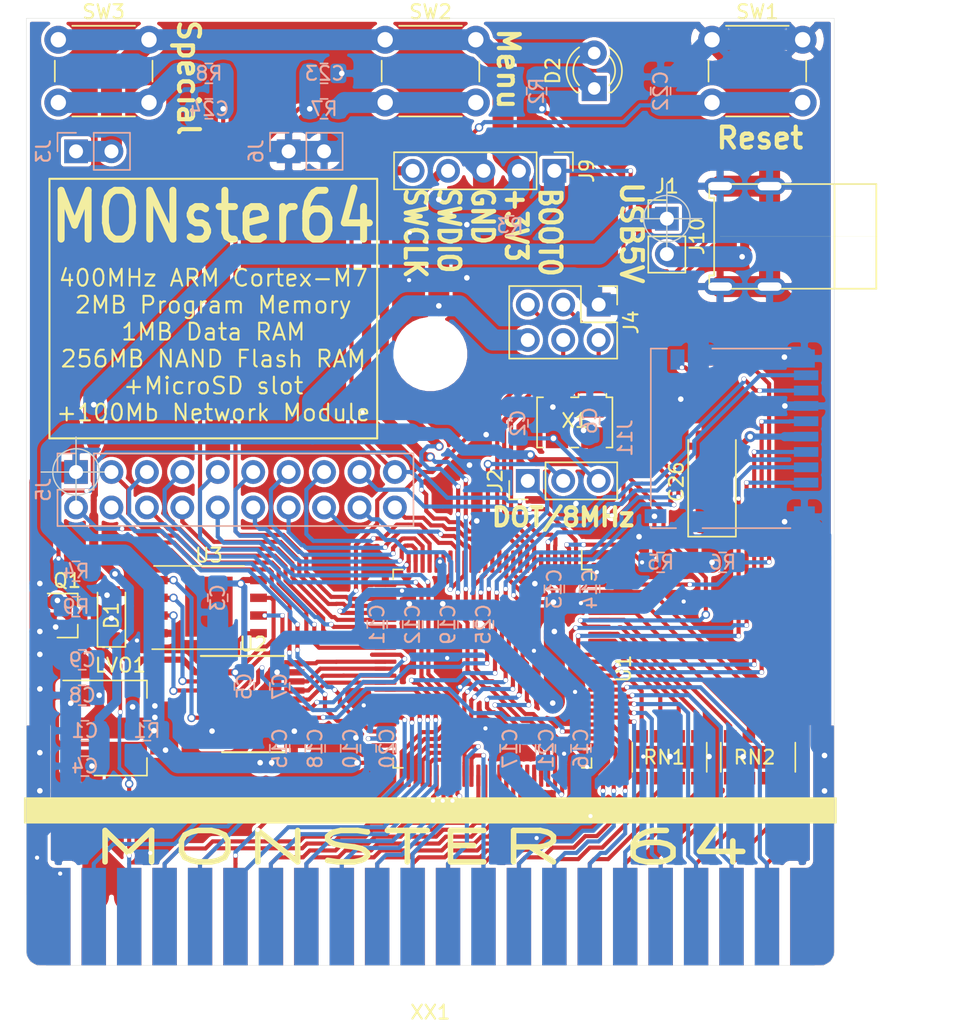
<source format=kicad_pcb>
(kicad_pcb (version 20171130) (host pcbnew "(5.1.5)-3")
  (layers (0 F.Cu signal) (31 B.Cu signal) (34 B.Paste user) (35 F.Paste user) (36 B.SilkS user) (37 F.SilkS user) (38 B.Mask user) (39 F.Mask user) (44 Edge.Cuts user))
  (net 0 "")
  (net 1 GND)
  (net 2 +5V)
  (net 3 +3V3)
  (net 4 /~RST)
  (net 5 /MENU)
  (net 6 /SPECIAL)
  (net 7 +5C)
  (net 8 /SD_D1)
  (net 9 /SD_D0)
  (net 10 /SD_CK)
  (net 11 /SD_CMD)
  (net 12 /SD_D3)
  (net 13 /SD_D2)
  (net 14 /BOOT0)
  (net 15 /SWDIO)
  (net 16 /SWCLK)
  (net 17 "Net-(Q1-Pad1)")
  (net 18 /~RESET)
  (net 19 /~LED)
  (net 20 /~RST_O)
  (net 21 /CD7)
  (net 22 /CD4)
  (net 23 /CD6)
  (net 24 /CD5)
  (net 25 /D6)
  (net 26 /D7)
  (net 27 /D4)
  (net 28 /D5)
  (net 29 /CD3)
  (net 30 /CD1)
  (net 31 /CD2)
  (net 32 /CD0)
  (net 33 /D2)
  (net 34 /D3)
  (net 35 /D1)
  (net 36 /D0)
  (net 37 /~GAME)
  (net 38 /~EXROM)
  (net 39 /R~W)
  (net 40 /~IO1)
  (net 41 /~IO2)
  (net 42 /BA)
  (net 43 /~ROML)
  (net 44 /~ROMH)
  (net 45 /A0)
  (net 46 /A1)
  (net 47 /A2)
  (net 48 /A10)
  (net 49 /A11)
  (net 50 /A12)
  (net 51 /A13)
  (net 52 /A14)
  (net 53 /A15)
  (net 54 /PHI2)
  (net 55 /~IRQ)
  (net 56 /~NMI)
  (net 57 /A3)
  (net 58 /A4)
  (net 59 /A5)
  (net 60 /A6)
  (net 61 /A7)
  (net 62 /A8)
  (net 63 /A9)
  (net 64 /SD_DET2)
  (net 65 /SD_DET1)
  (net 66 /~DMA)
  (net 67 "Net-(U2-Pad1)")
  (net 68 "Net-(U2-Pad3)")
  (net 69 "Net-(U2-Pad4)")
  (net 70 "Net-(U2-Pad5)")
  (net 71 "Net-(U2-Pad7)")
  (net 72 /DOT)
  (net 73 +1V8)
  (net 74 /USBB_DP)
  (net 75 /USBB_DM)
  (net 76 /ETH_TX_D3)
  (net 77 "Net-(U1-Pad13)")
  (net 78 /ETH_MDC)
  (net 79 /ETH_TX_D2)
  (net 80 /ETH_TX_CLK)
  (net 81 /ETH_CRS)
  (net 82 /ETH_RX_CLK)
  (net 83 /ETH_MDIO)
  (net 84 /ETH_COL)
  (net 85 /ETH_RX_DV)
  (net 86 /ETH_RX_D0)
  (net 87 /ETH_RX_D1)
  (net 88 /ETH_RX_D2)
  (net 89 /ETH_RX_D3)
  (net 90 /NF_CLK)
  (net 91 /NF_IO0)
  (net 92 /NF_IO1)
  (net 93 /NF_IO2)
  (net 94 /NF_IO3)
  (net 95 /ETH_RX_ER)
  (net 96 /ETH_TX_EN)
  (net 97 /ETH_TX_D0)
  (net 98 /ETH_TX_D1)
  (net 99 /NF_~CS)
  (net 100 "Net-(U2-Pad6)")
  (net 101 /ETH_~INTPD)
  (net 102 /CLK8MHz)
  (net 103 /PH0)
  (net 104 /XP1)
  (net 105 /XP2)
  (net 106 /XP3)
  (net 107 /XP4)
  (net 108 "Net-(X1-Pad1)")
  (net 109 "Net-(C20-Pad1)")
  (net 110 "Net-(C21-Pad1)")
  (net 111 "Net-(D2-Pad1)")
  (net 112 "Net-(J10-Pad4)")
  (net 113 "Net-(R7-Pad1)")
  (net 114 "Net-(R8-Pad1)")
  (module Capacitor_SMD:C_0805_2012Metric_Pad1.15x1.40mm_HandSolder (layer B.Cu) (at 61.595 122.555 180)
    (fp_text reference C1 (at 0 0) (layer B.SilkS) (effects (justify mirror)))
    (fp_text value 220n)
    (pad 2 smd roundrect (at 1.025 0 180) (size 1.15 1.4) (layers B.Cu B.Paste B.Mask) (roundrect_rratio 0.217391) (net 1 GND))
    (pad 1 smd roundrect (at -1.025 0 180) (size 1.15 1.4) (layers B.Cu B.Paste B.Mask) (roundrect_rratio 0.217391) (net 2 +5V))
  )
  (module Capacitor_SMD:C_0805_2012Metric_Pad1.15x1.40mm_HandSolder (layer B.Cu) (at 61.595 125.095 180)
    (fp_text reference C4 (at 0 0) (layer B.SilkS) (effects (justify mirror)))
    (fp_text value 10u)
    (pad 1 smd roundrect (at -1.025 0 180) (size 1.15 1.4) (layers B.Cu B.Paste B.Mask) (roundrect_rratio 0.217391) (net 2 +5V))
    (pad 2 smd roundrect (at 1.025 0 180) (size 1.15 1.4) (layers B.Cu B.Paste B.Mask) (roundrect_rratio 0.217391) (net 1 GND))
  )
  (module Capacitor_SMD:C_0805_2012Metric_Pad1.15x1.40mm_HandSolder (layer B.Cu) (at 61.4045 120.015 180)
    (fp_text reference C8 (at 0 0) (layer B.SilkS) (effects (justify mirror)))
    (fp_text value 10u)
    (pad 1 smd roundrect (at -1.025 0 180) (size 1.15 1.4) (layers B.Cu B.Paste B.Mask) (roundrect_rratio 0.217391) (net 3 +3V3))
    (pad 2 smd roundrect (at 1.025 0 180) (size 1.15 1.4) (layers B.Cu B.Paste B.Mask) (roundrect_rratio 0.217391) (net 1 GND))
  )
  (module Capacitor_SMD:C_0805_2012Metric_Pad1.15x1.40mm_HandSolder (layer B.Cu) (at 61.4045 117.475 180)
    (fp_text reference C9 (at 0 0) (layer B.SilkS) (effects (justify mirror)))
    (fp_text value 220n)
    (pad 2 smd roundrect (at 1.025 0 180) (size 1.15 1.4) (layers B.Cu B.Paste B.Mask) (roundrect_rratio 0.217391) (net 1 GND))
    (pad 1 smd roundrect (at -1.025 0 180) (size 1.15 1.4) (layers B.Cu B.Paste B.Mask) (roundrect_rratio 0.217391) (net 3 +3V3))
  )
  (module Capacitor_SMD:C_0805_2012Metric_Pad1.15x1.40mm_HandSolder (layer B.Cu) (at 80.645 123.825 90)
    (fp_text reference C10 (at 0 0 90) (layer B.SilkS) (effects (justify mirror)))
    (fp_text value 47n)
    (pad 1 smd roundrect (at -1.025 0 90) (size 1.15 1.4) (layers B.Cu B.Paste B.Mask) (roundrect_rratio 0.217391) (net 3 +3V3))
    (pad 2 smd roundrect (at 1.025 0 90) (size 1.15 1.4) (layers B.Cu B.Paste B.Mask) (roundrect_rratio 0.217391) (net 1 GND))
  )
  (module Capacitor_SMD:C_0805_2012Metric_Pad1.15x1.40mm_HandSolder (layer B.Cu) (at 82.55 114.935 90)
    (fp_text reference C11 (at 0 0 270) (layer B.SilkS) (effects (justify mirror)))
    (fp_text value 100n)
    (pad 2 smd roundrect (at 1.025 0 90) (size 1.15 1.4) (layers B.Cu B.Paste B.Mask) (roundrect_rratio 0.217391) (net 1 GND))
    (pad 1 smd roundrect (at -1.025 0 90) (size 1.15 1.4) (layers B.Cu B.Paste B.Mask) (roundrect_rratio 0.217391) (net 3 +3V3))
  )
  (module Capacitor_SMD:C_0805_2012Metric_Pad1.15x1.40mm_HandSolder (layer B.Cu) (at 85.09 114.935 90)
    (fp_text reference C12 (at 0 0 270) (layer B.SilkS) (effects (justify mirror)))
    (fp_text value 100n)
    (pad 1 smd roundrect (at -1.025 0 90) (size 1.15 1.4) (layers B.Cu B.Paste B.Mask) (roundrect_rratio 0.217391) (net 3 +3V3))
    (pad 2 smd roundrect (at 1.025 0 90) (size 1.15 1.4) (layers B.Cu B.Paste B.Mask) (roundrect_rratio 0.217391) (net 1 GND))
  )
  (module Capacitor_SMD:C_0805_2012Metric_Pad1.15x1.40mm_HandSolder (layer B.Cu) (at 95.25 112.395 90)
    (fp_text reference C13 (at 0 0 270) (layer B.SilkS) (effects (justify mirror)))
    (fp_text value 100n)
    (pad 2 smd roundrect (at 1.025 0 90) (size 1.15 1.4) (layers B.Cu B.Paste B.Mask) (roundrect_rratio 0.217391) (net 1 GND))
    (pad 1 smd roundrect (at -1.025 0 90) (size 1.15 1.4) (layers B.Cu B.Paste B.Mask) (roundrect_rratio 0.217391) (net 3 +3V3))
  )
  (module Capacitor_SMD:C_0805_2012Metric_Pad1.15x1.40mm_HandSolder (layer B.Cu) (at 97.79 112.395 90)
    (fp_text reference C14 (at 0 0 90) (layer B.SilkS) (effects (justify mirror)))
    (fp_text value 100n)
    (pad 1 smd roundrect (at -1.025 0 90) (size 1.15 1.4) (layers B.Cu B.Paste B.Mask) (roundrect_rratio 0.217391) (net 3 +3V3))
    (pad 2 smd roundrect (at 1.025 0 90) (size 1.15 1.4) (layers B.Cu B.Paste B.Mask) (roundrect_rratio 0.217391) (net 1 GND))
  )
  (module Capacitor_SMD:C_0805_2012Metric_Pad1.15x1.40mm_HandSolder (layer B.Cu) (at 75.565 123.825 90)
    (fp_text reference C15 (at 0 0 270) (layer B.SilkS) (effects (justify mirror)))
    (fp_text value 100n)
    (pad 2 smd roundrect (at 1.025 0 90) (size 1.15 1.4) (layers B.Cu B.Paste B.Mask) (roundrect_rratio 0.217391) (net 1 GND))
    (pad 1 smd roundrect (at -1.025 0 90) (size 1.15 1.4) (layers B.Cu B.Paste B.Mask) (roundrect_rratio 0.217391) (net 3 +3V3))
  )
  (module Capacitor_SMD:C_0805_2012Metric_Pad1.15x1.40mm_HandSolder (layer B.Cu) (at 97.155 123.825 90)
    (fp_text reference C16 (at 0 0 270) (layer B.SilkS) (effects (justify mirror)))
    (fp_text value 100n)
    (pad 1 smd roundrect (at -1.025 0 90) (size 1.15 1.4) (layers B.Cu B.Paste B.Mask) (roundrect_rratio 0.217391) (net 3 +3V3))
    (pad 2 smd roundrect (at 1.025 0 90) (size 1.15 1.4) (layers B.Cu B.Paste B.Mask) (roundrect_rratio 0.217391) (net 1 GND))
  )
  (module Capacitor_SMD:C_0805_2012Metric_Pad1.15x1.40mm_HandSolder (layer B.Cu) (at 92.075 123.825 90)
    (fp_text reference C17 (at 0 0 90) (layer B.SilkS) (effects (justify mirror)))
    (fp_text value 100n)
    (pad 2 smd roundrect (at 1.025 0 90) (size 1.15 1.4) (layers B.Cu B.Paste B.Mask) (roundrect_rratio 0.217391) (net 1 GND))
    (pad 1 smd roundrect (at -1.025 0 90) (size 1.15 1.4) (layers B.Cu B.Paste B.Mask) (roundrect_rratio 0.217391) (net 3 +3V3))
  )
  (module Capacitor_SMD:C_0805_2012Metric_Pad1.15x1.40mm_HandSolder (layer B.Cu) (at 78.105 123.825 90)
    (fp_text reference C18 (at 0 0 90) (layer B.SilkS) (effects (justify mirror)))
    (fp_text value 100n)
    (pad 2 smd roundrect (at 1.025 0 90) (size 1.15 1.4) (layers B.Cu B.Paste B.Mask) (roundrect_rratio 0.217391) (net 1 GND))
    (pad 1 smd roundrect (at -1.025 0 90) (size 1.15 1.4) (layers B.Cu B.Paste B.Mask) (roundrect_rratio 0.217391) (net 3 +3V3))
  )
  (module Capacitor_SMD:C_0805_2012Metric_Pad1.15x1.40mm_HandSolder (layer B.Cu) (at 87.63 114.935 90)
    (fp_text reference C19 (at 0 0 90) (layer B.SilkS) (effects (justify mirror)))
    (fp_text value 100n)
    (pad 1 smd roundrect (at -1.025 0 90) (size 1.15 1.4) (layers B.Cu B.Paste B.Mask) (roundrect_rratio 0.217391) (net 3 +3V3))
    (pad 2 smd roundrect (at 1.025 0 90) (size 1.15 1.4) (layers B.Cu B.Paste B.Mask) (roundrect_rratio 0.217391) (net 1 GND))
  )
  (module Capacitor_SMD:C_0805_2012Metric_Pad1.15x1.40mm_HandSolder (layer B.Cu) (at 83.185 123.825 270)
    (fp_text reference C20 (at 0 -0.0635 270) (layer B.SilkS) (effects (justify mirror)))
    (fp_text value "2u2 <100mOhm")
    (pad 2 smd roundrect (at 1.025 0 270) (size 1.15 1.4) (layers B.Cu B.Paste B.Mask) (roundrect_rratio 0.217391) (net 1 GND))
    (pad 1 smd roundrect (at -1.025 0 270) (size 1.15 1.4) (layers B.Cu B.Paste B.Mask) (roundrect_rratio 0.217391) (net 109 "Net-(C20-Pad1)"))
  )
  (module Capacitor_SMD:C_0805_2012Metric_Pad1.15x1.40mm_HandSolder (layer B.Cu) (at 94.615 123.825 90)
    (fp_text reference C21 (at 0 0.0635 90) (layer B.SilkS) (effects (justify mirror)))
    (fp_text value "2u2 <100mOhm")
    (pad 1 smd roundrect (at -1.025 0 90) (size 1.15 1.4) (layers B.Cu B.Paste B.Mask) (roundrect_rratio 0.217391) (net 110 "Net-(C21-Pad1)"))
    (pad 2 smd roundrect (at 1.025 0 90) (size 1.15 1.4) (layers B.Cu B.Paste B.Mask) (roundrect_rratio 0.217391) (net 1 GND))
  )
  (module Capacitor_SMD:C_0805_2012Metric_Pad1.15x1.40mm_HandSolder (layer B.Cu) (at 102.87 76.708 90)
    (fp_text reference C22 (at 0 0 90) (layer B.SilkS) (effects (justify mirror)))
    (fp_text value 100n)
    (pad 2 smd roundrect (at 1.025 0 90) (size 1.15 1.4) (layers B.Cu B.Paste B.Mask) (roundrect_rratio 0.217391) (net 1 GND))
    (pad 1 smd roundrect (at -1.025 0 90) (size 1.15 1.4) (layers B.Cu B.Paste B.Mask) (roundrect_rratio 0.217391) (net 4 /~RST))
  )
  (module Capacitor_SMD:C_0805_2012Metric_Pad1.15x1.40mm_HandSolder (layer B.Cu) (at 78.74 75.438)
    (fp_text reference C23 (at 0.0635 0) (layer B.SilkS) (effects (justify mirror)))
    (fp_text value 100n)
    (pad 2 smd roundrect (at 1.025 0) (size 1.15 1.4) (layers B.Cu B.Paste B.Mask) (roundrect_rratio 0.217391) (net 1 GND))
    (pad 1 smd roundrect (at -1.025 0) (size 1.15 1.4) (layers B.Cu B.Paste B.Mask) (roundrect_rratio 0.217391) (net 5 /MENU))
  )
  (module Capacitor_SMD:C_0805_2012Metric_Pad1.15x1.40mm_HandSolder (layer B.Cu) (at 70.485 77.978 180)
    (fp_text reference C24 (at 0 0) (layer B.SilkS) (effects (justify mirror)))
    (fp_text value 100n)
    (pad 1 smd roundrect (at -1.025 0 180) (size 1.15 1.4) (layers B.Cu B.Paste B.Mask) (roundrect_rratio 0.217391) (net 6 /SPECIAL))
    (pad 2 smd roundrect (at 1.025 0 180) (size 1.15 1.4) (layers B.Cu B.Paste B.Mask) (roundrect_rratio 0.217391) (net 1 GND))
  )
  (module Capacitor_SMD:C_0805_2012Metric_Pad1.15x1.40mm_HandSolder (layer B.Cu) (at 90.17 114.935 90)
    (fp_text reference C25 (at 0 0 90) (layer B.SilkS) (effects (justify mirror)))
    (fp_text value 100n)
    (pad 1 smd roundrect (at -1.025 0 90) (size 1.15 1.4) (layers B.Cu B.Paste B.Mask) (roundrect_rratio 0.217391) (net 3 +3V3))
    (pad 2 smd roundrect (at 1.025 0 90) (size 1.15 1.4) (layers B.Cu B.Paste B.Mask) (roundrect_rratio 0.217391) (net 1 GND))
  )
  (module LED_THT:LED_D3.0mm_Clear (layer F.Cu) (at 98.1075 76.5175 90)
    (fp_text reference D2 (at 1.27 -2.96 90) (layer F.SilkS))
    (fp_text value LED)
    (pad 1 thru_hole rect (at 0 0 90) (size 1.8 1.8) (drill 0.9) (layers *.Cu *.Mask) (net 111 "Net-(D2-Pad1)"))
    (pad 2 thru_hole circle (at 2.54 0 90) (size 1.8 1.8) (drill 0.9) (layers *.Cu *.Mask) (net 3 +3V3))
  )
  (module Diode_SMD:D_SOD-123 (layer F.Cu) (at 63.5 114.3 90)
    (fp_text reference D1 (at 0 0 90) (layer F.SilkS))
    (fp_text value "MMSZ4678T1G 1v8")
    (pad 1 smd rect (at -1.65 0 90) (size 0.9 1.2) (layers F.Cu F.Paste F.Mask) (net 73 +1V8))
    (pad 2 smd rect (at 1.65 0 90) (size 0.9 1.2) (layers F.Cu F.Paste F.Mask) (net 1 GND))
  )
  (module Connector_PinHeader_2.54mm:PinHeader_1x02_P2.54mm_Vertical (layer F.Cu) (at 103.3145 85.852)
    (fp_text reference J1 (at 0 -2.33) (layer F.SilkS))
    (fp_text value "USB Power")
    (pad 1 thru_hole rect (at 0 0) (size 1.7 1.7) (drill 1) (layers *.Cu *.Mask) (net 2 +5V))
    (pad 2 thru_hole oval (at 0 2.54) (size 1.7 1.7) (drill 1) (layers *.Cu *.Mask) (net 7 +5C))
  )
  (module Connector_PinHeader_2.54mm:PinHeader_1x05_P2.54mm_Vertical (layer F.Cu) (at 95.25 82.423 270)
    (fp_text reference J9 (at 0 -2.33 90) (layer F.SilkS))
    (fp_text value SWD)
    (pad 1 thru_hole rect (at 0 0 270) (size 1.7 1.7) (drill 1) (layers *.Cu *.Mask) (net 14 /BOOT0))
    (pad 2 thru_hole oval (at 0 2.54 270) (size 1.7 1.7) (drill 1) (layers *.Cu *.Mask) (net 3 +3V3))
    (pad 3 thru_hole oval (at 0 5.08 270) (size 1.7 1.7) (drill 1) (layers *.Cu *.Mask) (net 1 GND))
    (pad 4 thru_hole oval (at 0 7.62 270) (size 1.7 1.7) (drill 1) (layers *.Cu *.Mask) (net 15 /SWDIO))
    (pad 5 thru_hole oval (at 0 10.16 270) (size 1.7 1.7) (drill 1) (layers *.Cu *.Mask) (net 16 /SWCLK))
  )
  (module CPU2:USB_Micro-B_UJ2-MIBH-4 (layer F.Cu) (at 108.331 87.122 90)
    (fp_text reference J10 (at 0 -2.85 90) (layer F.SilkS))
    (fp_text value USB_B_Micro)
    (pad 3 smd rect (at 0 -0.75 90) (size 0.45 1.5) (layers F.Cu F.Paste F.Mask) (net 74 /USBB_DP))
    (pad 4 smd rect (at 0.65 -0.75 90) (size 0.45 1.5) (layers F.Cu F.Paste F.Mask) (net 112 "Net-(J10-Pad4)"))
    (pad 2 smd rect (at -0.65 -0.75 90) (size 0.45 1.5) (layers F.Cu F.Paste F.Mask) (net 75 /USBB_DM))
    (pad 5 smd rect (at 1.3 -0.75 90) (size 0.45 1.5) (layers F.Cu F.Paste F.Mask) (net 1 GND))
    (pad 1 smd rect (at -1.3 -0.75 90) (size 0.45 1.5) (layers F.Cu F.Paste F.Mask) (net 7 +5C))
    (pad 6 thru_hole oval (at -3.6 -1.2 180) (size 2.3 1.2) (drill oval 1.7 0.6) (layers *.Cu *.Mask) (net 1 GND))
    (pad 6 thru_hole oval (at 3.6 -1.2 180) (size 2.3 1.2) (drill oval 1.7 0.6) (layers *.Cu *.Mask) (net 1 GND))
    (pad 6 smd rect (at -1.15 3.35 180) (size 3.9 1.8) (layers F.Cu F.Paste F.Mask) (net 1 GND))
    (pad 6 smd rect (at 1.15 3.35 180) (size 3.9 1.8) (layers F.Cu F.Paste F.Mask) (net 1 GND))
    (pad 6 thru_hole oval (at -3.6 2.35 180) (size 2.3 1.2) (drill oval 1.7 0.6) (layers *.Cu *.Mask) (net 1 GND))
    (pad 6 thru_hole oval (at 3.6 2.35 180) (size 2.3 1.2) (drill oval 1.7 0.6) (layers *.Cu *.Mask) (net 1 GND))
  )
  (module Connector_Card:microSD_HC_Hirose_DM3D-SF (layer B.Cu) (at 107.95 101.6 270)
    (fp_text reference J11 (at -0.025 7.625 270) (layer B.SilkS) (effects (justify mirror)))
    (fp_text value Hirose_DM3D-SF)
    (pad 8 smd rect (at -4.525 -5.35 270) (size 0.7 1.75) (layers B.Cu B.Paste B.Mask) (net 8 /SD_D1))
    (pad 11 smd rect (at -5.725 -5.225 270) (size 1.3 1.5) (layers B.Cu B.Paste B.Mask) (net 1 GND))
    (pad 11 smd rect (at -5.975 2.375 270) (size 0.8 1.5) (layers B.Cu B.Paste B.Mask) (net 1 GND))
    (pad 9 smd rect (at -5.65 3.875 270) (size 1.45 1) (layers B.Cu B.Paste B.Mask) (net 64 /SD_DET2))
    (pad 11 smd rect (at 5.975 3.025 270) (size 0.8 1.4) (layers B.Cu B.Paste B.Mask) (net 1 GND))
    (pad 7 smd rect (at -3.425 -5.35 270) (size 0.7 1.75) (layers B.Cu B.Paste B.Mask) (net 9 /SD_D0))
    (pad 6 smd rect (at -2.325 -5.35 270) (size 0.7 1.75) (layers B.Cu B.Paste B.Mask) (net 1 GND))
    (pad 5 smd rect (at -1.225 -5.35 270) (size 0.7 1.75) (layers B.Cu B.Paste B.Mask) (net 10 /SD_CK))
    (pad 4 smd rect (at -0.125 -5.35 270) (size 0.7 1.75) (layers B.Cu B.Paste B.Mask) (net 3 +3V3))
    (pad 3 smd rect (at 0.975 -5.35 270) (size 0.7 1.75) (layers B.Cu B.Paste B.Mask) (net 11 /SD_CMD))
    (pad 2 smd rect (at 2.075 -5.35 270) (size 0.7 1.75) (layers B.Cu B.Paste B.Mask) (net 12 /SD_D3))
    (pad 1 smd rect (at 3.175 -5.35 270) (size 0.7 1.75) (layers B.Cu B.Paste B.Mask) (net 13 /SD_D2))
    (pad 11 smd rect (at 5.625 -5.225 270) (size 1.5 1.5) (layers B.Cu B.Paste B.Mask) (net 1 GND))
    (pad 10 smd rect (at 5.575 5.45 270) (size 1 1.55) (layers B.Cu B.Paste B.Mask) (net 65 /SD_DET1))
  )
  (module Package_TO_SOT_SMD:SOT-223-3_TabPin2 (layer F.Cu) (at 64.135 122.3645)
    (fp_text reference LVO1 (at 0 -4.5) (layer F.SilkS))
    (fp_text value NCP1117LPST33T3G)
    (pad 2 smd rect (at 3.15 0) (size 2 3.8) (layers F.Cu F.Paste F.Mask) (net 3 +3V3))
    (pad 2 smd rect (at -3.15 0) (size 2 1.5) (layers F.Cu F.Paste F.Mask) (net 3 +3V3))
    (pad 3 smd rect (at -3.15 2.3) (size 2 1.5) (layers F.Cu F.Paste F.Mask) (net 2 +5V))
    (pad 1 smd rect (at -3.15 -2.3) (size 2 1.5) (layers F.Cu F.Paste F.Mask) (net 1 GND))
  )
  (module Package_TO_SOT_SMD:SOT-23 (layer F.Cu) (at 60.325 114.3)
    (fp_text reference Q1 (at 0 -2.5) (layer F.SilkS))
    (fp_text value BC846BLT1G)
    (pad 1 smd rect (at -1 -0.95) (size 0.9 0.8) (layers F.Cu F.Paste F.Mask) (net 17 "Net-(Q1-Pad1)"))
    (pad 2 smd rect (at -1 0.95) (size 0.9 0.8) (layers F.Cu F.Paste F.Mask) (net 1 GND))
    (pad 3 smd rect (at 1 0) (size 0.9 0.8) (layers F.Cu F.Paste F.Mask) (net 18 /~RESET))
  )
  (module Resistor_SMD:R_0805_2012Metric_Pad1.15x1.40mm_HandSolder (layer B.Cu) (at 93.98 76.708 90)
    (fp_text reference R2 (at 0 0 90) (layer B.SilkS) (effects (justify mirror)))
    (fp_text value 510R)
    (pad 1 smd roundrect (at -1.025 0 90) (size 1.15 1.4) (layers B.Cu B.Paste B.Mask) (roundrect_rratio 0.217391) (net 19 /~LED))
    (pad 2 smd roundrect (at 1.025 0 90) (size 1.15 1.4) (layers B.Cu B.Paste B.Mask) (roundrect_rratio 0.217391) (net 111 "Net-(D2-Pad1)"))
  )
  (module Resistor_SMD:R_0805_2012Metric_Pad1.15x1.40mm_HandSolder (layer B.Cu) (at 92.075 86.36 180)
    (fp_text reference R3 (at 0 0) (layer B.SilkS) (effects (justify mirror)))
    (fp_text value 10k)
    (pad 1 smd roundrect (at -1.025 0 180) (size 1.15 1.4) (layers B.Cu B.Paste B.Mask) (roundrect_rratio 0.217391) (net 14 /BOOT0))
    (pad 2 smd roundrect (at 1.025 0 180) (size 1.15 1.4) (layers B.Cu B.Paste B.Mask) (roundrect_rratio 0.217391) (net 1 GND))
  )
  (module Resistor_SMD:R_0805_2012Metric_Pad1.15x1.40mm_HandSolder (layer B.Cu) (at 60.96 111.125 180)
    (fp_text reference R4 (at 0 0) (layer B.SilkS) (effects (justify mirror)))
    (fp_text value 10k)
    (pad 1 smd roundrect (at -1.025 0 180) (size 1.15 1.4) (layers B.Cu B.Paste B.Mask) (roundrect_rratio 0.217391) (net 3 +3V3))
    (pad 2 smd roundrect (at 1.025 0 180) (size 1.15 1.4) (layers B.Cu B.Paste B.Mask) (roundrect_rratio 0.217391) (net 20 /~RST_O))
  )
  (module Resistor_SMD:R_0805_2012Metric_Pad1.15x1.40mm_HandSolder (layer B.Cu) (at 78.74 77.978 180)
    (fp_text reference R7 (at 0 0) (layer B.SilkS) (effects (justify mirror)))
    (fp_text value 510R)
    (pad 1 smd roundrect (at -1.025 0 180) (size 1.15 1.4) (layers B.Cu B.Paste B.Mask) (roundrect_rratio 0.217391) (net 113 "Net-(R7-Pad1)"))
    (pad 2 smd roundrect (at 1.025 0 180) (size 1.15 1.4) (layers B.Cu B.Paste B.Mask) (roundrect_rratio 0.217391) (net 5 /MENU))
  )
  (module Resistor_SMD:R_0805_2012Metric_Pad1.15x1.40mm_HandSolder (layer B.Cu) (at 70.485 75.438)
    (fp_text reference R8 (at 0 0) (layer B.SilkS) (effects (justify mirror)))
    (fp_text value 510R)
    (pad 2 smd roundrect (at 1.025 0) (size 1.15 1.4) (layers B.Cu B.Paste B.Mask) (roundrect_rratio 0.217391) (net 6 /SPECIAL))
    (pad 1 smd roundrect (at -1.025 0) (size 1.15 1.4) (layers B.Cu B.Paste B.Mask) (roundrect_rratio 0.217391) (net 114 "Net-(R8-Pad1)"))
  )
  (module Resistor_SMD:R_0805_2012Metric_Pad1.15x1.40mm_HandSolder (layer B.Cu) (at 60.96 113.665)
    (fp_text reference R9 (at 0 0) (layer B.SilkS) (effects (justify mirror)))
    (fp_text value 510R)
    (pad 2 smd roundrect (at 1.025 0) (size 1.15 1.4) (layers B.Cu B.Paste B.Mask) (roundrect_rratio 0.217391) (net 20 /~RST_O))
    (pad 1 smd roundrect (at -1.025 0) (size 1.15 1.4) (layers B.Cu B.Paste B.Mask) (roundrect_rratio 0.217391) (net 17 "Net-(Q1-Pad1)"))
  )
  (module Resistor_SMD:R_0805_2012Metric_Pad1.15x1.40mm_HandSolder (layer B.Cu) (at 66.04 122.555)
    (fp_text reference R1 (at 0 0) (layer B.SilkS) (effects (justify mirror)))
    (fp_text value 10R)
    (pad 2 smd roundrect (at 1.025 0) (size 1.15 1.4) (layers B.Cu B.Paste B.Mask) (roundrect_rratio 0.217391) (net 3 +3V3))
    (pad 1 smd roundrect (at -1.025 0) (size 1.15 1.4) (layers B.Cu B.Paste B.Mask) (roundrect_rratio 0.217391) (net 73 +1V8))
  )
  (module Resistor_SMD:R_0805_2012Metric_Pad1.15x1.40mm_HandSolder (layer B.Cu) (at 102.87 110.49)
    (fp_text reference R5 (at 0 0) (layer B.SilkS) (effects (justify mirror)))
    (fp_text value 10k)
    (pad 2 smd roundrect (at 1.025 0) (size 1.15 1.4) (layers B.Cu B.Paste B.Mask) (roundrect_rratio 0.217391) (net 3 +3V3))
    (pad 1 smd roundrect (at -1.025 0) (size 1.15 1.4) (layers B.Cu B.Paste B.Mask) (roundrect_rratio 0.217391) (net 65 /SD_DET1))
  )
  (module Resistor_SMD:R_0805_2012Metric_Pad1.15x1.40mm_HandSolder (layer B.Cu) (at 107.315 110.49)
    (fp_text reference R6 (at 0 0) (layer B.SilkS) (effects (justify mirror)))
    (fp_text value 10k)
    (pad 2 smd roundrect (at 1.025 0) (size 1.15 1.4) (layers B.Cu B.Paste B.Mask) (roundrect_rratio 0.217391) (net 64 /SD_DET2))
    (pad 1 smd roundrect (at -1.025 0) (size 1.15 1.4) (layers B.Cu B.Paste B.Mask) (roundrect_rratio 0.217391) (net 3 +3V3))
  )
  (module Resistor_SMD:R_Array_Convex_4x1206 (layer F.Cu) (at 103.505 124.46 90)
    (fp_text reference RN1 (at 0 -0.381 180) (layer F.SilkS))
    (fp_text value 100R)
    (pad 6 smd rect (at 1.5 0.66 90) (size 0.9 0.9) (layers F.Cu F.Paste F.Mask) (net 28 /D5))
    (pad 5 smd rect (at 1.5 2 90) (size 0.9 0.9) (layers F.Cu F.Paste F.Mask) (net 27 /D4))
    (pad 8 smd rect (at 1.5 -2 90) (size 0.9 0.9) (layers F.Cu F.Paste F.Mask) (net 26 /D7))
    (pad 7 smd rect (at 1.5 -0.66 90) (size 0.9 0.9) (layers F.Cu F.Paste F.Mask) (net 25 /D6))
    (pad 3 smd rect (at -1.5 0.66 90) (size 0.9 0.9) (layers F.Cu F.Paste F.Mask) (net 24 /CD5))
    (pad 2 smd rect (at -1.5 -0.66 90) (size 0.9 0.9) (layers F.Cu F.Paste F.Mask) (net 23 /CD6))
    (pad 4 smd rect (at -1.5 2 90) (size 0.9 0.9) (layers F.Cu F.Paste F.Mask) (net 22 /CD4))
    (pad 1 smd rect (at -1.5 -2 90) (size 0.9 0.9) (layers F.Cu F.Paste F.Mask) (net 21 /CD7))
  )
  (module Resistor_SMD:R_Array_Convex_4x1206 (layer F.Cu) (at 109.855 124.46 90)
    (fp_text reference RN2 (at 0 -0.254 180) (layer F.SilkS))
    (fp_text value 100R)
    (pad 1 smd rect (at -1.5 -2 90) (size 0.9 0.9) (layers F.Cu F.Paste F.Mask) (net 29 /CD3))
    (pad 4 smd rect (at -1.5 2 90) (size 0.9 0.9) (layers F.Cu F.Paste F.Mask) (net 32 /CD0))
    (pad 2 smd rect (at -1.5 -0.66 90) (size 0.9 0.9) (layers F.Cu F.Paste F.Mask) (net 31 /CD2))
    (pad 3 smd rect (at -1.5 0.66 90) (size 0.9 0.9) (layers F.Cu F.Paste F.Mask) (net 30 /CD1))
    (pad 7 smd rect (at 1.5 -0.66 90) (size 0.9 0.9) (layers F.Cu F.Paste F.Mask) (net 33 /D2))
    (pad 8 smd rect (at 1.5 -2 90) (size 0.9 0.9) (layers F.Cu F.Paste F.Mask) (net 34 /D3))
    (pad 5 smd rect (at 1.5 2 90) (size 0.9 0.9) (layers F.Cu F.Paste F.Mask) (net 36 /D0))
    (pad 6 smd rect (at 1.5 0.66 90) (size 0.9 0.9) (layers F.Cu F.Paste F.Mask) (net 35 /D1))
  )
  (module Button_Switch_THT:SW_PUSH_6mm_H8mm (layer F.Cu) (at 106.553 73.025)
    (fp_text reference SW1 (at 3.25 -2) (layer F.SilkS))
    (fp_text value Reset)
    (pad 2 thru_hole circle (at 0 4.5 90) (size 2 2) (drill 1.1) (layers *.Cu *.Mask) (net 4 /~RST))
    (pad 1 thru_hole circle (at 0 0 90) (size 2 2) (drill 1.1) (layers *.Cu *.Mask) (net 1 GND))
    (pad 2 thru_hole circle (at 6.5 4.5 90) (size 2 2) (drill 1.1) (layers *.Cu *.Mask) (net 4 /~RST))
    (pad 1 thru_hole circle (at 6.5 0 90) (size 2 2) (drill 1.1) (layers *.Cu *.Mask) (net 1 GND))
  )
  (module Button_Switch_THT:SW_PUSH_6mm_H8mm (layer F.Cu) (at 83.1215 73.025)
    (fp_text reference SW2 (at 3.25 -2) (layer F.SilkS))
    (fp_text value Menu)
    (pad 2 thru_hole circle (at 0 4.5 90) (size 2 2) (drill 1.1) (layers *.Cu *.Mask) (net 113 "Net-(R7-Pad1)"))
    (pad 1 thru_hole circle (at 0 0 90) (size 2 2) (drill 1.1) (layers *.Cu *.Mask) (net 3 +3V3))
    (pad 2 thru_hole circle (at 6.5 4.5 90) (size 2 2) (drill 1.1) (layers *.Cu *.Mask) (net 113 "Net-(R7-Pad1)"))
    (pad 1 thru_hole circle (at 6.5 0 90) (size 2 2) (drill 1.1) (layers *.Cu *.Mask) (net 3 +3V3))
  )
  (module Button_Switch_THT:SW_PUSH_6mm_H8mm (layer F.Cu) (at 59.69 73.025)
    (fp_text reference SW3 (at 3.25 -2) (layer F.SilkS))
    (fp_text value Special)
    (pad 1 thru_hole circle (at 6.5 0 90) (size 2 2) (drill 1.1) (layers *.Cu *.Mask) (net 3 +3V3))
    (pad 2 thru_hole circle (at 6.5 4.5 90) (size 2 2) (drill 1.1) (layers *.Cu *.Mask) (net 114 "Net-(R8-Pad1)"))
    (pad 1 thru_hole circle (at 0 0 90) (size 2 2) (drill 1.1) (layers *.Cu *.Mask) (net 3 +3V3))
    (pad 2 thru_hole circle (at 0 4.5 90) (size 2 2) (drill 1.1) (layers *.Cu *.Mask) (net 114 "Net-(R8-Pad1)"))
  )
  (module Package_QFP:LQFP-100_14x14mm_P0.5mm (layer F.Cu) (at 90.805 118.11 270)
    (fp_text reference U1 (at 0 -9.42 90) (layer F.SilkS))
    (fp_text value STM32H753VIT6)
    (pad 1 smd roundrect (at -7.675 -6 270) (size 1.6 0.3) (layers F.Cu F.Paste F.Mask) (net 76 /ETH_TX_D3))
    (pad 2 smd roundrect (at -7.675 -5.5 270) (size 1.6 0.3) (layers F.Cu F.Paste F.Mask) (net 65 /SD_DET1))
    (pad 3 smd roundrect (at -7.675 -5 270) (size 1.6 0.3) (layers F.Cu F.Paste F.Mask) (net 64 /SD_DET2))
    (pad 4 smd roundrect (at -7.675 -4.5 270) (size 1.6 0.3) (layers F.Cu F.Paste F.Mask) (net 20 /~RST_O))
    (pad 5 smd roundrect (at -7.675 -4 270) (size 1.6 0.3) (layers F.Cu F.Paste F.Mask) (net 19 /~LED))
    (pad 6 smd roundrect (at -7.675 -3.5 270) (size 1.6 0.3) (layers F.Cu F.Paste F.Mask) (net 3 +3V3))
    (pad 7 smd roundrect (at -7.675 -3 270) (size 1.6 0.3) (layers F.Cu F.Paste F.Mask) (net 104 /XP1))
    (pad 8 smd roundrect (at -7.675 -2.5 270) (size 1.6 0.3) (layers F.Cu F.Paste F.Mask) (net 105 /XP2))
    (pad 9 smd roundrect (at -7.675 -2 270) (size 1.6 0.3) (layers F.Cu F.Paste F.Mask) (net 106 /XP3))
    (pad 10 smd roundrect (at -7.675 -1.5 270) (size 1.6 0.3) (layers F.Cu F.Paste F.Mask) (net 1 GND))
    (pad 11 smd roundrect (at -7.675 -1 270) (size 1.6 0.3) (layers F.Cu F.Paste F.Mask) (net 3 +3V3))
    (pad 12 smd roundrect (at -7.675 -0.5 270) (size 1.6 0.3) (layers F.Cu F.Paste F.Mask) (net 103 /PH0))
    (pad 13 smd roundrect (at -7.675 0 270) (size 1.6 0.3) (layers F.Cu F.Paste F.Mask) (net 77 "Net-(U1-Pad13)"))
    (pad 14 smd roundrect (at -7.675 0.5 270) (size 1.6 0.3) (layers F.Cu F.Paste F.Mask) (net 4 /~RST))
    (pad 15 smd roundrect (at -7.675 1 270) (size 1.6 0.3) (layers F.Cu F.Paste F.Mask) (net 101 /ETH_~INTPD))
    (pad 16 smd roundrect (at -7.675 1.5 270) (size 1.6 0.3) (layers F.Cu F.Paste F.Mask) (net 78 /ETH_MDC))
    (pad 17 smd roundrect (at -7.675 2 270) (size 1.6 0.3) (layers F.Cu F.Paste F.Mask) (net 79 /ETH_TX_D2))
    (pad 18 smd roundrect (at -7.675 2.5 270) (size 1.6 0.3) (layers F.Cu F.Paste F.Mask) (net 80 /ETH_TX_CLK))
    (pad 19 smd roundrect (at -7.675 3 270) (size 1.6 0.3) (layers F.Cu F.Paste F.Mask) (net 1 GND))
    (pad 20 smd roundrect (at -7.675 3.5 270) (size 1.6 0.3) (layers F.Cu F.Paste F.Mask) (net 3 +3V3))
    (pad 21 smd roundrect (at -7.675 4 270) (size 1.6 0.3) (layers F.Cu F.Paste F.Mask) (net 3 +3V3))
    (pad 22 smd roundrect (at -7.675 4.5 270) (size 1.6 0.3) (layers F.Cu F.Paste F.Mask) (net 81 /ETH_CRS))
    (pad 23 smd roundrect (at -7.675 5 270) (size 1.6 0.3) (layers F.Cu F.Paste F.Mask) (net 82 /ETH_RX_CLK))
    (pad 24 smd roundrect (at -7.675 5.5 270) (size 1.6 0.3) (layers F.Cu F.Paste F.Mask) (net 83 /ETH_MDIO))
    (pad 25 smd roundrect (at -7.675 6 270) (size 1.6 0.3) (layers F.Cu F.Paste F.Mask) (net 84 /ETH_COL))
    (pad 26 smd roundrect (at -6 7.675 270) (size 0.3 1.6) (layers F.Cu F.Paste F.Mask) (net 1 GND))
    (pad 27 smd roundrect (at -5.5 7.675 270) (size 0.3 1.6) (layers F.Cu F.Paste F.Mask) (net 3 +3V3))
    (pad 28 smd roundrect (at -5 7.675 270) (size 0.3 1.6) (layers F.Cu F.Paste F.Mask) (net 5 /MENU))
    (pad 29 smd roundrect (at -4.5 7.675 270) (size 0.3 1.6) (layers F.Cu F.Paste F.Mask) (net 6 /SPECIAL))
    (pad 30 smd roundrect (at -4 7.675 270) (size 0.3 1.6) (layers F.Cu F.Paste F.Mask) (net 107 /XP4))
    (pad 31 smd roundrect (at -3.5 7.675 270) (size 0.3 1.6) (layers F.Cu F.Paste F.Mask) (net 85 /ETH_RX_DV))
    (pad 32 smd roundrect (at -3 7.675 270) (size 0.3 1.6) (layers F.Cu F.Paste F.Mask) (net 86 /ETH_RX_D0))
    (pad 33 smd roundrect (at -2.5 7.675 270) (size 0.3 1.6) (layers F.Cu F.Paste F.Mask) (net 87 /ETH_RX_D1))
    (pad 34 smd roundrect (at -2 7.675 270) (size 0.3 1.6) (layers F.Cu F.Paste F.Mask) (net 88 /ETH_RX_D2))
    (pad 35 smd roundrect (at -1.5 7.675 270) (size 0.3 1.6) (layers F.Cu F.Paste F.Mask) (net 89 /ETH_RX_D3))
    (pad 36 smd roundrect (at -1 7.675 270) (size 0.3 1.6) (layers F.Cu F.Paste F.Mask) (net 90 /NF_CLK))
    (pad 37 smd roundrect (at -0.5 7.675 270) (size 0.3 1.6) (layers F.Cu F.Paste F.Mask) (net 91 /NF_IO0))
    (pad 38 smd roundrect (at 0 7.675 270) (size 0.3 1.6) (layers F.Cu F.Paste F.Mask) (net 92 /NF_IO1))
    (pad 39 smd roundrect (at 0.5 7.675 270) (size 0.3 1.6) (layers F.Cu F.Paste F.Mask) (net 93 /NF_IO2))
    (pad 40 smd roundrect (at 1 7.675 270) (size 0.3 1.6) (layers F.Cu F.Paste F.Mask) (net 94 /NF_IO3))
    (pad 41 smd roundrect (at 1.5 7.675 270) (size 0.3 1.6) (layers F.Cu F.Paste F.Mask) (net 52 /A14))
    (pad 42 smd roundrect (at 2 7.675 270) (size 0.3 1.6) (layers F.Cu F.Paste F.Mask) (net 53 /A15))
    (pad 43 smd roundrect (at 2.5 7.675 270) (size 0.3 1.6) (layers F.Cu F.Paste F.Mask) (net 54 /PHI2))
    (pad 44 smd roundrect (at 3 7.675 270) (size 0.3 1.6) (layers F.Cu F.Paste F.Mask) (net 56 /~NMI))
    (pad 45 smd roundrect (at 3.5 7.675 270) (size 0.3 1.6) (layers F.Cu F.Paste F.Mask) (net 44 /~ROMH))
    (pad 46 smd roundrect (at 4 7.675 270) (size 0.3 1.6) (layers F.Cu F.Paste F.Mask) (net 95 /ETH_RX_ER))
    (pad 47 smd roundrect (at 4.5 7.675 270) (size 0.3 1.6) (layers F.Cu F.Paste F.Mask) (net 96 /ETH_TX_EN))
    (pad 48 smd roundrect (at 5 7.675 270) (size 0.3 1.6) (layers F.Cu F.Paste F.Mask) (net 109 "Net-(C20-Pad1)"))
    (pad 49 smd roundrect (at 5.5 7.675 270) (size 0.3 1.6) (layers F.Cu F.Paste F.Mask) (net 1 GND))
    (pad 50 smd roundrect (at 6 7.675 270) (size 0.3 1.6) (layers F.Cu F.Paste F.Mask) (net 3 +3V3))
    (pad 51 smd roundrect (at 7.675 6 270) (size 1.6 0.3) (layers F.Cu F.Paste F.Mask) (net 97 /ETH_TX_D0))
    (pad 52 smd roundrect (at 7.675 5.5 270) (size 1.6 0.3) (layers F.Cu F.Paste F.Mask) (net 98 /ETH_TX_D1))
    (pad 53 smd roundrect (at 7.675 5 270) (size 1.6 0.3) (layers F.Cu F.Paste F.Mask) (net 9 /SD_D0))
    (pad 54 smd roundrect (at 7.675 4.5 270) (size 1.6 0.3) (layers F.Cu F.Paste F.Mask) (net 8 /SD_D1))
    (pad 55 smd roundrect (at 7.675 4 270) (size 1.6 0.3) (layers F.Cu F.Paste F.Mask) (net 51 /A13))
    (pad 56 smd roundrect (at 7.675 3.5 270) (size 1.6 0.3) (layers F.Cu F.Paste F.Mask) (net 50 /A12))
    (pad 57 smd roundrect (at 7.675 3 270) (size 1.6 0.3) (layers F.Cu F.Paste F.Mask) (net 49 /A11))
    (pad 58 smd roundrect (at 7.675 2.5 270) (size 1.6 0.3) (layers F.Cu F.Paste F.Mask) (net 48 /A10))
    (pad 59 smd roundrect (at 7.675 2 270) (size 1.6 0.3) (layers F.Cu F.Paste F.Mask) (net 63 /A9))
    (pad 60 smd roundrect (at 7.675 1.5 270) (size 1.6 0.3) (layers F.Cu F.Paste F.Mask) (net 62 /A8))
    (pad 61 smd roundrect (at 7.675 1 270) (size 1.6 0.3) (layers F.Cu F.Paste F.Mask) (net 55 /~IRQ))
    (pad 62 smd roundrect (at 7.675 0.5 270) (size 1.6 0.3) (layers F.Cu F.Paste F.Mask) (net 39 /R~W))
    (pad 63 smd roundrect (at 7.675 0 270) (size 1.6 0.3) (layers F.Cu F.Paste F.Mask) (net 40 /~IO1))
    (pad 64 smd roundrect (at 7.675 -0.5 270) (size 1.6 0.3) (layers F.Cu F.Paste F.Mask) (net 37 /~GAME))
    (pad 65 smd roundrect (at 7.675 -1 270) (size 1.6 0.3) (layers F.Cu F.Paste F.Mask) (net 38 /~EXROM))
    (pad 66 smd roundrect (at 7.675 -1.5 270) (size 1.6 0.3) (layers F.Cu F.Paste F.Mask) (net 41 /~IO2))
    (pad 67 smd roundrect (at 7.675 -2 270) (size 1.6 0.3) (layers F.Cu F.Paste F.Mask) (net 43 /~ROML))
    (pad 68 smd roundrect (at 7.675 -2.5 270) (size 1.6 0.3) (layers F.Cu F.Paste F.Mask) (net 42 /BA))
    (pad 69 smd roundrect (at 7.675 -3 270) (size 1.6 0.3) (layers F.Cu F.Paste F.Mask) (net 66 /~DMA))
    (pad 70 smd roundrect (at 7.675 -3.5 270) (size 1.6 0.3) (layers F.Cu F.Paste F.Mask) (net 75 /USBB_DM))
    (pad 71 smd roundrect (at 7.675 -4 270) (size 1.6 0.3) (layers F.Cu F.Paste F.Mask) (net 74 /USBB_DP))
    (pad 72 smd roundrect (at 7.675 -4.5 270) (size 1.6 0.3) (layers F.Cu F.Paste F.Mask) (net 15 /SWDIO))
    (pad 73 smd roundrect (at 7.675 -5 270) (size 1.6 0.3) (layers F.Cu F.Paste F.Mask) (net 110 "Net-(C21-Pad1)"))
    (pad 74 smd roundrect (at 7.675 -5.5 270) (size 1.6 0.3) (layers F.Cu F.Paste F.Mask) (net 1 GND))
    (pad 75 smd roundrect (at 7.675 -6 270) (size 1.6 0.3) (layers F.Cu F.Paste F.Mask) (net 3 +3V3))
    (pad 76 smd roundrect (at 6 -7.675 270) (size 0.3 1.6) (layers F.Cu F.Paste F.Mask) (net 16 /SWCLK))
    (pad 77 smd roundrect (at 5.5 -7.675 270) (size 0.3 1.6) (layers F.Cu F.Paste F.Mask) (net 61 /A7))
    (pad 78 smd roundrect (at 5 -7.675 270) (size 0.3 1.6) (layers F.Cu F.Paste F.Mask) (net 60 /A6))
    (pad 79 smd roundrect (at 4.5 -7.675 270) (size 0.3 1.6) (layers F.Cu F.Paste F.Mask) (net 99 /NF_~CS))
    (pad 80 smd roundrect (at 4 -7.675 270) (size 0.3 1.6) (layers F.Cu F.Paste F.Mask) (net 59 /A5))
    (pad 81 smd roundrect (at 3.5 -7.675 270) (size 0.3 1.6) (layers F.Cu F.Paste F.Mask) (net 58 /A4))
    (pad 82 smd roundrect (at 3 -7.675 270) (size 0.3 1.6) (layers F.Cu F.Paste F.Mask) (net 57 /A3))
    (pad 83 smd roundrect (at 2.5 -7.675 270) (size 0.3 1.6) (layers F.Cu F.Paste F.Mask) (net 47 /A2))
    (pad 84 smd roundrect (at 2 -7.675 270) (size 0.3 1.6) (layers F.Cu F.Paste F.Mask) (net 46 /A1))
    (pad 85 smd roundrect (at 1.5 -7.675 270) (size 0.3 1.6) (layers F.Cu F.Paste F.Mask) (net 45 /A0))
    (pad 86 smd roundrect (at 1 -7.675 270) (size 0.3 1.6) (layers F.Cu F.Paste F.Mask) (net 26 /D7))
    (pad 87 smd roundrect (at 0.5 -7.675 270) (size 0.3 1.6) (layers F.Cu F.Paste F.Mask) (net 10 /SD_CK))
    (pad 88 smd roundrect (at 0 -7.675 270) (size 0.3 1.6) (layers F.Cu F.Paste F.Mask) (net 11 /SD_CMD))
    (pad 89 smd roundrect (at -0.5 -7.675 270) (size 0.3 1.6) (layers F.Cu F.Paste F.Mask) (net 13 /SD_D2))
    (pad 90 smd roundrect (at -1 -7.675 270) (size 0.3 1.6) (layers F.Cu F.Paste F.Mask) (net 12 /SD_D3))
    (pad 91 smd roundrect (at -1.5 -7.675 270) (size 0.3 1.6) (layers F.Cu F.Paste F.Mask) (net 25 /D6))
    (pad 92 smd roundrect (at -2 -7.675 270) (size 0.3 1.6) (layers F.Cu F.Paste F.Mask) (net 28 /D5))
    (pad 93 smd roundrect (at -2.5 -7.675 270) (size 0.3 1.6) (layers F.Cu F.Paste F.Mask) (net 27 /D4))
    (pad 94 smd roundrect (at -3 -7.675 270) (size 0.3 1.6) (layers F.Cu F.Paste F.Mask) (net 14 /BOOT0))
    (pad 95 smd roundrect (at -3.5 -7.675 270) (size 0.3 1.6) (layers F.Cu F.Paste F.Mask) (net 34 /D3))
    (pad 96 smd roundrect (at -4 -7.675 270) (size 0.3 1.6) (layers F.Cu F.Paste F.Mask) (net 33 /D2))
    (pad 97 smd roundrect (at -4.5 -7.675 270) (size 0.3 1.6) (layers F.Cu F.Paste F.Mask) (net 35 /D1))
    (pad 98 smd roundrect (at -5 -7.675 270) (size 0.3 1.6) (layers F.Cu F.Paste F.Mask) (net 36 /D0))
    (pad 99 smd roundrect (at -5.5 -7.675 270) (size 0.3 1.6) (layers F.Cu F.Paste F.Mask) (net 1 GND))
    (pad 100 smd roundrect (at -6 -7.675 270) (size 0.3 1.6) (layers F.Cu F.Paste F.Mask) (net 3 +3V3))
  )
  (module Package_SO:TSSOP-20_4.4x6.5mm_P0.65mm (layer F.Cu) (at 73.66 120.65)
    (fp_text reference U2 (at 0 -4.3) (layer F.SilkS))
    (fp_text value TXS0108EQPWRQ1)
    (pad 1 smd rect (at -2.95 -2.925) (size 1.45 0.45) (layers F.Cu F.Paste F.Mask) (net 67 "Net-(U2-Pad1)"))
    (pad 2 smd rect (at -2.95 -2.275) (size 1.45 0.45) (layers F.Cu F.Paste F.Mask) (net 73 +1V8))
    (pad 3 smd rect (at -2.95 -1.625) (size 1.45 0.45) (layers F.Cu F.Paste F.Mask) (net 68 "Net-(U2-Pad3)"))
    (pad 4 smd rect (at -2.95 -0.975) (size 1.45 0.45) (layers F.Cu F.Paste F.Mask) (net 69 "Net-(U2-Pad4)"))
    (pad 5 smd rect (at -2.95 -0.325) (size 1.45 0.45) (layers F.Cu F.Paste F.Mask) (net 70 "Net-(U2-Pad5)"))
    (pad 6 smd rect (at -2.95 0.325) (size 1.45 0.45) (layers F.Cu F.Paste F.Mask) (net 100 "Net-(U2-Pad6)"))
    (pad 7 smd rect (at -2.95 0.975) (size 1.45 0.45) (layers F.Cu F.Paste F.Mask) (net 71 "Net-(U2-Pad7)"))
    (pad 8 smd rect (at -2.95 1.625) (size 1.45 0.45) (layers F.Cu F.Paste F.Mask) (net 1 GND))
    (pad 9 smd rect (at -2.95 2.275) (size 1.45 0.45) (layers F.Cu F.Paste F.Mask) (net 1 GND))
    (pad 10 smd rect (at -2.95 2.925) (size 1.45 0.45) (layers F.Cu F.Paste F.Mask) (net 4 /~RST))
    (pad 11 smd rect (at 2.95 2.925) (size 1.45 0.45) (layers F.Cu F.Paste F.Mask) (net 1 GND))
    (pad 12 smd rect (at 2.95 2.275) (size 1.45 0.45) (layers F.Cu F.Paste F.Mask) (net 1 GND))
    (pad 13 smd rect (at 2.95 1.625) (size 1.45 0.45) (layers F.Cu F.Paste F.Mask) (net 1 GND))
    (pad 14 smd rect (at 2.95 0.975) (size 1.45 0.45) (layers F.Cu F.Paste F.Mask) (net 99 /NF_~CS))
    (pad 15 smd rect (at 2.95 0.325) (size 1.45 0.45) (layers F.Cu F.Paste F.Mask) (net 90 /NF_CLK))
    (pad 16 smd rect (at 2.95 -0.325) (size 1.45 0.45) (layers F.Cu F.Paste F.Mask) (net 94 /NF_IO3))
    (pad 17 smd rect (at 2.95 -0.975) (size 1.45 0.45) (layers F.Cu F.Paste F.Mask) (net 93 /NF_IO2))
    (pad 18 smd rect (at 2.95 -1.625) (size 1.45 0.45) (layers F.Cu F.Paste F.Mask) (net 92 /NF_IO1))
    (pad 19 smd rect (at 2.95 -2.275) (size 1.45 0.45) (layers F.Cu F.Paste F.Mask) (net 3 +3V3))
    (pad 20 smd rect (at 2.95 -2.925) (size 1.45 0.45) (layers F.Cu F.Paste F.Mask) (net 91 /NF_IO0))
  )
  (module CPU2:WSON-8_8x6mm (layer F.Cu) (at 70.485 113.665)
    (fp_text reference U3 (at 0 -3.683) (layer F.SilkS))
    (fp_text value W25M02GWZEIG)
    (pad 1 smd rect (at -3.556 -1.905 270) (size 0.6 1.2) (layers F.Cu F.Paste F.Mask) (net 71 "Net-(U2-Pad7)"))
    (pad 2 smd rect (at -3.556 -0.635 270) (size 0.6 1.2) (layers F.Cu F.Paste F.Mask) (net 68 "Net-(U2-Pad3)"))
    (pad 3 smd rect (at -3.556 0.635 270) (size 0.6 1.2) (layers F.Cu F.Paste F.Mask) (net 69 "Net-(U2-Pad4)"))
    (pad 4 smd rect (at -3.556 1.905 270) (size 0.6 1.2) (layers F.Cu F.Paste F.Mask) (net 1 GND))
    (pad 5 smd rect (at 3.556 1.905 270) (size 0.6 1.2) (layers F.Cu F.Paste F.Mask) (net 67 "Net-(U2-Pad1)"))
    (pad 6 smd rect (at 3.556 0.635 270) (size 0.6 1.2) (layers F.Cu F.Paste F.Mask) (net 100 "Net-(U2-Pad6)"))
    (pad 7 smd rect (at 3.556 -0.635 270) (size 0.6 1.2) (layers F.Cu F.Paste F.Mask) (net 70 "Net-(U2-Pad5)"))
    (pad 8 smd rect (at 3.556 -1.905 270) (size 0.6 1.2) (layers F.Cu F.Paste F.Mask) (net 73 +1V8))
    (pad 9 smd rect (at 0 0) (size 3.4 4.3) (layers F.Cu F.Paste F.Mask))
  )
  (module CPU2:C64_EXPANSION_CARD_68mm (layer F.Cu) (at 86.36 142.24)
    (fp_text reference XX1 (at 0 0.5) (layer F.SilkS))
    (fp_text value C64_EXPANSION_PORT)
    (fp_line (start -27.94 -2.8575) (end 27.94 -2.8575) (layer Edge.Cuts) (width 0.0254))
    (fp_line (start -28.956 -70.7525) (end -28.956 -3.8735) (layer Edge.Cuts) (width 0.0254))
    (fp_line (start 28.956 -70.7525) (end 28.956 -3.8735) (layer Edge.Cuts) (width 0.0254))
    (fp_arc (start -27.94 -3.8735) (end -28.956 -3.8735) (angle -90) (layer Edge.Cuts) (width 0.0254))
    (fp_line (start -28.956 -70.7525) (end 28.956 -70.7525) (layer Edge.Cuts) (width 0.0254))
    (fp_poly (pts (xy -27.4955 -2.921) (xy -28.194 -2.921) (xy -28.6385 -3.175) (xy -28.8925 -3.6195) (xy -28.8925 -3.8735) (xy -28.8925 -20.0025) (xy -27.4955 -20.0025)) (layer F.Cu) (width 0.1))
    (fp_poly (pts (xy 27.4955 -2.921) (xy 28.194 -2.921) (xy 28.6385 -3.175) (xy 28.8925 -3.6195) (xy 28.8925 -3.8735) (xy 28.8925 -20.0025) (xy 27.4955 -20.0025)) (layer F.Cu) (width 0.1))
    (fp_arc (start 27.94 -3.8735) (end 28.956 -3.8735) (angle 90) (layer Edge.Cuts) (width 0.0254))
    (fp_poly (pts (xy 27.4955 -2.921) (xy 28.194 -2.921) (xy 28.6385 -3.175) (xy 28.8925 -3.6195) (xy 28.8925 -3.8735) (xy 28.8925 -20.0025) (xy 27.4955 -20.0025)) (layer B.Cu) (width 0.1))
    (fp_poly (pts (xy -27.4955 -2.921) (xy -28.194 -2.921) (xy -28.6385 -3.175) (xy -28.8925 -3.6195) (xy -28.8925 -3.8735) (xy -28.8925 -20.0025) (xy -27.4955 -20.0025)) (layer B.Cu) (width 0.1))
    (fp_arc (start -26.8732 -10.414) (end -27.6987 -10.414) (angle -90) (layer F.Cu) (width 0.5))
    (fp_arc (start 26.8859 -10.414) (end 26.8859 -9.5885) (angle -90) (layer F.Cu) (width 0.5))
    (fp_arc (start 26.8859 -10.414) (end 27.7114 -10.414) (angle 90) (layer B.Cu) (width 0.5))
    (fp_arc (start -26.8732 -10.414) (end -26.8732 -9.5885) (angle 90) (layer B.Cu) (width 0.5))
    (fp_arc (start -22.86 -7.7597) (end -21.7043 -7.7343) (angle -180) (layer F.Cu) (width 1.95))
    (pad 1 connect rect (at -26.67 -6.35) (size 1.75 7) (layers F.Cu F.Mask) (net 1 GND))
    (pad 2 connect rect (at -24.13 -6.35) (size 1.75 7) (layers F.Cu F.Mask) (net 2 +5V))
    (pad 3 connect rect (at -21.59 -6.35) (size 1.75 7) (layers F.Cu F.Mask) (net 2 +5V))
    (pad 4 connect rect (at -19.05 -6.35) (size 1.75 7) (layers F.Cu F.Mask) (net 55 /~IRQ))
    (pad 5 connect rect (at -16.51 -6.35) (size 1.75 7) (layers F.Cu F.Mask) (net 39 /R~W))
    (pad 6 connect rect (at -13.97 -6.35) (size 1.75 7) (layers F.Cu F.Mask) (net 72 /DOT))
    (pad 7 connect rect (at -11.43 -6.35) (size 1.75 7) (layers F.Cu F.Mask) (net 40 /~IO1))
    (pad 8 connect rect (at -8.89 -6.35) (size 1.75 7) (layers F.Cu F.Mask) (net 37 /~GAME))
    (pad 9 connect rect (at -6.35 -6.35) (size 1.75 7) (layers F.Cu F.Mask) (net 38 /~EXROM))
    (pad 10 connect rect (at -3.81 -6.35) (size 1.75 7) (layers F.Cu F.Mask) (net 41 /~IO2))
    (pad 15 connect rect (at 8.89 -6.35) (size 1.75 7) (layers F.Cu F.Mask) (net 23 /CD6))
    (pad 14 connect rect (at 6.35 -6.35) (size 1.75 7) (layers F.Cu F.Mask) (net 21 /CD7))
    (pad 12 connect rect (at 1.27 -6.35) (size 1.75 7) (layers F.Cu F.Mask) (net 42 /BA))
    (pad 13 connect rect (at 3.81 -6.35) (size 1.75 7) (layers F.Cu F.Mask) (net 66 /~DMA))
    (pad 11 connect rect (at -1.27 -6.35) (size 1.75 7) (layers F.Cu F.Mask) (net 43 /~ROML))
    (pad 16 connect rect (at 11.43 -6.35) (size 1.75 7) (layers F.Cu F.Mask) (net 24 /CD5))
    (pad 19 connect rect (at 19.05 -6.35) (size 1.75 7) (layers F.Cu F.Mask) (net 31 /CD2))
    (pad 17 connect rect (at 13.97 -6.35) (size 1.75 7) (layers F.Cu F.Mask) (net 22 /CD4))
    (pad 20 connect rect (at 21.59 -6.35) (size 1.75 7) (layers F.Cu F.Mask) (net 30 /CD1))
    (pad 18 connect rect (at 16.51 -6.35) (size 1.75 7) (layers F.Cu F.Mask) (net 29 /CD3))
    (pad 22 connect rect (at 26.67 -6.35) (size 1.75 7) (layers F.Cu F.Mask) (net 1 GND))
    (pad 21 connect rect (at 24.13 -6.35) (size 1.75 7) (layers F.Cu F.Mask) (net 32 /CD0))
    (pad E connect rect (at -16.51 -6.35) (size 1.75 7) (layers B.Cu B.Mask) (net 54 /PHI2))
    (pad D connect rect (at -19.05 -6.35) (size 1.75 7) (layers B.Cu B.Mask) (net 56 /~NMI))
    (pad B connect rect (at -24.13 -6.35) (size 1.75 7) (layers B.Cu B.Mask) (net 44 /~ROMH))
    (pad C connect rect (at -21.59 -6.35) (size 1.75 7) (layers B.Cu B.Mask) (net 18 /~RESET))
    (pad S connect rect (at 8.89 -6.35) (size 1.75 7) (layers B.Cu B.Mask) (net 60 /A6))
    (pad M connect rect (at -1.27 -6.35) (size 1.75 7) (layers B.Cu B.Mask) (net 48 /A10))
    (pad T connect rect (at 11.43 -6.35) (size 1.75 7) (layers B.Cu B.Mask) (net 59 /A5))
    (pad U connect rect (at 13.97 -6.35) (size 1.75 7) (layers B.Cu B.Mask) (net 58 /A4))
    (pad N connect rect (at 1.27 -6.35) (size 1.75 7) (layers B.Cu B.Mask) (net 63 /A9))
    (pad R connect rect (at 6.35 -6.35) (size 1.75 7) (layers B.Cu B.Mask) (net 61 /A7))
    (pad P connect rect (at 3.81 -6.35) (size 1.75 7) (layers B.Cu B.Mask) (net 62 /A8))
    (pad Z connect rect (at 26.67 -6.35) (size 1.75 7) (layers B.Cu B.Mask) (net 1 GND))
    (pad X connect rect (at 21.59 -6.35) (size 1.75 7) (layers B.Cu B.Mask) (net 46 /A1))
    (pad Y connect rect (at 24.13 -6.35) (size 1.75 7) (layers B.Cu B.Mask) (net 45 /A0))
    (pad V connect rect (at 16.51 -6.35) (size 1.75 7) (layers B.Cu B.Mask) (net 57 /A3))
    (pad W connect rect (at 19.05 -6.35) (size 1.75 7) (layers B.Cu B.Mask) (net 47 /A2))
    (pad A connect rect (at -26.67 -6.35) (size 1.75 7) (layers B.Cu B.Mask) (net 1 GND))
    (pad F connect rect (at -13.97 -6.35) (size 1.75 7) (layers B.Cu B.Mask) (net 53 /A15))
    (pad K connect rect (at -6.35 -6.35) (size 1.75 7) (layers B.Cu B.Mask) (net 50 /A12))
    (pad H connect rect (at -11.43 -6.35) (size 1.75 7) (layers B.Cu B.Mask) (net 52 /A14))
    (pad L connect rect (at -3.81 -6.35) (size 1.75 7) (layers B.Cu B.Mask) (net 49 /A11))
    (pad J connect rect (at -8.89 -6.35) (size 1.75 7) (layers B.Cu B.Mask) (net 51 /A13))
    (pad "" np_thru_hole circle (at 0 -46.6725) (size 4.826 4.826) (drill 4.826) (layers *.Cu))
  )
  (module Capacitor_SMD:C_0805_2012Metric_Pad1.15x1.40mm_HandSolder (layer B.Cu) (at 92.6465 100.5205 270)
    (fp_text reference C2 (at 0 0 90) (layer B.SilkS) (effects (justify mirror)))
    (fp_text value 18p)
    (pad 2 smd roundrect (at 1.025 0 270) (size 1.15 1.4) (layers B.Cu B.Paste B.Mask) (roundrect_rratio 0.217391) (net 102 /CLK8MHz))
    (pad 1 smd roundrect (at -1.025 0 270) (size 1.15 1.4) (layers B.Cu B.Paste B.Mask) (roundrect_rratio 0.217391) (net 1 GND))
  )
  (module Capacitor_SMD:C_0805_2012Metric_Pad1.15x1.40mm_HandSolder (layer B.Cu) (at 97.79 100.33 90)
    (fp_text reference C6 (at 0 0 90) (layer B.SilkS) (effects (justify mirror)))
    (fp_text value 10n)
    (pad 1 smd roundrect (at -1.025 0 90) (size 1.15 1.4) (layers B.Cu B.Paste B.Mask) (roundrect_rratio 0.217391) (net 3 +3V3))
    (pad 2 smd roundrect (at 1.025 0 90) (size 1.15 1.4) (layers B.Cu B.Paste B.Mask) (roundrect_rratio 0.217391) (net 1 GND))
  )
  (module Connector_PinHeader_2.54mm:PinHeader_1x03_P2.54mm_Vertical (layer F.Cu) (at 93.345 104.648 90)
    (fp_text reference J2 (at 0 -2.33 90) (layer F.SilkS))
    (fp_text value CLOCK_JUMPER)
    (pad 1 thru_hole rect (at 0 0 90) (size 1.7 1.7) (drill 1) (layers *.Cu *.Mask) (net 72 /DOT))
    (pad 2 thru_hole oval (at 0 2.54 90) (size 1.7 1.7) (drill 1) (layers *.Cu *.Mask) (net 103 /PH0))
    (pad 3 thru_hole oval (at 0 5.08 90) (size 1.7 1.7) (drill 1) (layers *.Cu *.Mask) (net 102 /CLK8MHz))
  )
  (module Oscillator:Oscillator_SMD_SeikoEpson_SG8002LB-4Pin_5.0x3.2mm (layer F.Cu) (at 96.7105 100.457 180)
    (fp_text reference X1 (at 0 0.127) (layer F.SilkS))
    (fp_text value DSC1001)
    (pad 1 smd rect (at -1.27 1.1 180) (size 1.6 1.5) (layers F.Cu F.Paste F.Mask) (net 108 "Net-(X1-Pad1)"))
    (pad 2 smd rect (at 1.27 1.1 180) (size 1.6 1.5) (layers F.Cu F.Paste F.Mask) (net 1 GND))
    (pad 3 smd rect (at 1.27 -1.1 180) (size 1.6 1.5) (layers F.Cu F.Paste F.Mask) (net 102 /CLK8MHz))
    (pad 4 smd rect (at -1.27 -1.1 180) (size 1.6 1.5) (layers F.Cu F.Paste F.Mask) (net 3 +3V3))
  )
  (module Connector_PinHeader_2.54mm:PinHeader_1x02_P2.54mm_Vertical (layer B.Cu) (at 60.96 81.026 270)
    (fp_text reference J3 (at 0 2.33 270) (layer B.SilkS) (effects (justify mirror)))
    (fp_text value 3v3)
    (pad 1 thru_hole rect (at 0 0 270) (size 1.7 1.7) (drill 1) (layers *.Cu *.Mask) (net 3 +3V3))
    (pad 2 thru_hole oval (at 0 -2.54 270) (size 1.7 1.7) (drill 1) (layers *.Cu *.Mask) (net 3 +3V3))
  )
  (module Connector_PinHeader_2.54mm:PinHeader_1x02_P2.54mm_Vertical (layer B.Cu) (at 76.2 81.026 270)
    (fp_text reference J6 (at 0 2.33 270) (layer B.SilkS) (effects (justify mirror)))
    (fp_text value GND)
    (pad 2 thru_hole oval (at 0 -2.54 270) (size 1.7 1.7) (drill 1) (layers *.Cu *.Mask) (net 1 GND))
    (pad 1 thru_hole rect (at 0 0 270) (size 1.7 1.7) (drill 1) (layers *.Cu *.Mask) (net 1 GND))
  )
  (module Connector_PinHeader_2.54mm:PinHeader_2x10_P2.54mm_Vertical (layer B.Cu) (at 60.96 104.013 270)
    (fp_text reference J5 (at 1.27 2.33 270) (layer B.SilkS) (effects (justify mirror)))
    (fp_text value Conn_01x20)
    (pad 1 thru_hole rect (at 0 0 270) (size 1.7 1.7) (drill 1) (layers *.Cu *.Mask) (net 1 GND))
    (pad 2 thru_hole oval (at 2.54 0 270) (size 1.7 1.7) (drill 1) (layers *.Cu *.Mask) (net 96 /ETH_TX_EN))
    (pad 3 thru_hole oval (at 0 -2.54 270) (size 1.7 1.7) (drill 1) (layers *.Cu *.Mask) (net 89 /ETH_RX_D3))
    (pad 4 thru_hole oval (at 2.54 -2.54 270) (size 1.7 1.7) (drill 1) (layers *.Cu *.Mask) (net 95 /ETH_RX_ER))
    (pad 5 thru_hole oval (at 0 -5.08 270) (size 1.7 1.7) (drill 1) (layers *.Cu *.Mask) (net 88 /ETH_RX_D2))
    (pad 6 thru_hole oval (at 2.54 -5.08 270) (size 1.7 1.7) (drill 1) (layers *.Cu *.Mask) (net 87 /ETH_RX_D1))
    (pad 7 thru_hole oval (at 0 -7.62 270) (size 1.7 1.7) (drill 1) (layers *.Cu *.Mask) (net 86 /ETH_RX_D0))
    (pad 8 thru_hole oval (at 2.54 -7.62 270) (size 1.7 1.7) (drill 1) (layers *.Cu *.Mask) (net 85 /ETH_RX_DV))
    (pad 9 thru_hole oval (at 0 -10.16 270) (size 1.7 1.7) (drill 1) (layers *.Cu *.Mask) (net 97 /ETH_TX_D0))
    (pad 10 thru_hole oval (at 2.54 -10.16 270) (size 1.7 1.7) (drill 1) (layers *.Cu *.Mask) (net 98 /ETH_TX_D1))
    (pad 11 thru_hole oval (at 0 -12.7 270) (size 1.7 1.7) (drill 1) (layers *.Cu *.Mask) (net 84 /ETH_COL))
    (pad 12 thru_hole oval (at 2.54 -12.7 270) (size 1.7 1.7) (drill 1) (layers *.Cu *.Mask) (net 83 /ETH_MDIO))
    (pad 13 thru_hole oval (at 0 -15.24 270) (size 1.7 1.7) (drill 1) (layers *.Cu *.Mask) (net 82 /ETH_RX_CLK))
    (pad 14 thru_hole oval (at 2.54 -15.24 270) (size 1.7 1.7) (drill 1) (layers *.Cu *.Mask) (net 81 /ETH_CRS))
    (pad 15 thru_hole oval (at 0 -17.78 270) (size 1.7 1.7) (drill 1) (layers *.Cu *.Mask) (net 80 /ETH_TX_CLK))
    (pad 16 thru_hole oval (at 2.54 -17.78 270) (size 1.7 1.7) (drill 1) (layers *.Cu *.Mask) (net 79 /ETH_TX_D2))
    (pad 17 thru_hole oval (at 0 -20.32 270) (size 1.7 1.7) (drill 1) (layers *.Cu *.Mask) (net 76 /ETH_TX_D3))
    (pad 18 thru_hole oval (at 2.54 -20.32 270) (size 1.7 1.7) (drill 1) (layers *.Cu *.Mask) (net 78 /ETH_MDC))
    (pad 19 thru_hole oval (at 0 -22.86 270) (size 1.7 1.7) (drill 1) (layers *.Cu *.Mask) (net 4 /~RST))
    (pad 20 thru_hole oval (at 2.54 -22.86 270) (size 1.7 1.7) (drill 1) (layers *.Cu *.Mask) (net 101 /ETH_~INTPD))
  )
  (module Connector_PinHeader_2.54mm:PinHeader_2x03_P2.54mm_Vertical (layer F.Cu) (at 98.425 92.0115 270)
    (fp_text reference J4 (at 1.27 -2.33 90) (layer F.SilkS))
    (fp_text value "4pin Expansion")
    (pad 1 thru_hole rect (at 0 0 270) (size 1.7 1.7) (drill 1) (layers *.Cu *.Mask) (net 1 GND))
    (pad 2 thru_hole oval (at 2.54 0 270) (size 1.7 1.7) (drill 1) (layers *.Cu *.Mask) (net 104 /XP1))
    (pad 3 thru_hole oval (at 0 2.54 270) (size 1.7 1.7) (drill 1) (layers *.Cu *.Mask) (net 105 /XP2))
    (pad 4 thru_hole oval (at 2.54 2.54 270) (size 1.7 1.7) (drill 1) (layers *.Cu *.Mask) (net 106 /XP3))
    (pad 5 thru_hole oval (at 0 5.08 270) (size 1.7 1.7) (drill 1) (layers *.Cu *.Mask) (net 107 /XP4))
    (pad 6 thru_hole oval (at 2.54 5.08 270) (size 1.7 1.7) (drill 1) (layers *.Cu *.Mask) (net 3 +3V3))
  )
  (module Capacitor_SMD:C_0805_2012Metric_Pad1.15x1.40mm_HandSolder (layer B.Cu) (at 71.12 113.03 270)
    (fp_text reference C3 (at 0 0 90) (layer B.SilkS) (effects (justify mirror)))
    (fp_text value 10n)
    (pad 1 smd roundrect (at -1.025 0 270) (size 1.15 1.4) (layers B.Cu B.Paste B.Mask) (roundrect_rratio 0.217391) (net 73 +1V8))
    (pad 2 smd roundrect (at 1.025 0 270) (size 1.15 1.4) (layers B.Cu B.Paste B.Mask) (roundrect_rratio 0.217391) (net 1 GND))
  )
  (module Capacitor_SMD:C_0805_2012Metric_Pad1.15x1.40mm_HandSolder (layer B.Cu) (at 73.025 119.38 270)
    (fp_text reference C5 (at 0 0 90) (layer B.SilkS) (effects (justify mirror)))
    (fp_text value 100n)
    (pad 1 smd roundrect (at -1.025 0 270) (size 1.15 1.4) (layers B.Cu B.Paste B.Mask) (roundrect_rratio 0.217391) (net 73 +1V8))
    (pad 2 smd roundrect (at 1.025 0 270) (size 1.15 1.4) (layers B.Cu B.Paste B.Mask) (roundrect_rratio 0.217391) (net 1 GND))
  )
  (module Capacitor_SMD:C_0805_2012Metric_Pad1.15x1.40mm_HandSolder (layer B.Cu) (at 75.565 119.38 270)
    (fp_text reference C7 (at 0 0 90) (layer B.SilkS) (effects (justify mirror)))
    (fp_text value 100n)
    (pad 2 smd roundrect (at 1.025 0 270) (size 1.15 1.4) (layers B.Cu B.Paste B.Mask) (roundrect_rratio 0.217391) (net 1 GND))
    (pad 1 smd roundrect (at -1.025 0 270) (size 1.15 1.4) (layers B.Cu B.Paste B.Mask) (roundrect_rratio 0.217391) (net 3 +3V3))
  )
  (module Capacitor_Tantalum_SMD:CP_EIA-6032-28_Kemet-C_Pad2.25x2.35mm_HandSolder (layer F.Cu) (at 106.553 104.7115 90)
    (fp_text reference C26 (at 0 -2.55 90) (layer F.SilkS))
    (fp_text value 22u)
    (pad 1 smd roundrect (at -2.55 0 90) (size 2.25 2.35) (layers F.Cu F.Paste F.Mask) (roundrect_rratio 0.111111) (net 3 +3V3))
    (pad 2 smd roundrect (at 2.55 0 90) (size 2.25 2.35) (layers F.Cu F.Paste F.Mask) (roundrect_rratio 0.111111) (net 1 GND))
  )
  (gr_text Menu (at 91.948 75.1205 270) (layer F.SilkS) (effects (font (size 1.5 1.5) (thickness 0.3))))
  (gr_text Reset (at 109.982 80.0735) (layer F.SilkS) (effects (font (size 1.5 1.5) (thickness 0.3))))
  (gr_text Special (at 69.0245 75.7555 270) (layer F.SilkS) (effects (font (size 1.5 1.5) (thickness 0.3))))
  (gr_text USB5V (at 100.7745 86.868 270) (layer F.SilkS) (effects (font (size 1.5 1.5) (thickness 0.3))))
  (gr_text DOT/8MHz (at 95.885 107.2515) (layer F.SilkS) (effects (font (size 1.3 1.3) (thickness 0.3))))
  (gr_text "BOOT0\n+3V3\nGND\nSWDIO\nSWCLK" (at 90.1065 83.5025 270) (layer F.SilkS) (effects (font (size 1.5 1.3) (thickness 0.3)) (justify left)))
  (target plus (at 103.3145 85.852) (size 5) (width 0.1) (layer Edge.Cuts))
  (target plus (at 60.96 104.013) (size 5) (width 0.1) (layer Edge.Cuts))
  (gr_text "MONSTER 64" (at 85.6615 130.937) (layer F.SilkS) (effects (font (size 2.25 5) (thickness 0.4))))
  (gr_text "400MHz ARM Cortex-M7\n2MB Program Memory\n1MB Data RAM\n256MB NAND Flash RAM\n+MicroSD slot\n+100Mb Network Module" (at 70.8025 94.9325) (layer F.SilkS) (effects (font (size 1.2 1.2))))
  (gr_text MONster64 (at 70.8025 85.725) (layer F.SilkS) (effects (font (size 3.5 2.9) (thickness 0.5))))
  (gr_line (start 82.55 82.9945) (end 59.055 82.9945) (layer F.SilkS) (width 0.15))
  (gr_line (start 82.55 101.6) (end 82.55 82.9945) (layer F.SilkS) (width 0.15))
  (gr_line (start 59.055 101.6) (end 82.55 101.6) (layer F.SilkS) (width 0.15))
  (gr_line (start 59.055 82.9945) (end 59.055 101.6) (layer F.SilkS) (width 0.15))
  (via (at 59.82208 132.79882) (size 0.35) (drill 0.3) (layers F.Cu B.Cu) (net 1))
  (via (at 114.6175 124.333) (size 0.8) (drill 0.4) (layers F.Cu B.Cu) (net 1))
  (via (at 114.6175 126.873) (size 0.8) (drill 0.4) (layers F.Cu B.Cu) (net 1))
  (segment (start 114.6175 123.767315) (end 114.427 123.576815) (width 0.8) (layer B.Cu) (net 1))
  (segment (start 114.6175 124.333) (end 114.6175 123.767315) (width 0.8) (layer B.Cu) (net 1))
  (segment (start 114.6175 126.307315) (end 114.6175 124.651825) (width 0.25) (layer B.Cu) (net 1))
  (segment (start 114.6175 126.873) (end 114.6175 126.307315) (width 0.25) (layer B.Cu) (net 1))
  (segment (start 114.427 121.8565) (end 114.427 123.576815) (width 1.25) (layer B.Cu) (net 1))
  (segment (start 114.35329 121.08429) (end 114.35329 123.576815) (width 1.5) (layer B.Cu) (net 1))
  (segment (start 80.0608 122.8092) (end 80.2768 122.5932) (width 1.5) (layer B.Cu) (net 1))
  (segment (start 96.783 122.8635) (end 96.266 123.3805) (width 0.65) (layer B.Cu) (net 1))
  (via (at 63.1825 112.8395) (size 0.6) (drill 0.4) (layers F.Cu B.Cu) (net 1))
  (via (at 59.4995 115.1255) (size 0.6) (drill 0.4) (layers F.Cu B.Cu) (net 1))
  (via (at 80.01 75.438) (size 0.8) (drill 0.4) (layers F.Cu B.Cu) (net 1))
  (via (at 60.579 120.5865) (size 0.6) (drill 0.4) (layers F.Cu B.Cu) (net 1))
  (segment (start 60.57 122.555) (end 60.57 125.095) (width 1.5) (layer B.Cu) (net 1))
  (segment (start 60.57 120.5955) (end 60.579 120.5865) (width 1.5) (layer B.Cu) (net 1))
  (segment (start 60.57 122.555) (end 60.57 120.5955) (width 1.5) (layer B.Cu) (net 1))
  (segment (start 112.825 107.575) (end 113.175 107.225) (width 1.5) (layer B.Cu) (net 1))
  (segment (start 104.925 107.575) (end 111.754 107.575) (width 1.5) (layer B.Cu) (net 1))
  (segment (start 105.575 95.625) (end 107.825 95.625) (width 1.5) (layer B.Cu) (net 1))
  (segment (start 107.974999 95.774999) (end 111.743001 95.774999) (width 1.5) (layer B.Cu) (net 1))
  (segment (start 107.825 95.625) (end 107.974999 95.774999) (width 1.5) (layer B.Cu) (net 1))
  (segment (start 113.3 99.275) (end 111.775 99.275) (width 0.65) (layer B.Cu) (net 1))
  (segment (start 111.775 99.275) (end 111.775 99.275) (width 0.65) (layer B.Cu) (net 1))
  (via (at 111.775 99.275) (size 0.6) (drill 0.4) (layers F.Cu B.Cu) (net 1))
  (segment (start 111.743001 95.774999) (end 113.175 95.774999) (width 1.5) (layer B.Cu) (net 1))
  (via (at 111.743001 95.774999) (size 0.6) (drill 0.4) (layers F.Cu B.Cu) (net 1))
  (segment (start 111.743001 99.243001) (end 111.775 99.275) (width 1.5) (layer F.Cu) (net 1))
  (segment (start 111.743001 95.774999) (end 111.743001 99.243001) (width 1.5) (layer F.Cu) (net 1))
  (segment (start 111.754 107.575) (end 112.825 107.575) (width 1.5) (layer B.Cu) (net 1))
  (via (at 111.754 107.575) (size 0.6) (drill 0.4) (layers F.Cu B.Cu) (net 1))
  (segment (start 112.053999 107.275001) (end 111.754 107.575) (width 1.5) (layer F.Cu) (net 1))
  (segment (start 113.012001 106.316999) (end 112.053999 107.275001) (width 1.5) (layer F.Cu) (net 1))
  (segment (start 113.012001 100.512001) (end 113.012001 106.316999) (width 1.5) (layer F.Cu) (net 1))
  (segment (start 111.775 99.275) (end 113.012001 100.512001) (width 1.5) (layer F.Cu) (net 1))
  (segment (start 110.681 84.972) (end 111.681 85.972) (width 1.5) (layer F.Cu) (net 1))
  (segment (start 110.681 83.522) (end 110.681 84.972) (width 1.5) (layer F.Cu) (net 1))
  (segment (start 110.681 89.272) (end 111.681 88.272) (width 1.5) (layer F.Cu) (net 1))
  (segment (start 110.681 90.722) (end 110.681 89.272) (width 1.5) (layer F.Cu) (net 1))
  (segment (start 111.681 85.972) (end 111.681 88.272) (width 1.5) (layer F.Cu) (net 1))
  (segment (start 110.681 84.972) (end 110.681 86.9945) (width 1.5) (layer F.Cu) (net 1))
  (segment (start 110.681 86.9945) (end 110.681 90.722) (width 1.5) (layer F.Cu) (net 1))
  (segment (start 110.681 83.522) (end 107.131 83.522) (width 1.5) (layer F.Cu) (net 1))
  (segment (start 110.681 90.722) (end 107.131 90.722) (width 1.5) (layer F.Cu) (net 1))
  (segment (start 111.531 85.822) (end 111.681 85.972) (width 0.439) (layer F.Cu) (net 1))
  (segment (start 107.581 85.822) (end 111.531 85.822) (width 0.439) (layer F.Cu) (net 1))
  (segment (start 76.61 122.275) (end 76.61 122.5895) (width 0.38) (layer F.Cu) (net 1))
  (segment (start 70.71 122.275) (end 70.71 122.584) (width 0.38) (layer F.Cu) (net 1))
  (segment (start 97.79 99.305) (end 96.5925 99.305) (width 1.5) (layer B.Cu) (net 1))
  (segment (start 106.553 73.025) (end 113.053 73.025) (width 1.5) (layer B.Cu) (net 1))
  (segment (start 103.895 75.683) (end 106.553 73.025) (width 1.5) (layer B.Cu) (net 1))
  (segment (start 102.87 75.683) (end 103.895 75.683) (width 1.5) (layer B.Cu) (net 1))
  (segment (start 63.26001 112.82149) (end 63.23026 112.79174) (width 1) (layer B.Cu) (net 1))
  (segment (start 59.4995 115.1255) (end 62.64302 115.1255) (width 1) (layer B.Cu) (net 1))
  (segment (start 62.64302 115.1255) (end 63.26001 114.50851) (width 1) (layer B.Cu) (net 1))
  (segment (start 96.305 125.785) (end 96.305 124.88) (width 0.295) (layer F.Cu) (net 1))
  (segment (start 96.305 124.88) (end 96.305 124.5625) (width 0.295) (layer F.Cu) (net 1))
  (segment (start 96.305 124.5625) (end 95.9485 124.206) (width 0.295) (layer F.Cu) (net 1))
  (segment (start 95.9485 124.206) (end 95.9485 124.206) (width 0.295) (layer F.Cu) (net 1))
  (via (at 95.9485 124.206) (size 0.35) (drill 0.3) (layers F.Cu B.Cu) (net 1))
  (segment (start 94.615 122.8) (end 94.615 123.375) (width 1) (layer B.Cu) (net 1))
  (segment (start 94.725001 123.485001) (end 97.1 123.485001) (width 1) (layer B.Cu) (net 1))
  (segment (start 94.615 123.375) (end 94.725001 123.485001) (width 1) (layer B.Cu) (net 1))
  (segment (start 95.368521 123.485001) (end 95.885 124.00148) (width 1) (layer B.Cu) (net 1))
  (segment (start 96.31149 123.57499) (end 95.885 124.00148) (width 1) (layer B.Cu) (net 1))
  (segment (start 97.35499 123.24401) (end 97.155 123.444) (width 1) (layer B.Cu) (net 1))
  (segment (start 97.155 122.8) (end 97.155 123.375) (width 1) (layer B.Cu) (net 1))
  (segment (start 92.075 122.8) (end 91.957 122.8) (width 0.65) (layer B.Cu) (net 1))
  (segment (start 94.869 122.8725) (end 95.386 123.3895) (width 0.65) (layer B.Cu) (net 1))
  (segment (start 83.13 123.61) (end 83.0825 123.61) (width 0.295) (layer F.Cu) (net 1))
  (segment (start 83.0825 123.61) (end 83.08001 123.60751) (width 0.295) (layer F.Cu) (net 1))
  (segment (start 81.026 123.063) (end 81.026 123.063) (width 0.295) (layer F.Cu) (net 1))
  (via (at 81.026 123.063) (size 0.6) (drill 0.4) (layers F.Cu B.Cu) (net 1))
  (segment (start 76.61 122.5895) (end 76.61 123.575) (width 0.38) (layer F.Cu) (net 1))
  (via (at 76.61 122.5895) (size 0.6) (drill 0.4) (layers F.Cu B.Cu) (net 1))
  (segment (start 95.1435 99.357) (end 95.4405 99.357) (width 1) (layer F.Cu) (net 1))
  (via (at 95.1435 99.357) (size 0.6) (drill 0.4) (layers F.Cu B.Cu) (net 1))
  (segment (start 96.5405 99.357) (end 96.5925 99.305) (width 1.5) (layer B.Cu) (net 1))
  (segment (start 95.1435 99.357) (end 96.5405 99.357) (width 1.5) (layer B.Cu) (net 1))
  (segment (start 95.1435 99.357) (end 92.0215 99.357) (width 1.5) (layer B.Cu) (net 1))
  (segment (start 60.579 117.484) (end 60.57 117.475) (width 1.5) (layer B.Cu) (net 1))
  (segment (start 60.579 120.5865) (end 60.579 117.484) (width 1.5) (layer B.Cu) (net 1))
  (segment (start 59.4995 116.9795) (end 59.4995 115.31501) (width 1.5) (layer B.Cu) (net 1))
  (segment (start 60.57 117.475) (end 59.995 117.475) (width 1.5) (layer B.Cu) (net 1))
  (segment (start 59.995 117.475) (end 59.4995 116.9795) (width 1.5) (layer B.Cu) (net 1))
  (segment (start 62.02999 115.31501) (end 62.807064 115.31501) (width 1.5) (layer B.Cu) (net 1))
  (segment (start 60.57 117.475) (end 60.57 116.775) (width 1.5) (layer B.Cu) (net 1))
  (segment (start 62.807064 115.31501) (end 63.51001 114.612064) (width 1.5) (layer B.Cu) (net 1))
  (segment (start 60.57 116.775) (end 62.02999 115.31501) (width 1.5) (layer B.Cu) (net 1))
  (segment (start 73.025 120.405) (end 75.565 120.405) (width 1.5) (layer B.Cu) (net 1))
  (segment (start 75.565 120.405) (end 75.565 122.8) (width 1.5) (layer B.Cu) (net 1))
  (segment (start 73.17 120.405) (end 75.565 122.8) (width 1.5) (layer B.Cu) (net 1))
  (segment (start 73.025 120.405) (end 73.17 120.405) (width 1.5) (layer B.Cu) (net 1))
  (segment (start 75.71 120.405) (end 78.105 122.8) (width 1.5) (layer B.Cu) (net 1))
  (segment (start 75.565 120.405) (end 75.71 120.405) (width 1.5) (layer B.Cu) (net 1))
  (segment (start 82.193479 123.649001) (end 81.612001 123.649001) (width 0.295) (layer F.Cu) (net 1))
  (segment (start 81.612001 123.649001) (end 81.325999 123.362999) (width 0.295) (layer F.Cu) (net 1))
  (segment (start 82.23248 123.61) (end 82.193479 123.649001) (width 0.295) (layer F.Cu) (net 1))
  (segment (start 81.325999 123.362999) (end 81.026 123.063) (width 0.295) (layer F.Cu) (net 1))
  (segment (start 83.13 123.61) (end 82.23248 123.61) (width 0.295) (layer F.Cu) (net 1))
  (segment (start 82.602498 124.85) (end 83.185 124.85) (width 0.65) (layer B.Cu) (net 1))
  (segment (start 78.105 122.8) (end 80.645 122.8) (width 1.5) (layer B.Cu) (net 1))
  (segment (start 75.565 122.8) (end 78.105 122.8) (width 1.5) (layer B.Cu) (net 1))
  (segment (start 71.12 114.63) (end 71.12 114.055) (width 1.5) (layer B.Cu) (net 1))
  (segment (start 71.12 119.2) (end 71.12 114.63) (width 1.5) (layer B.Cu) (net 1))
  (segment (start 72.325 120.405) (end 71.12 119.2) (width 1.5) (layer B.Cu) (net 1))
  (segment (start 73.025 120.405) (end 72.325 120.405) (width 1.5) (layer B.Cu) (net 1))
  (segment (start 70.71 122.584) (end 70.71 122.925) (width 0.38) (layer F.Cu) (net 1))
  (via (at 70.71 122.584) (size 0.6) (drill 0.4) (layers F.Cu B.Cu) (net 1))
  (segment (start 70.846 122.584) (end 73.025 120.405) (width 1.5) (layer B.Cu) (net 1))
  (segment (start 70.71 122.584) (end 70.846 122.584) (width 1.5) (layer B.Cu) (net 1))
  (segment (start 59.69 135.0645) (end 58.36671 133.74121) (width 1.5) (layer B.Cu) (net 1))
  (segment (start 59.69 135.89) (end 59.69 135.0645) (width 1.5) (layer B.Cu) (net 1))
  (segment (start 60.57 125.795) (end 60.579 125.804) (width 1.5) (layer B.Cu) (net 1))
  (segment (start 60.57 125.095) (end 60.57 125.795) (width 1.5) (layer B.Cu) (net 1))
  (segment (start 58.166 129.5505) (end 58.166 131.65836) (width 1.5) (layer B.Cu) (net 1))
  (segment (start 60.57 127.34721) (end 58.36671 129.5505) (width 1.5) (layer B.Cu) (net 1))
  (segment (start 60.57 125.095) (end 60.57 127.34721) (width 1.5) (layer B.Cu) (net 1))
  (segment (start 58.36671 129.5505) (end 58.36671 128.45029) (width 1.5) (layer B.Cu) (net 1))
  (segment (start 71.377791 127.615001) (end 72.183292 126.8095) (width 1.5) (layer B.Cu) (net 1))
  (segment (start 60.57 127.34721) (end 60.837791 127.615001) (width 1.5) (layer B.Cu) (net 1))
  (segment (start 60.837791 127.615001) (end 71.377791 127.615001) (width 1.5) (layer B.Cu) (net 1))
  (segment (start 83.185 125.425) (end 83.185 124.85) (width 1.5) (layer B.Cu) (net 1))
  (segment (start 81.8005 126.8095) (end 83.185 125.425) (width 1.5) (layer B.Cu) (net 1))
  (segment (start 72.183292 126.8095) (end 81.8005 126.8095) (width 1.5) (layer B.Cu) (net 1))
  (segment (start 82.485 124.85) (end 82.358741 124.723741) (width 1.5) (layer B.Cu) (net 1))
  (segment (start 83.185 124.85) (end 82.485 124.85) (width 1.5) (layer B.Cu) (net 1))
  (segment (start 82.358741 124.723741) (end 82.358741 124.333759) (width 1.5) (layer B.Cu) (net 1))
  (segment (start 80.763 122.8) (end 80.789999 122.826999) (width 1.5) (layer B.Cu) (net 1))
  (segment (start 80.645 122.8) (end 80.763 122.8) (width 1.5) (layer B.Cu) (net 1))
  (segment (start 80.789999 122.826999) (end 80.789999 123.14999) (width 1.5) (layer B.Cu) (net 1))
  (segment (start 82.218501 124.001501) (end 81.915 124.001501) (width 1) (layer B.Cu) (net 1))
  (segment (start 82.358741 124.723741) (end 82.358741 124.141741) (width 1) (layer B.Cu) (net 1))
  (segment (start 82.358741 124.141741) (end 82.218501 124.001501) (width 1) (layer B.Cu) (net 1))
  (segment (start 80.66999 123.39999) (end 81.039999 123.39999) (width 1) (layer B.Cu) (net 1))
  (segment (start 80.645 122.8) (end 80.645 123.375) (width 1) (layer B.Cu) (net 1))
  (segment (start 80.645 123.375) (end 80.66999 123.39999) (width 1) (layer B.Cu) (net 1))
  (segment (start 80.645 122.8) (end 80.645 123.003502) (width 0.8) (layer B.Cu) (net 1))
  (segment (start 81.976181 124.141741) (end 81.735941 123.901501) (width 0.8) (layer B.Cu) (net 1))
  (segment (start 82.358741 124.141741) (end 81.976181 124.141741) (width 0.8) (layer B.Cu) (net 1))
  (segment (start 81.735941 123.901501) (end 81.673599 123.901501) (width 0.8) (layer B.Cu) (net 1))
  (segment (start 81.75057 123.95267) (end 81.28508 123.48718) (width 0.65) (layer B.Cu) (net 1))
  (segment (start 81.976181 124.141741) (end 81.894239 124.141741) (width 0.65) (layer B.Cu) (net 1))
  (segment (start 80.772 123.019502) (end 80.772 123.571) (width 0.65) (layer B.Cu) (net 1))
  (segment (start 80.645 122.8) (end 80.645 122.892502) (width 0.65) (layer B.Cu) (net 1))
  (segment (start 80.645 122.892502) (end 80.772 123.019502) (width 0.65) (layer B.Cu) (net 1))
  (segment (start 65.679 115.57) (end 64.5995 114.4905) (width 0.65) (layer F.Cu) (net 1))
  (segment (start 66.929 115.57) (end 65.679 115.57) (width 0.65) (layer F.Cu) (net 1))
  (segment (start 64.5995 114.4905) (end 63.5 114.4905) (width 0.65) (layer F.Cu) (net 1))
  (segment (start 63.5 114.4905) (end 63.5 114.4905) (width 0.65) (layer F.Cu) (net 1))
  (via (at 63.5 114.4905) (size 0.6) (drill 0.4) (layers F.Cu B.Cu) (net 1))
  (segment (start 58.36671 119.56029) (end 58.36671 117.08379) (width 1.5) (layer B.Cu) (net 1))
  (via (at 58.36671 119.56029) (size 0.6) (drill 0.4) (layers F.Cu B.Cu) (net 1))
  (segment (start 58.36671 117.08379) (end 58.36671 115.443) (width 1.5) (layer B.Cu) (net 1))
  (via (at 58.36671 117.08379) (size 0.6) (drill 0.4) (layers F.Cu B.Cu) (net 1))
  (segment (start 58.36671 115.443) (end 58.36671 115.443) (width 1.5) (layer B.Cu) (net 1))
  (via (at 58.36671 115.443) (size 0.6) (drill 0.4) (layers F.Cu B.Cu) (net 1))
  (segment (start 58.36671 128.45029) (end 58.36671 126.86279) (width 1.5) (layer B.Cu) (net 1))
  (segment (start 97.105 120.145) (end 97.105 122.8) (width 1.5) (layer B.Cu) (net 1))
  (segment (start 90.17 113.91) (end 90.87 113.91) (width 1.5) (layer B.Cu) (net 1))
  (segment (start 90.87 113.91) (end 93.7884 116.8284) (width 1.5) (layer B.Cu) (net 1))
  (segment (start 82.55 113.91) (end 90.17 113.91) (width 1.5) (layer B.Cu) (net 1))
  (segment (start 98.48 112.61) (end 99.5435 112.61) (width 0.295) (layer F.Cu) (net 1))
  (segment (start 99.5435 112.61) (end 99.822 112.3315) (width 0.295) (layer F.Cu) (net 1))
  (segment (start 99.822 112.05448) (end 98.95602 111.1885) (width 0.295) (layer F.Cu) (net 1))
  (segment (start 99.822 112.3315) (end 99.822 112.05448) (width 0.295) (layer F.Cu) (net 1))
  (segment (start 98.95602 111.1885) (end 98.298 111.1885) (width 0.295) (layer F.Cu) (net 1))
  (segment (start 98.298 111.1885) (end 98.298 111.1885) (width 0.295) (layer F.Cu) (net 1))
  (via (at 98.298 111.1885) (size 0.35) (drill 0.3) (layers F.Cu B.Cu) (net 1))
  (segment (start 80.645 122.8) (end 80.645 122.225) (width 1.5) (layer B.Cu) (net 1))
  (segment (start 82.216502 120.653498) (end 87.252498 120.653498) (width 1.5) (layer B.Cu) (net 1))
  (segment (start 80.645 122.225) (end 82.216502 120.653498) (width 1.5) (layer B.Cu) (net 1))
  (segment (start 87.252498 120.653498) (end 88.9889 122.3899) (width 1.5) (layer B.Cu) (net 1))
  (segment (start 91.375 122.8) (end 92.075 122.8) (width 1.5) (layer B.Cu) (net 1))
  (segment (start 90.9649 122.3899) (end 91.375 122.8) (width 1.5) (layer B.Cu) (net 1))
  (segment (start 88.9889 122.3899) (end 90.3097 122.3899) (width 1.5) (layer B.Cu) (net 1))
  (segment (start 58.36671 126.86279) (end 58.36671 124.13229) (width 1.5) (layer B.Cu) (net 1))
  (via (at 58.36671 126.86279) (size 0.8) (drill 0.4) (layers F.Cu B.Cu) (net 1))
  (segment (start 58.36671 124.13229) (end 58.36671 119.56029) (width 1.5) (layer B.Cu) (net 1))
  (via (at 58.36671 124.13229) (size 0.8) (drill 0.4) (layers F.Cu B.Cu) (net 1))
  (segment (start 58.36671 113.99271) (end 58.36671 115.443) (width 1.25) (layer B.Cu) (net 1))
  (segment (start 58.293 113.919) (end 58.36671 113.99271) (width 1.25) (layer B.Cu) (net 1))
  (segment (start 58.293 112.395) (end 58.293 113.919) (width 1.25) (layer B.Cu) (net 1))
  (segment (start 58.36671 112.00379) (end 58.36671 112.395) (width 1.5) (layer B.Cu) (net 1))
  (via (at 58.36671 112.00379) (size 0.8) (drill 0.4) (layers F.Cu B.Cu) (net 1))
  (segment (start 87.805 110.435) (end 87.805 110.442) (width 0.295) (layer F.Cu) (net 1))
  (segment (start 87.805 110.442) (end 87.80251 110.44449) (width 0.295) (layer F.Cu) (net 1))
  (via (at 87.249 113.45651) (size 0.6) (drill 0.4) (layers F.Cu B.Cu) (net 1))
  (segment (start 84.850501 112.271199) (end 84.850501 113.459999) (width 0.295) (layer F.Cu) (net 1))
  (segment (start 84.578801 111.999499) (end 84.850501 112.271199) (width 0.295) (layer F.Cu) (net 1))
  (segment (start 83.13 112.11) (end 83.240501 111.999499) (width 0.295) (layer F.Cu) (net 1))
  (segment (start 83.240501 111.999499) (end 84.578801 111.999499) (width 0.295) (layer F.Cu) (net 1))
  (segment (start 84.850501 113.459999) (end 84.850501 113.459999) (width 0.295) (layer F.Cu) (net 1))
  (via (at 84.850501 113.459999) (size 0.6) (drill 0.4) (layers F.Cu B.Cu) (net 1))
  (segment (start 90.87 113.91) (end 90.9425 113.9825) (width 1.5) (layer B.Cu) (net 1))
  (segment (start 92.9005 113.9825) (end 93.54999 113.33301) (width 1.5) (layer B.Cu) (net 1))
  (segment (start 90.9425 113.9825) (end 92.9005 113.9825) (width 1.5) (layer B.Cu) (net 1))
  (segment (start 94.55 111.37) (end 95.25 111.37) (width 1.5) (layer B.Cu) (net 1))
  (segment (start 93.54999 112.37001) (end 94.55 111.37) (width 1.5) (layer B.Cu) (net 1))
  (segment (start 93.54999 113.33301) (end 93.54999 112.37001) (width 1.5) (layer B.Cu) (net 1))
  (segment (start 95.25 111.37) (end 97.79 111.37) (width 1.5) (layer B.Cu) (net 1))
  (segment (start 92.305 111.33252) (end 92.98648 112.014) (width 0.295) (layer F.Cu) (net 1))
  (segment (start 92.305 110.435) (end 92.305 111.33252) (width 0.295) (layer F.Cu) (net 1))
  (segment (start 92.98648 112.014) (end 93.853 112.014) (width 0.295) (layer F.Cu) (net 1))
  (segment (start 93.853 112.014) (end 93.853 112.014) (width 0.295) (layer F.Cu) (net 1))
  (via (at 93.853 112.014) (size 0.6) (drill 0.4) (layers F.Cu B.Cu) (net 1))
  (segment (start 103.8515 108.6485) (end 104.925 107.575) (width 1.5) (layer B.Cu) (net 1))
  (segment (start 101.214426 108.6485) (end 101.3206 108.6485) (width 1.5) (layer B.Cu) (net 1))
  (segment (start 97.79 111.37) (end 98.492926 111.37) (width 1.5) (layer B.Cu) (net 1))
  (segment (start 98.492926 111.37) (end 101.214426 108.6485) (width 1.5) (layer B.Cu) (net 1))
  (segment (start 111.743001 91.784001) (end 110.681 90.722) (width 1.5) (layer F.Cu) (net 1))
  (segment (start 111.743001 95.774999) (end 111.743001 91.784001) (width 1.5) (layer F.Cu) (net 1))
  (segment (start 63.1825 112.8395) (end 63.627 113.284) (width 0.65) (layer B.Cu) (net 1))
  (segment (start 63.627 114.495074) (end 63.51001 114.612064) (width 0.65) (layer B.Cu) (net 1))
  (segment (start 63.627 113.284) (end 63.627 114.495074) (width 0.65) (layer B.Cu) (net 1))
  (segment (start 59.1185 104.013) (end 60.96 104.013) (width 1.5) (layer F.Cu) (net 1))
  (segment (start 58.36671 112.00379) (end 58.36671 104.76479) (width 1.5) (layer F.Cu) (net 1))
  (segment (start 58.36671 104.76479) (end 59.1185 104.013) (width 1.5) (layer F.Cu) (net 1))
  (segment (start 114.155 135.89) (end 114.681 135.364) (width 0.25) (layer B.Cu) (net 1))
  (segment (start 113.03 135.89) (end 114.155 135.89) (width 0.25) (layer B.Cu) (net 1))
  (segment (start 114.681 135.364) (end 114.681 127.8255) (width 0.25) (layer B.Cu) (net 1))
  (segment (start 114.6175 121.36892) (end 114.35329 121.10471) (width 0.25) (layer B.Cu) (net 1))
  (segment (start 114.6175 123.1265) (end 114.6175 121.36892) (width 0.25) (layer B.Cu) (net 1))
  (segment (start 114.6175 123.1265) (end 114.6175 128.3335) (width 0.25) (layer B.Cu) (net 1))
  (segment (start 114.6175 121.666) (end 114.6175 123.1265) (width 0.25) (layer B.Cu) (net 1))
  (segment (start 114.35329 110.17429) (end 111.754 107.575) (width 1.5) (layer B.Cu) (net 1))
  (segment (start 114.35329 121.10471) (end 114.35329 110.17429) (width 1.5) (layer B.Cu) (net 1))
  (segment (start 114.35329 110.17429) (end 114.35329 108.63829) (width 1.5) (layer B.Cu) (net 1))
  (segment (start 113.175 107.46) (end 113.175 107.225) (width 1.5) (layer B.Cu) (net 1))
  (segment (start 114.35329 108.63829) (end 113.175 107.46) (width 1.5) (layer B.Cu) (net 1))
  (segment (start 81.111821 123.61672) (end 81.61782 123.93422) (width 0.65) (layer B.Cu) (net 1))
  (segment (start 58.166 131.65836) (end 58.166 134.3025) (width 1.5) (layer B.Cu) (net 1))
  (via (at 58.166 131.65836) (size 0.35) (drill 0.3) (layers F.Cu B.Cu) (net 1))
  (segment (start 87.805 111.33328) (end 87.805 110.435) (width 0.295) (layer F.Cu) (net 1))
  (segment (start 87.55577 111.58251) (end 87.805 111.33328) (width 0.295) (layer F.Cu) (net 1))
  (segment (start 87.249 113.45651) (end 87.249 111.76) (width 0.295) (layer F.Cu) (net 1))
  (segment (start 87.42649 111.58251) (end 87.55577 111.58251) (width 0.295) (layer F.Cu) (net 1))
  (segment (start 87.249 111.76) (end 87.42649 111.58251) (width 0.295) (layer F.Cu) (net 1))
  (segment (start 104.341502 93.2815) (end 105.575 94.514998) (width 1.5) (layer B.Cu) (net 1))
  (segment (start 101.4095 92.71) (end 101.981 93.2815) (width 1.5) (layer B.Cu) (net 1))
  (segment (start 105.575 94.514998) (end 105.575 95.625) (width 1.5) (layer B.Cu) (net 1))
  (segment (start 101.981 93.2815) (end 104.341502 93.2815) (width 1.5) (layer B.Cu) (net 1))
  (via (at 88.97799 90.09201) (size 0.8) (drill 0.4) (layers F.Cu B.Cu) (net 1))
  (segment (start 88.97799 90.09201) (end 88.97799 86.28201) (width 1.5) (layer F.Cu) (net 1))
  (via (at 88.97799 86.28201) (size 0.8) (drill 0.4) (layers F.Cu B.Cu) (net 1))
  (segment (start 90.97201 86.28201) (end 91.05 86.36) (width 1.5) (layer B.Cu) (net 1))
  (segment (start 88.97799 86.28201) (end 90.97201 86.28201) (width 1.5) (layer B.Cu) (net 1))
  (segment (start 101.4095 92.646) (end 100.775 92.0115) (width 1.5) (layer B.Cu) (net 1))
  (segment (start 100.775 92.0115) (end 98.425 92.0115) (width 1.5) (layer B.Cu) (net 1))
  (segment (start 101.4095 92.71) (end 101.4095 92.646) (width 1.5) (layer B.Cu) (net 1))
  (segment (start 89.543675 90.09201) (end 88.97799 90.09201) (width 1.5) (layer B.Cu) (net 1))
  (segment (start 97.685001 91.147499) (end 96.629512 90.09201) (width 1.5) (layer B.Cu) (net 1))
  (segment (start 96.629512 90.09201) (end 89.543675 90.09201) (width 1.5) (layer B.Cu) (net 1))
  (segment (start 97.685001 91.271501) (end 97.685001 91.147499) (width 1.5) (layer B.Cu) (net 1))
  (segment (start 98.425 92.0115) (end 97.685001 91.271501) (width 1.5) (layer B.Cu) (net 1))
  (segment (start 105.575 97.525) (end 105.575 95.625) (width 1.5) (layer B.Cu) (net 1))
  (segment (start 103.795 99.305) (end 104.31225 98.78775) (width 1.5) (layer B.Cu) (net 1))
  (segment (start 97.79 99.305) (end 103.795 99.305) (width 1.5) (layer B.Cu) (net 1))
  (segment (start 106.553 102.1615) (end 106.553 101.0365) (width 1.5) (layer F.Cu) (net 1))
  (segment (start 104.31225 98.78775) (end 105.575 97.525) (width 1.5) (layer B.Cu) (net 1))
  (via (at 104.31225 98.78775) (size 0.8) (drill 0.4) (layers F.Cu B.Cu) (net 1))
  (segment (start 104.31225 98.78775) (end 105.26475 98.78775) (width 1.5) (layer F.Cu) (net 1))
  (segment (start 106.553 100.076) (end 106.553 101.0365) (width 1.5) (layer F.Cu) (net 1))
  (segment (start 105.26475 98.78775) (end 106.553 100.076) (width 1.5) (layer F.Cu) (net 1))
  (segment (start 58.36671 123.566605) (end 58.36671 124.13229) (width 1) (layer F.Cu) (net 1))
  (segment (start 58.124991 112.245509) (end 58.124991 123.324886) (width 1) (layer F.Cu) (net 1))
  (segment (start 58.124991 123.324886) (end 58.36671 123.566605) (width 1) (layer F.Cu) (net 1))
  (segment (start 58.36671 112.00379) (end 58.124991 112.245509) (width 1) (layer F.Cu) (net 1))
  (segment (start 111.754 107.575) (end 111.754 107.999264) (width 1) (layer F.Cu) (net 1))
  (segment (start 114.60329 110.848554) (end 114.60329 124.333) (width 1) (layer F.Cu) (net 1))
  (segment (start 111.754 107.999264) (end 114.60329 110.848554) (width 1) (layer F.Cu) (net 1))
  (segment (start 73.85 81.026) (end 76.2 81.026) (width 1.5) (layer B.Cu) (net 1))
  (segment (start 71.808 81.026) (end 73.85 81.026) (width 1.5) (layer B.Cu) (net 1))
  (segment (start 69.46 78.678) (end 71.808 81.026) (width 1.5) (layer B.Cu) (net 1))
  (segment (start 69.46 77.978) (end 69.46 78.678) (width 1.5) (layer B.Cu) (net 1))
  (segment (start 76.2 81.026) (end 78.74 81.026) (width 1.5) (layer B.Cu) (net 1))
  (segment (start 80.01 79.756) (end 80.01 75.438) (width 1.5) (layer F.Cu) (net 1))
  (segment (start 78.74 81.026) (end 80.01 79.756) (width 1.5) (layer F.Cu) (net 1))
  (segment (start 110.681 77.153) (end 106.553 73.025) (width 1.5) (layer F.Cu) (net 1))
  (segment (start 110.681 83.522) (end 110.681 77.153) (width 1.5) (layer F.Cu) (net 1))
  (segment (start 90.17 85.09) (end 90.17 82.423) (width 1.5) (layer F.Cu) (net 1))
  (segment (start 88.97799 86.28201) (end 90.17 85.09) (width 1.5) (layer F.Cu) (net 1))
  (segment (start 80.345082 80.622999) (end 88.496999 80.622999) (width 1.5) (layer B.Cu) (net 1))
  (segment (start 78.74 81.026) (end 79.942081 81.026) (width 1.5) (layer B.Cu) (net 1))
  (segment (start 79.942081 81.026) (end 80.345082 80.622999) (width 1.5) (layer B.Cu) (net 1))
  (segment (start 88.496999 80.622999) (end 89.535 81.661) (width 1.5) (layer B.Cu) (net 1))
  (segment (start 89.535 81.788) (end 90.17 82.423) (width 1.5) (layer B.Cu) (net 1))
  (segment (start 89.535 81.661) (end 89.535 81.788) (width 1.5) (layer B.Cu) (net 1))
  (segment (start 101.3206 108.6485) (end 103.8515 108.6485) (width 1.5) (layer B.Cu) (net 1))
  (via (at 101.3206 108.6485) (size 0.8) (drill 0.4) (layers F.Cu B.Cu) (net 1))
  (via (at 96.7994 106.2736) (size 0.8) (drill 0.4) (layers F.Cu B.Cu) (net 1))
  (via (at 90.3605 101.3333) (size 0.8) (drill 0.4) (layers F.Cu B.Cu) (net 1))
  (via (at 89.1667 103.5177) (size 0.8) (drill 0.4) (layers F.Cu B.Cu) (net 1))
  (via (at 89.6874 107.5182) (size 0.8) (drill 0.4) (layers F.Cu B.Cu) (net 1))
  (via (at 106.3371 124.4092) (size 0.8) (drill 0.4) (layers F.Cu B.Cu) (net 1))
  (via (at 108.7882 124.4219) (size 0.8) (drill 0.4) (layers F.Cu B.Cu) (net 1))
  (via (at 103.5431 124.4092) (size 0.8) (drill 0.4) (layers F.Cu B.Cu) (net 1))
  (via (at 101.6254 124.4092) (size 0.35) (drill 0.3) (layers F.Cu B.Cu) (net 1))
  (via (at 65.3288 116.0907) (size 0.35) (drill 0.3) (layers F.Cu B.Cu) (net 1))
  (via (at 87.5665 117.348) (size 0.35) (drill 0.3) (layers F.Cu B.Cu) (net 1))
  (via (at 88.4936 119.4181) (size 0.35) (drill 0.3) (layers F.Cu B.Cu) (net 1))
  (segment (start 90.3097 122.3899) (end 90.9649 122.3899) (width 1.5) (layer B.Cu) (net 1))
  (via (at 90.3097 122.3899) (size 0.35) (drill 0.3) (layers F.Cu B.Cu) (net 1))
  (segment (start 93.7884 116.8284) (end 96.7348 119.7748) (width 1.5) (layer B.Cu) (net 1))
  (via (at 93.7884 116.8284) (size 0.35) (drill 0.3) (layers F.Cu B.Cu) (net 1))
  (segment (start 96.7348 119.7748) (end 97.105 120.145) (width 1.5) (layer B.Cu) (net 1))
  (via (at 96.7348 119.7748) (size 0.35) (drill 0.3) (layers F.Cu B.Cu) (net 1))
  (segment (start 80.2768 122.5932) (end 81.632302 121.237698) (width 1.5) (layer B.Cu) (net 1))
  (via (at 81.5848 120.7389) (size 0.35) (drill 0.3) (layers F.Cu B.Cu) (net 1))
  (via (at 84.8868 86.8553) (size 0.35) (drill 0.3) (layers F.Cu B.Cu) (net 1))
  (via (at 84.836 90.2589) (size 0.35) (drill 0.3) (layers F.Cu B.Cu) (net 1))
  (via (at 81.5086 99.7204) (size 0.35) (drill 0.3) (layers F.Cu B.Cu) (net 1))
  (via (at 104.521 113.2967) (size 0.35) (drill 0.3) (layers F.Cu B.Cu) (net 1))
  (segment (start 99.6814 112.61) (end 99.7059 112.5855) (width 0.295) (layer F.Cu) (net 1))
  (segment (start 99.5435 112.61) (end 99.6814 112.61) (width 0.295) (layer F.Cu) (net 1))
  (segment (start 99.7059 112.5855) (end 100.1268 112.5855) (width 0.295) (layer F.Cu) (net 1))
  (via (at 93.98 130.2512) (size 0.35) (drill 0.3) (layers F.Cu B.Cu) (net 1))
  (via (at 97.8408 128.6764) (size 0.35) (drill 0.3) (layers F.Cu B.Cu) (net 1))
  (segment (start 93.3487 122.8) (end 92.2237 122.8) (width 0.65) (layer B.Cu) (net 1))
  (segment (start 93.3487 122.8) (end 94.615 122.8) (width 1.5) (layer B.Cu) (net 1))
  (segment (start 92.075 122.8) (end 93.3487 122.8) (width 1.5) (layer B.Cu) (net 1))
  (segment (start 92.2237 122.8) (end 91.1733 123.8504) (width 0.65) (layer B.Cu) (net 1))
  (segment (start 91.1733 123.8504) (end 90.7288 123.4059) (width 0.65) (layer B.Cu) (net 1))
  (via (at 66.2813 131.318) (size 0.35) (drill 0.3) (layers F.Cu B.Cu) (net 1))
  (segment (start 62.1665 131.1275) (end 62.1665 136.306002) (width 1.5) (layer F.Cu) (net 2))
  (via (at 62.103 125.095) (size 0.6) (drill 0.4) (layers F.Cu B.Cu) (net 2))
  (segment (start 61.4155 125.095) (end 60.985 124.6645) (width 1) (layer F.Cu) (net 2))
  (segment (start 62.103 125.095) (end 61.4155 125.095) (width 1) (layer F.Cu) (net 2))
  (segment (start 62.103 125.095) (end 62.62 125.095) (width 1) (layer B.Cu) (net 2))
  (segment (start 62.62 122.555) (end 62.62 125.095) (width 1.5) (layer B.Cu) (net 2))
  (segment (start 62.1665 131.1275) (end 64.262 133.223) (width 1.5) (layer F.Cu) (net 2))
  (segment (start 62.1665 131.1275) (end 62.103 131.064) (width 1.5) (layer F.Cu) (net 2))
  (segment (start 62.103 125.095) (end 62.103 124.670736) (width 1.5) (layer F.Cu) (net 2))
  (segment (start 60.985 124.6645) (end 60.985 124.8025) (width 1.5) (layer F.Cu) (net 2))
  (segment (start 62.103 131.064) (end 62.103 125.9205) (width 1.5) (layer F.Cu) (net 2))
  (segment (start 60.985 124.8025) (end 62.103 125.9205) (width 1.5) (layer F.Cu) (net 2))
  (segment (start 62.103 125.9205) (end 62.103 125.095) (width 1.5) (layer F.Cu) (net 2))
  (segment (start 100.9645 85.852) (end 98.4245 88.392) (width 1.5) (layer B.Cu) (net 2))
  (segment (start 103.3145 85.852) (end 100.9645 85.852) (width 1.5) (layer B.Cu) (net 2))
  (segment (start 62.62 121.695532) (end 63.881 120.434532) (width 0.65) (layer B.Cu) (net 2))
  (segment (start 62.62 122.555) (end 62.62 121.695532) (width 0.65) (layer B.Cu) (net 2))
  (segment (start 63.881 120.434532) (end 63.881 116.2685) (width 0.65) (layer B.Cu) (net 2))
  (segment (start 63.881 116.2685) (end 64.77 115.3795) (width 0.65) (layer B.Cu) (net 2))
  (segment (start 64.785019 115.364481) (end 64.785019 113.616519) (width 0.65) (layer B.Cu) (net 2))
  (segment (start 64.77 115.3795) (end 64.785019 115.364481) (width 0.65) (layer B.Cu) (net 2))
  (segment (start 64.785019 113.616519) (end 64.785019 112.346519) (width 0.65) (layer B.Cu) (net 2))
  (segment (start 64.785019 112.346519) (end 63.754 111.3155) (width 0.65) (layer B.Cu) (net 2))
  (segment (start 63.754 111.3155) (end 63.754 111.3155) (width 0.65) (layer B.Cu) (net 2))
  (via (at 63.754 111.3155) (size 0.8) (drill 0.4) (layers F.Cu B.Cu) (net 2))
  (segment (start 63.754 111.3155) (end 62.229501 109.791001) (width 0.65) (layer F.Cu) (net 2))
  (segment (start 62.229501 109.791001) (end 62.229501 107.162361) (width 0.65) (layer F.Cu) (net 2))
  (segment (start 62.229501 107.162361) (end 62.229501 106.045) (width 0.439) (layer F.Cu) (net 2))
  (segment (start 62.307502 105.64086) (end 62.307502 104.699364) (width 0.439) (layer F.Cu) (net 2))
  (segment (start 62.229501 106.045) (end 62.229501 105.718861) (width 0.439) (layer F.Cu) (net 2))
  (segment (start 62.307502 104.699364) (end 62.23 104.621862) (width 0.439) (layer F.Cu) (net 2))
  (segment (start 62.229501 105.718861) (end 62.307502 105.64086) (width 0.439) (layer F.Cu) (net 2))
  (segment (start 62.23 104.621862) (end 62.23 102.997) (width 0.439) (layer F.Cu) (net 2))
  (segment (start 62.23 102.997) (end 62.23 102.362) (width 0.439) (layer F.Cu) (net 2))
  (segment (start 62.23 102.1715) (end 62.23 102.362) (width 0.65) (layer F.Cu) (net 2))
  (segment (start 62.23 101.9175) (end 62.23 102.1715) (width 0.8) (layer F.Cu) (net 2))
  (segment (start 62.23 101.727) (end 62.23 101.9175) (width 1) (layer F.Cu) (net 2))
  (segment (start 62.23 101.473) (end 62.23 101.727) (width 1) (layer F.Cu) (net 2))
  (segment (start 62.23 101.1555) (end 62.23 101.473) (width 1.25) (layer F.Cu) (net 2))
  (segment (start 62.23 101.1555) (end 62.23 99.187) (width 1.5) (layer F.Cu) (net 2))
  (segment (start 62.23 99.187) (end 62.23 99.187) (width 1.5) (layer F.Cu) (net 2))
  (via (at 62.23 99.187) (size 0.8) (drill 0.4) (layers F.Cu B.Cu) (net 2))
  (segment (start 72.459315 88.392) (end 98.4245 88.392) (width 1.5) (layer B.Cu) (net 2))
  (segment (start 62.23 98.621315) (end 72.459315 88.392) (width 1.5) (layer B.Cu) (net 2))
  (segment (start 62.23 99.187) (end 62.23 98.621315) (width 1.5) (layer B.Cu) (net 2))
  (segment (start 76.835 101.219) (end 77.851 100.203) (width 1.5) (layer B.Cu) (net 3))
  (segment (start 81.407 115.1255) (end 80.645 115.8875) (width 0.65) (layer B.Cu) (net 3))
  (segment (start 82.1055 115.7605) (end 81.3435 114.9985) (width 0.65) (layer B.Cu) (net 3))
  (segment (start 104.8475 110.862) (end 104.14 111.5695) (width 0.65) (layer B.Cu) (net 3))
  (via (at 75.3745 118.364) (size 0.6) (drill 0.4) (layers F.Cu B.Cu) (net 3))
  (via (at 97.5995 125.1585) (size 0.35) (drill 0.3) (layers F.Cu B.Cu) (net 3))
  (via (at 97.3455 101.0285) (size 0.8) (drill 0.4) (layers F.Cu B.Cu) (net 3))
  (segment (start 66.7385 122.3645) (end 66.548 122.555) (width 1) (layer F.Cu) (net 3))
  (segment (start 67.285 122.3645) (end 66.7385 122.3645) (width 1) (layer F.Cu) (net 3))
  (segment (start 66.548 122.555) (end 66.548 122.555) (width 1) (layer B.Cu) (net 3))
  (segment (start 113.3 101.475) (end 111.762 101.475) (width 0.65) (layer B.Cu) (net 3))
  (segment (start 111.762 101.475) (end 111.762 101.475) (width 0.65) (layer B.Cu) (net 3))
  (segment (start 103.895 110.49) (end 106.29 110.49) (width 1.5) (layer B.Cu) (net 3))
  (segment (start 87.305 110.434) (end 87.30749 110.43151) (width 0.295) (layer F.Cu) (net 3))
  (segment (start 87.305 110.435) (end 87.305 110.434) (width 0.295) (layer F.Cu) (net 3))
  (segment (start 86.805 110.435) (end 87.05 110.435) (width 0.295) (layer F.Cu) (net 3))
  (segment (start 97.672 101.355) (end 97.3455 101.0285) (width 1.5) (layer B.Cu) (net 3))
  (segment (start 59.69 73.025) (end 66.19 73.025) (width 1.5) (layer B.Cu) (net 3))
  (segment (start 83.1215 73.025) (end 89.6215 73.025) (width 1.5) (layer B.Cu) (net 3))
  (segment (start 66.19 73.025) (end 83.1215 73.025) (width 1.5) (layer B.Cu) (net 3))
  (segment (start 90.574 73.9775) (end 89.6215 73.025) (width 1.5) (layer B.Cu) (net 3))
  (segment (start 98.1075 73.9775) (end 90.574 73.9775) (width 1.5) (layer B.Cu) (net 3))
  (segment (start 66.548 122.555) (end 67.065 122.555) (width 1) (layer B.Cu) (net 3))
  (via (at 66.548 122.555) (size 0.8) (drill 0.4) (layers F.Cu B.Cu) (net 3))
  (via (at 66.6115 120.777) (size 0.6) (drill 0.4) (layers F.Cu B.Cu) (net 3))
  (via (at 66.6115 121.6025) (size 0.6) (drill 0.4) (layers F.Cu B.Cu) (net 3))
  (segment (start 66.548 122.555) (end 66.548 123.120685) (width 1.5) (layer B.Cu) (net 3))
  (segment (start 97.5995 125.1585) (end 97.028 125.1585) (width 0.295) (layer F.Cu) (net 3))
  (segment (start 97.028 125.562) (end 96.805 125.785) (width 0.295) (layer F.Cu) (net 3))
  (segment (start 97.028 125.1585) (end 97.028 125.562) (width 0.295) (layer F.Cu) (net 3))
  (segment (start 97.155 127.395002) (end 97.155 124.935011) (width 1.5) (layer B.Cu) (net 3))
  (segment (start 96.298001 128.252001) (end 97.155 127.395002) (width 1.5) (layer B.Cu) (net 3))
  (segment (start 94.902001 128.252001) (end 96.298001 128.252001) (width 1.5) (layer B.Cu) (net 3))
  (segment (start 92.075 124.85) (end 92.075 125.425) (width 1.5) (layer B.Cu) (net 3))
  (segment (start 92.075 125.425) (end 94.902001 128.252001) (width 1.5) (layer B.Cu) (net 3))
  (segment (start 81.10874 124.86024) (end 81.0895 124.87948) (width 0.295) (layer F.Cu) (net 3))
  (via (at 81.10874 124.86024) (size 0.6) (drill 0.4) (layers F.Cu B.Cu) (net 3))
  (segment (start 68.277315 124.85) (end 67.376407 123.949093) (width 1.5) (layer B.Cu) (net 3))
  (segment (start 75.565 124.85) (end 74.9845 124.85) (width 1.5) (layer B.Cu) (net 3))
  (segment (start 78.105 124.85) (end 80.645 124.85) (width 1.5) (layer B.Cu) (net 3))
  (segment (start 75.565 124.85) (end 78.105 124.85) (width 1.5) (layer B.Cu) (net 3))
  (segment (start 62.4205 117.475) (end 62.4205 120.015) (width 1) (layer B.Cu) (net 3))
  (segment (start 83.089 124.11) (end 83.08651 124.10751) (width 0.295) (layer F.Cu) (net 3))
  (segment (start 83.13 124.11) (end 83.089 124.11) (width 0.295) (layer F.Cu) (net 3))
  (segment (start 81.682289 124.86024) (end 81.533004 124.86024) (width 0.295) (layer F.Cu) (net 3))
  (segment (start 82.435019 124.10751) (end 81.682289 124.86024) (width 0.295) (layer F.Cu) (net 3))
  (segment (start 81.533004 124.86024) (end 81.10874 124.86024) (width 0.295) (layer F.Cu) (net 3))
  (segment (start 83.08651 124.10751) (end 82.435019 124.10751) (width 0.295) (layer F.Cu) (net 3))
  (segment (start 75.3855 118.375) (end 75.3745 118.364) (width 0.295) (layer F.Cu) (net 3))
  (segment (start 76.61 118.375) (end 75.3855 118.375) (width 0.439) (layer F.Cu) (net 3))
  (via (at 62.62 120.015) (size 0.6) (drill 0.4) (layers F.Cu B.Cu) (net 3))
  (segment (start 62.62 120.015) (end 62.62 120.9795) (width 0.65) (layer F.Cu) (net 3))
  (segment (start 61.235 122.3645) (end 60.985 122.3645) (width 0.65) (layer F.Cu) (net 3))
  (segment (start 62.62 120.9795) (end 61.235 122.3645) (width 0.65) (layer F.Cu) (net 3))
  (segment (start 62.62 120.864002) (end 64.0715 122.315502) (width 0.65) (layer F.Cu) (net 3))
  (segment (start 62.62 120.015) (end 62.62 120.864002) (width 0.65) (layer F.Cu) (net 3))
  (segment (start 60.985 122.3645) (end 64.0715 122.3645) (width 1.5) (layer F.Cu) (net 3))
  (segment (start 64.0715 122.315502) (end 64.0715 122.3645) (width 0.65) (layer F.Cu) (net 3))
  (segment (start 64.0715 122.3645) (end 67.285 122.3645) (width 1.5) (layer F.Cu) (net 3))
  (segment (start 67.376407 123.949093) (end 66.548 123.120685) (width 1.5) (layer B.Cu) (net 3))
  (via (at 67.376407 123.949093) (size 0.6) (drill 0.4) (layers F.Cu B.Cu) (net 3))
  (segment (start 82.55 115.96) (end 90.17 115.96) (width 1.5) (layer B.Cu) (net 3))
  (segment (start 95.25 115.885823) (end 95.25 115.443) (width 1.5) (layer B.Cu) (net 3))
  (segment (start 98.80501 119.440833) (end 95.25 115.885823) (width 1.5) (layer B.Cu) (net 3))
  (segment (start 97.5995 125.1585) (end 98.80501 123.95299) (width 1.5) (layer B.Cu) (net 3))
  (segment (start 98.80501 123.95299) (end 98.80501 119.440833) (width 1.5) (layer B.Cu) (net 3))
  (segment (start 97.58248 112.11) (end 97.155 112.53748) (width 0.295) (layer F.Cu) (net 3))
  (segment (start 98.48 112.11) (end 97.58248 112.11) (width 0.295) (layer F.Cu) (net 3))
  (segment (start 97.155 112.53748) (end 97.155 113.411) (width 0.295) (layer F.Cu) (net 3))
  (segment (start 97.155 113.411) (end 97.155 113.411) (width 0.295) (layer F.Cu) (net 3))
  (via (at 97.155 113.411) (size 0.35) (drill 0.3) (layers F.Cu B.Cu) (net 3))
  (segment (start 97.79 113.42) (end 95.25 113.42) (width 1.5) (layer B.Cu) (net 3))
  (segment (start 96.275 113.5925) (end 95.5675 114.3) (width 0.65) (layer B.Cu) (net 3))
  (segment (start 87.05 110.435) (end 87.305 110.435) (width 0.295) (layer F.Cu) (net 3))
  (via (at 87.05 110.435) (size 0.35) (drill 0.3) (layers F.Cu B.Cu) (net 3))
  (segment (start 103.895 111.19) (end 103.895 110.49) (width 1.5) (layer B.Cu) (net 3))
  (segment (start 101.665 113.42) (end 103.895 111.19) (width 1.5) (layer B.Cu) (net 3))
  (segment (start 97.79 113.42) (end 101.665 113.42) (width 1.5) (layer B.Cu) (net 3))
  (segment (start 84.24 112.61) (end 84.328 112.522) (width 0.295) (layer F.Cu) (net 3))
  (segment (start 83.13 112.61) (end 84.24 112.61) (width 0.295) (layer F.Cu) (net 3))
  (segment (start 81.731999 115.841999) (end 81.85 115.96) (width 1.5) (layer B.Cu) (net 3))
  (segment (start 81.85 115.96) (end 82.55 115.96) (width 1.5) (layer B.Cu) (net 3))
  (segment (start 75.3745 116.560998) (end 76.047998 115.8875) (width 1) (layer B.Cu) (net 3))
  (segment (start 75.3745 118.364) (end 75.3745 116.560998) (width 1) (layer B.Cu) (net 3))
  (segment (start 81.7775 115.8875) (end 81.85 115.96) (width 1) (layer B.Cu) (net 3))
  (segment (start 76.047998 115.8875) (end 81.7775 115.8875) (width 1) (layer B.Cu) (net 3))
  (segment (start 90.17 115.96) (end 90.515824 115.96) (width 1.5) (layer B.Cu) (net 3))
  (segment (start 90.515824 115.96) (end 95.132662 120.576838) (width 1.5) (layer B.Cu) (net 3))
  (segment (start 95.132662 120.576838) (end 95.132662 120.576838) (width 1.5) (layer B.Cu) (net 3))
  (via (at 95.132662 120.576838) (size 0.8) (drill 0.4) (layers F.Cu B.Cu) (net 3))
  (segment (start 95.25 115.443) (end 95.25 113.42) (width 1.5) (layer B.Cu) (net 3))
  (via (at 95.25 115.443) (size 0.8) (drill 0.4) (layers F.Cu B.Cu) (net 3))
  (segment (start 95.25 120.4595) (end 95.132662 120.576838) (width 1.5) (layer F.Cu) (net 3))
  (segment (start 95.25 115.443) (end 95.25 120.4595) (width 1.5) (layer F.Cu) (net 3))
  (segment (start 94.30749 110.43649) (end 94.30749 111.33501) (width 0.295) (layer F.Cu) (net 3))
  (segment (start 94.305 110.435) (end 94.306 110.435) (width 0.295) (layer F.Cu) (net 3))
  (segment (start 94.306 110.435) (end 94.30749 110.43649) (width 0.295) (layer F.Cu) (net 3))
  (segment (start 93.619932 113.3475) (end 95.1865 113.3475) (width 0.295) (layer F.Cu) (net 3))
  (segment (start 91.805 110.435) (end 91.805 111.532568) (width 0.295) (layer F.Cu) (net 3))
  (segment (start 91.805 111.532568) (end 93.619932 113.3475) (width 0.295) (layer F.Cu) (net 3))
  (segment (start 94.500501 111.836001) (end 94.500501 111.528021) (width 0.295) (layer F.Cu) (net 3))
  (segment (start 95.17698 112.51248) (end 94.500501 111.836001) (width 0.295) (layer F.Cu) (net 3))
  (segment (start 94.500501 111.528021) (end 94.30749 111.33501) (width 0.295) (layer F.Cu) (net 3))
  (segment (start 95.17698 113.27448) (end 95.25 113.3475) (width 0.295) (layer F.Cu) (net 3))
  (segment (start 95.17698 112.51248) (end 95.17698 113.27448) (width 0.295) (layer F.Cu) (net 3))
  (segment (start 95.1865 113.3475) (end 95.25 113.3475) (width 0.295) (layer F.Cu) (net 3))
  (via (at 95.1865 113.3475) (size 0.6) (drill 0.4) (layers F.Cu B.Cu) (net 3))
  (segment (start 111.762 101.475) (end 109.2855 101.475) (width 0.439) (layer B.Cu) (net 3))
  (segment (start 109.2855 101.475) (end 109.2855 101.475) (width 0.439) (layer B.Cu) (net 3))
  (via (at 109.2855 101.475) (size 0.8) (drill 0.4) (layers F.Cu B.Cu) (net 3))
  (segment (start 106.553 110.49) (end 106.553 110.49) (width 0.8) (layer F.Cu) (net 3))
  (via (at 106.553 110.49) (size 0.8) (drill 0.4) (layers F.Cu B.Cu) (net 3))
  (segment (start 61.985 110.702926) (end 61.985 111.125) (width 1.5) (layer B.Cu) (net 3))
  (segment (start 59.159999 102.466499) (end 59.159999 107.877925) (width 1.5) (layer B.Cu) (net 3))
  (segment (start 60.343998 101.2825) (end 59.159999 102.466499) (width 1.5) (layer B.Cu) (net 3))
  (segment (start 59.159999 107.877925) (end 61.985 110.702926) (width 1.5) (layer B.Cu) (net 3))
  (segment (start 84.963 101.2825) (end 77.9145 101.2825) (width 1.5) (layer B.Cu) (net 3))
  (segment (start 77.9145 101.2825) (end 60.343998 101.2825) (width 1.5) (layer B.Cu) (net 3))
  (segment (start 78.0415 100.203) (end 79.0575 101.219) (width 1.5) (layer B.Cu) (net 3))
  (segment (start 64.402001 109.965499) (end 62.444501 109.965499) (width 1.5) (layer B.Cu) (net 3))
  (segment (start 62.444501 109.965499) (end 61.985 110.425) (width 1.5) (layer B.Cu) (net 3))
  (segment (start 66.548 112.111498) (end 64.402001 109.965499) (width 1.5) (layer B.Cu) (net 3))
  (segment (start 61.985 110.425) (end 61.985 111.125) (width 1.5) (layer B.Cu) (net 3))
  (segment (start 66.548 122.555) (end 66.548 112.111498) (width 1.5) (layer B.Cu) (net 3))
  (segment (start 61.247573 109.965499) (end 62.444501 109.965499) (width 1.5) (layer B.Cu) (net 3))
  (segment (start 59.159999 107.877925) (end 61.247573 109.965499) (width 1.5) (layer B.Cu) (net 3))
  (segment (start 87.111513 110.744) (end 87.05 110.682487) (width 0.65) (layer B.Cu) (net 3))
  (segment (start 87.1855 112.014) (end 87.1855 110.744) (width 0.65) (layer B.Cu) (net 3))
  (segment (start 81.27499 115.38499) (end 81.27499 113.313978) (width 0.65) (layer B.Cu) (net 3))
  (segment (start 87.05 110.682487) (end 87.05 110.435) (width 0.65) (layer B.Cu) (net 3))
  (segment (start 87.1855 110.744) (end 87.111513 110.744) (width 0.65) (layer B.Cu) (net 3))
  (segment (start 81.27499 113.313978) (end 81.953978 112.63499) (width 0.65) (layer B.Cu) (net 3))
  (segment (start 86.56451 112.63499) (end 87.1855 112.014) (width 0.65) (layer B.Cu) (net 3))
  (segment (start 81.85 115.96) (end 81.27499 115.38499) (width 0.65) (layer B.Cu) (net 3))
  (segment (start 81.953978 112.63499) (end 86.56451 112.63499) (width 0.65) (layer B.Cu) (net 3))
  (segment (start 84.328 112.522) (end 84.328 112.522) (width 0.295) (layer F.Cu) (net 3))
  (via (at 84.328 112.522) (size 0.35) (drill 0.3) (layers F.Cu B.Cu) (net 3))
  (segment (start 88.418741 92.101741) (end 90.8685 94.5515) (width 1.5) (layer B.Cu) (net 3))
  (segment (start 84.745759 92.101741) (end 86.968259 92.101741) (width 1.5) (layer B.Cu) (net 3))
  (segment (start 77.9145 101.2825) (end 77.9145 98.933) (width 1.5) (layer B.Cu) (net 3))
  (segment (start 90.8685 94.5515) (end 93.345 94.5515) (width 1.5) (layer B.Cu) (net 3))
  (segment (start 77.9145 98.933) (end 84.745759 92.101741) (width 1.5) (layer B.Cu) (net 3))
  (segment (start 86.968259 92.101741) (end 88.418741 92.101741) (width 1.5) (layer B.Cu) (net 3))
  (via (at 86.968259 92.101741) (size 0.8) (drill 0.4) (layers F.Cu B.Cu) (net 3))
  (segment (start 86.968259 92.101741) (end 86.968259 84.481741) (width 1.5) (layer F.Cu) (net 3))
  (segment (start 86.968259 84.481741) (end 86.968259 84.481741) (width 1.5) (layer F.Cu) (net 3))
  (via (at 86.968259 84.481741) (size 0.8) (drill 0.4) (layers F.Cu B.Cu) (net 3))
  (segment (start 106.553 110.49) (end 106.553 107.2615) (width 1.5) (layer F.Cu) (net 3))
  (segment (start 108.585 103.378) (end 108.585 102.1755) (width 0.439) (layer F.Cu) (net 3))
  (segment (start 108.585 102.1755) (end 109.2855 101.475) (width 0.439) (layer F.Cu) (net 3))
  (segment (start 106.553 107.2615) (end 106.553 105.41) (width 0.439) (layer F.Cu) (net 3))
  (segment (start 106.553 105.41) (end 108.585 103.378) (width 0.439) (layer F.Cu) (net 3))
  (segment (start 97.874 101.557) (end 97.3455 101.0285) (width 0.65) (layer F.Cu) (net 3))
  (segment (start 97.9805 101.557) (end 97.874 101.557) (width 0.65) (layer F.Cu) (net 3))
  (segment (start 97.9805 102.957) (end 97.664501 103.272999) (width 0.65) (layer F.Cu) (net 3))
  (segment (start 97.9805 101.557) (end 97.9805 102.957) (width 0.65) (layer F.Cu) (net 3))
  (segment (start 97.664501 103.272999) (end 93.938499 103.272999) (width 0.65) (layer F.Cu) (net 3))
  (segment (start 93.938499 103.272999) (end 93.5355 102.87) (width 0.65) (layer F.Cu) (net 3))
  (segment (start 93.5355 102.87) (end 93.5355 102.87) (width 0.65) (layer F.Cu) (net 3))
  (segment (start 91.982989 102.777989) (end 93.5355 102.777989) (width 0.65) (layer B.Cu) (net 3))
  (segment (start 93.5355 102.777989) (end 93.5355 102.777989) (width 0.65) (layer B.Cu) (net 3))
  (via (at 93.5355 102.777989) (size 0.6) (drill 0.4) (layers F.Cu B.Cu) (net 3))
  (segment (start 93.5355 102.777989) (end 93.5355 102.87) (width 0.65) (layer F.Cu) (net 3))
  (segment (start 74.159 124.85) (end 68.277315 124.85) (width 1.5) (layer B.Cu) (net 3))
  (via (at 74.159 124.85) (size 0.6) (drill 0.4) (layers F.Cu B.Cu) (net 3))
  (segment (start 74.9845 124.85) (end 74.159 124.85) (width 1.5) (layer B.Cu) (net 3))
  (via (at 74.9845 124.85) (size 0.6) (drill 0.4) (layers F.Cu B.Cu) (net 3))
  (segment (start 74.6125 123.972236) (end 74.6125 120.052013) (width 1.5) (layer F.Cu) (net 3))
  (segment (start 74.159 124.85) (end 74.159 124.425736) (width 1.5) (layer F.Cu) (net 3))
  (segment (start 74.159 124.425736) (end 74.6125 123.972236) (width 1.5) (layer F.Cu) (net 3))
  (segment (start 74.6125 120.052013) (end 74.934999 119.729514) (width 1.5) (layer F.Cu) (net 3))
  (segment (start 75.1205 124.587) (end 75.1205 124.46) (width 1.5) (layer F.Cu) (net 3))
  (segment (start 74.9845 124.723) (end 75.1205 124.587) (width 1.5) (layer F.Cu) (net 3))
  (segment (start 74.9845 124.85) (end 75.1205 124.46) (width 1.5) (layer F.Cu) (net 3))
  (segment (start 75.057 119.430736) (end 75.057 118.764502) (width 1.25) (layer F.Cu) (net 3))
  (segment (start 74.6125 120.052013) (end 74.6125 119.875236) (width 1.25) (layer F.Cu) (net 3))
  (segment (start 74.6125 119.875236) (end 75.057 119.430736) (width 1.25) (layer F.Cu) (net 3))
  (segment (start 75.184999 118.553501) (end 75.184999 118.364) (width 1) (layer F.Cu) (net 3))
  (segment (start 75.057 118.764502) (end 75.057 118.6815) (width 1) (layer F.Cu) (net 3))
  (segment (start 75.057 118.6815) (end 75.184999 118.553501) (width 1) (layer F.Cu) (net 3))
  (segment (start 60.96 81.026) (end 63.5 81.026) (width 1.5) (layer B.Cu) (net 3))
  (segment (start 63.5 81.026) (end 63.5 75.715) (width 1.5) (layer F.Cu) (net 3))
  (segment (start 64.135 75.1205) (end 64.3255 74.93) (width 1.5) (layer F.Cu) (net 3))
  (segment (start 63.5 75.715) (end 64.3255 74.93) (width 1.5) (layer F.Cu) (net 3))
  (segment (start 64.3255 74.93) (end 66.19 73.025) (width 1.5) (layer F.Cu) (net 3))
  (segment (start 92.71 83.625081) (end 92.71 82.423) (width 1.5) (layer B.Cu) (net 3))
  (segment (start 91.85334 84.481741) (end 92.71 83.625081) (width 1.5) (layer B.Cu) (net 3))
  (segment (start 86.968259 84.481741) (end 91.85334 84.481741) (width 1.5) (layer B.Cu) (net 3))
  (segment (start 91.571501 81.284501) (end 92.71 82.423) (width 1.5) (layer F.Cu) (net 3))
  (segment (start 89.6215 73.025) (end 91.571501 74.975001) (width 1.5) (layer F.Cu) (net 3))
  (segment (start 91.571501 74.975001) (end 91.571501 81.284501) (width 1.5) (layer F.Cu) (net 3))
  (segment (start 84.963 101.2825) (end 86.403998 101.2825) (width 1) (layer B.Cu) (net 3))
  (segment (start 91.387289 102.702989) (end 91.982989 102.702989) (width 0.8) (layer B.Cu) (net 3))
  (segment (start 86.551998 101.2825) (end 86.562999 101.271499) (width 0.8) (layer B.Cu) (net 3))
  (segment (start 86.403998 101.2825) (end 86.551998 101.2825) (width 0.8) (layer B.Cu) (net 3))
  (segment (start 86.562999 101.271499) (end 87.555499 101.271499) (width 0.8) (layer B.Cu) (net 3))
  (segment (start 88.7222 102.4382) (end 91.1225 102.4382) (width 0.8) (layer B.Cu) (net 3))
  (segment (start 91.1225 102.4382) (end 91.387289 102.702989) (width 0.8) (layer B.Cu) (net 3))
  (segment (start 87.555499 101.271499) (end 88.7222 102.4382) (width 0.8) (layer B.Cu) (net 3))
  (segment (start 106.553 77.525) (end 113.053 77.525) (width 1.5) (layer B.Cu) (net 4))
  (segment (start 106.345 77.733) (end 106.553 77.525) (width 1.5) (layer B.Cu) (net 4))
  (segment (start 102.87 77.733) (end 106.345 77.733) (width 1.5) (layer B.Cu) (net 4))
  (segment (start 70.71 123.575) (end 71.73 123.575) (width 0.295) (layer F.Cu) (net 4))
  (segment (start 90.305 110.435) (end 90.305 110.5455) (width 0.295) (layer F.Cu) (net 4))
  (segment (start 90.305 110.5455) (end 90.30749 110.54799) (width 0.295) (layer F.Cu) (net 4))
  (segment (start 90.305 110.435) (end 90.305 110.3075) (width 0.295) (layer F.Cu) (net 4))
  (segment (start 90.305 110.3075) (end 90.30251 110.30501) (width 0.295) (layer F.Cu) (net 4))
  (segment (start 85.725 105.283) (end 85.725 105.283) (width 0.295) (layer F.Cu) (net 4))
  (via (at 85.725 105.283) (size 0.35) (drill 0.3) (layers F.Cu B.Cu) (net 4))
  (segment (start 90.424 117.729) (end 90.424 117.729) (width 0.295) (layer B.Cu) (net 4))
  (via (at 90.424 117.729) (size 0.35) (drill 0.3) (layers F.Cu B.Cu) (net 4))
  (segment (start 90.424 117.729) (end 90.424 114.812645) (width 0.295) (layer F.Cu) (net 4))
  (segment (start 90.424 114.812645) (end 89.48449 113.873136) (width 0.295) (layer F.Cu) (net 4))
  (segment (start 90.305 111.235) (end 90.305 110.435) (width 0.295) (layer F.Cu) (net 4))
  (segment (start 90.305 111.33252) (end 90.305 111.235) (width 0.295) (layer F.Cu) (net 4))
  (segment (start 89.456999 112.180521) (end 90.305 111.33252) (width 0.295) (layer F.Cu) (net 4))
  (segment (start 89.456999 113.845645) (end 89.456999 112.180521) (width 0.295) (layer F.Cu) (net 4))
  (segment (start 89.48449 113.873136) (end 89.456999 113.845645) (width 0.295) (layer F.Cu) (net 4))
  (segment (start 85.725 104.7115) (end 85.725 105.283) (width 0.295) (layer B.Cu) (net 4))
  (segment (start 83.82 104.013) (end 85.0265 104.013) (width 0.295) (layer B.Cu) (net 4))
  (segment (start 85.0265 104.013) (end 85.725 104.7115) (width 0.295) (layer B.Cu) (net 4))
  (segment (start 86.063224 105.621224) (end 85.725 105.283) (width 0.295) (layer F.Cu) (net 4))
  (segment (start 86.616073 107.34831) (end 86.063224 106.79546) (width 0.295) (layer F.Cu) (net 4))
  (segment (start 87.460261 107.34831) (end 86.616073 107.34831) (width 0.295) (layer F.Cu) (net 4))
  (segment (start 87.719921 107.60797) (end 87.460261 107.34831) (width 0.295) (layer F.Cu) (net 4))
  (segment (start 88.475637 107.60797) (end 87.719921 107.60797) (width 0.295) (layer F.Cu) (net 4))
  (segment (start 90.305 110.435) (end 90.305 109.137382) (width 0.295) (layer F.Cu) (net 4))
  (segment (start 90.305 109.137382) (end 89.435117 108.2675) (width 0.295) (layer F.Cu) (net 4))
  (segment (start 89.154 108.2675) (end 89.144582 108.276916) (width 0.295) (layer F.Cu) (net 4))
  (segment (start 89.435117 108.2675) (end 89.154 108.2675) (width 0.295) (layer F.Cu) (net 4))
  (segment (start 86.063224 106.79546) (end 86.063224 105.621224) (width 0.295) (layer F.Cu) (net 4))
  (segment (start 89.144582 108.276916) (end 88.475637 107.60797) (width 0.295) (layer F.Cu) (net 4))
  (segment (start 102.17 77.733) (end 102.161 77.724) (width 0.295) (layer B.Cu) (net 4))
  (segment (start 102.87 77.733) (end 102.17 77.733) (width 0.295) (layer B.Cu) (net 4))
  (segment (start 90.2335 78.9305) (end 89.8525 79.3115) (width 0.295) (layer B.Cu) (net 4))
  (segment (start 89.8525 79.3115) (end 89.8525 79.3115) (width 0.295) (layer B.Cu) (net 4))
  (via (at 89.8525 79.3115) (size 0.6) (drill 0.4) (layers F.Cu B.Cu) (net 4))
  (segment (start 84.397198 80.0735) (end 80.7085 83.762198) (width 0.295) (layer F.Cu) (net 4))
  (segment (start 80.7085 100.9015) (end 83.82 104.013) (width 0.295) (layer F.Cu) (net 4))
  (segment (start 80.7085 83.762198) (end 80.7085 100.9015) (width 0.295) (layer F.Cu) (net 4))
  (segment (start 71.73 123.575) (end 72.005 123.575) (width 0.295) (layer F.Cu) (net 4))
  (segment (start 72.005 123.575) (end 72.517 123.063) (width 0.295) (layer F.Cu) (net 4))
  (segment (start 72.517 123.063) (end 72.517 121.6025) (width 0.295) (layer F.Cu) (net 4))
  (segment (start 72.517 121.6025) (end 73.025 121.0945) (width 0.295) (layer F.Cu) (net 4))
  (segment (start 73.025 121.0945) (end 73.025 120.7135) (width 0.295) (layer F.Cu) (net 4))
  (segment (start 73.025 120.7135) (end 73.279 120.4595) (width 0.295) (layer F.Cu) (net 4))
  (segment (start 73.279 120.4595) (end 73.279 119.833399) (width 0.295) (layer F.Cu) (net 4))
  (segment (start 73.279 119.833399) (end 73.605399 119.507) (width 0.295) (layer F.Cu) (net 4))
  (segment (start 74.016521 119.095879) (end 74.016521 118.324979) (width 0.295) (layer F.Cu) (net 4))
  (segment (start 73.605399 119.507) (end 74.016521 119.095879) (width 0.295) (layer F.Cu) (net 4))
  (segment (start 74.016521 118.324979) (end 74.295 118.0465) (width 0.295) (layer F.Cu) (net 4))
  (segment (start 74.295 118.0465) (end 74.295 118.0465) (width 0.295) (layer F.Cu) (net 4))
  (via (at 74.295 118.0465) (size 0.35) (drill 0.3) (layers F.Cu B.Cu) (net 4))
  (segment (start 74.295 118.705008) (end 74.295 118.0465) (width 0.295) (layer B.Cu) (net 4))
  (segment (start 76.134622 119.27751) (end 74.867502 119.27751) (width 0.295) (layer B.Cu) (net 4))
  (segment (start 77.937111 121.079999) (end 76.134622 119.27751) (width 0.295) (layer B.Cu) (net 4))
  (segment (start 74.867502 119.27751) (end 74.295 118.705008) (width 0.295) (layer B.Cu) (net 4))
  (segment (start 81.55686 119.060978) (end 79.53784 121.079999) (width 0.295) (layer B.Cu) (net 4))
  (segment (start 88.782753 117.729) (end 88.528753 117.983) (width 0.295) (layer B.Cu) (net 4))
  (segment (start 79.53784 121.079999) (end 77.937111 121.079999) (width 0.295) (layer B.Cu) (net 4))
  (segment (start 84.824698 117.983) (end 83.74672 119.060978) (width 0.295) (layer B.Cu) (net 4))
  (segment (start 90.424 117.729) (end 88.782753 117.729) (width 0.295) (layer B.Cu) (net 4))
  (segment (start 88.528753 117.983) (end 84.824698 117.983) (width 0.295) (layer B.Cu) (net 4))
  (segment (start 83.74672 119.060978) (end 81.55686 119.060978) (width 0.295) (layer B.Cu) (net 4))
  (segment (start 89.0905 80.0735) (end 89.8525 79.3115) (width 0.295) (layer F.Cu) (net 4))
  (segment (start 84.397198 80.0735) (end 89.0905 80.0735) (width 0.295) (layer F.Cu) (net 4))
  (segment (start 102.87 77.733) (end 101.4005 77.733) (width 0.295) (layer B.Cu) (net 4))
  (segment (start 100.203 78.9305) (end 90.2335 78.9305) (width 0.295) (layer B.Cu) (net 4))
  (segment (start 101.4005 77.733) (end 100.203 78.9305) (width 0.295) (layer B.Cu) (net 4))
  (segment (start 77.715 75.438) (end 77.715 77.978) (width 1.5) (layer B.Cu) (net 5))
  (segment (start 77.715 77.978) (end 77.715 77.978) (width 1.5) (layer B.Cu) (net 5))
  (via (at 77.715 77.978) (size 0.6) (drill 0.4) (layers F.Cu B.Cu) (net 5))
  (segment (start 80.963549 113.11) (end 83.13 113.11) (width 0.295) (layer F.Cu) (net 5))
  (segment (start 72.39 108.2675) (end 72.64545 108.52295) (width 0.295) (layer F.Cu) (net 5))
  (segment (start 80.33884 112.964989) (end 80.480341 113.10649) (width 0.295) (layer F.Cu) (net 5))
  (segment (start 76.922498 77.978) (end 72.39 82.510498) (width 0.295) (layer F.Cu) (net 5))
  (segment (start 72.64545 108.52295) (end 75.829697 108.52295) (width 0.295) (layer F.Cu) (net 5))
  (segment (start 80.960039 113.10649) (end 80.963549 113.11) (width 0.295) (layer F.Cu) (net 5))
  (segment (start 77.715 77.978) (end 76.922498 77.978) (width 0.295) (layer F.Cu) (net 5))
  (segment (start 75.829697 108.52295) (end 77.463551 110.156804) (width 0.295) (layer F.Cu) (net 5))
  (segment (start 77.463551 110.156804) (end 77.463551 111.174309) (width 0.295) (layer F.Cu) (net 5))
  (segment (start 80.480341 113.10649) (end 80.960039 113.10649) (width 0.295) (layer F.Cu) (net 5))
  (segment (start 72.39 82.510498) (end 72.39 108.2675) (width 0.295) (layer F.Cu) (net 5))
  (segment (start 77.463551 111.174309) (end 79.254231 112.964989) (width 0.295) (layer F.Cu) (net 5))
  (segment (start 79.254231 112.964989) (end 80.33884 112.964989) (width 0.295) (layer F.Cu) (net 5))
  (segment (start 71.51 75.438) (end 71.51 77.978) (width 1.5) (layer B.Cu) (net 6))
  (segment (start 71.51 77.978) (end 71.51 77.978) (width 1.5) (layer B.Cu) (net 6))
  (via (at 71.51 77.978) (size 0.6) (drill 0.4) (layers F.Cu B.Cu) (net 6))
  (segment (start 80.755 113.6015) (end 80.7635 113.61) (width 0.295) (layer F.Cu) (net 6))
  (segment (start 80.275302 113.6015) (end 80.755 113.6015) (width 0.295) (layer F.Cu) (net 6))
  (segment (start 80.133801 113.459999) (end 80.275302 113.6015) (width 0.295) (layer F.Cu) (net 6))
  (segment (start 70.85446 109.01796) (end 75.624658 109.01796) (width 0.295) (layer F.Cu) (net 6))
  (segment (start 79.063694 113.4745) (end 79.629 113.4745) (width 0.295) (layer F.Cu) (net 6))
  (segment (start 69.85 81.1) (end 69.85 108.0135) (width 0.295) (layer F.Cu) (net 6))
  (segment (start 71.51 77.978) (end 71.51 79.44) (width 0.295) (layer F.Cu) (net 6))
  (segment (start 79.629 113.4745) (end 79.643501 113.459999) (width 0.295) (layer F.Cu) (net 6))
  (segment (start 69.85 108.0135) (end 70.85446 109.01796) (width 0.295) (layer F.Cu) (net 6))
  (segment (start 80.7635 113.61) (end 83.13 113.61) (width 0.295) (layer F.Cu) (net 6))
  (segment (start 71.51 79.44) (end 69.85 81.1) (width 0.295) (layer F.Cu) (net 6))
  (segment (start 75.624658 109.01796) (end 76.968541 110.361843) (width 0.295) (layer F.Cu) (net 6))
  (segment (start 76.968541 111.379347) (end 79.063694 113.4745) (width 0.295) (layer F.Cu) (net 6))
  (segment (start 76.968541 110.361843) (end 76.968541 111.379347) (width 0.295) (layer F.Cu) (net 6))
  (segment (start 79.643501 113.459999) (end 80.133801 113.459999) (width 0.295) (layer F.Cu) (net 6))
  (segment (start 107.581 88.422) (end 108.5515 88.422) (width 0.439) (layer F.Cu) (net 7))
  (segment (start 108.5515 88.422) (end 108.712 88.5825) (width 0.439) (layer F.Cu) (net 7))
  (segment (start 108.712 88.5825) (end 108.712 88.5825) (width 0.439) (layer F.Cu) (net 7))
  (via (at 108.712 88.5825) (size 0.6) (drill 0.4) (layers F.Cu B.Cu) (net 7))
  (segment (start 103.505 88.5825) (end 103.3145 88.392) (width 1.5) (layer B.Cu) (net 7))
  (segment (start 108.712 88.5825) (end 103.505 88.5825) (width 1.5) (layer B.Cu) (net 7))
  (segment (start 88.31498 123.900471) (end 88.72249 123.492961) (width 0.295) (layer F.Cu) (net 8))
  (segment (start 86.305 125.785) (end 86.305 124.88748) (width 0.295) (layer F.Cu) (net 8))
  (segment (start 87.57951 124.63749) (end 88.31498 123.90202) (width 0.295) (layer F.Cu) (net 8))
  (segment (start 86.305 124.88748) (end 86.55499 124.63749) (width 0.295) (layer F.Cu) (net 8))
  (segment (start 86.55499 124.63749) (end 87.57951 124.63749) (width 0.295) (layer F.Cu) (net 8))
  (segment (start 88.31498 123.90202) (end 88.31498 123.900471) (width 0.295) (layer F.Cu) (net 8))
  (segment (start 88.72249 123.492961) (end 89.292538 122.922916) (width 0.295) (layer F.Cu) (net 8))
  (segment (start 89.292538 122.922916) (end 89.292538 120.396) (width 0.295) (layer F.Cu) (net 8))
  (segment (start 89.292538 120.396) (end 89.292538 120.384462) (width 0.295) (layer F.Cu) (net 8))
  (segment (start 89.292538 120.384462) (end 89.535 120.142) (width 0.295) (layer F.Cu) (net 8))
  (segment (start 89.535 120.142) (end 89.535 120.142) (width 0.295) (layer F.Cu) (net 8))
  (via (at 89.535 120.142) (size 0.35) (drill 0.3) (layers F.Cu B.Cu) (net 8))
  (segment (start 89.535 120.142) (end 90.1065 119.5705) (width 0.295) (layer B.Cu) (net 8))
  (segment (start 90.1065 119.5705) (end 92.2655 119.5705) (width 0.295) (layer B.Cu) (net 8))
  (segment (start 92.2655 119.5705) (end 92.2655 119.5705) (width 0.295) (layer B.Cu) (net 8))
  (via (at 92.2655 119.5705) (size 0.35) (drill 0.3) (layers F.Cu B.Cu) (net 8))
  (segment (start 91.1225 112.649) (end 91.1225 112.649) (width 0.295) (layer F.Cu) (net 8))
  (via (at 91.1225 112.649) (size 0.35) (drill 0.3) (layers F.Cu B.Cu) (net 8))
  (segment (start 91.98552 114.27402) (end 91.1225 113.411) (width 0.295) (layer F.Cu) (net 8))
  (segment (start 92.2655 119.323013) (end 92.280001 119.308512) (width 0.295) (layer F.Cu) (net 8))
  (segment (start 91.98552 117.828471) (end 91.98552 114.27402) (width 0.295) (layer F.Cu) (net 8))
  (segment (start 92.2655 119.5705) (end 92.2655 119.323013) (width 0.295) (layer F.Cu) (net 8))
  (segment (start 92.280001 119.308512) (end 92.280001 118.122952) (width 0.295) (layer F.Cu) (net 8))
  (segment (start 91.1225 113.411) (end 91.1225 112.649) (width 0.295) (layer F.Cu) (net 8))
  (segment (start 92.280001 118.122952) (end 91.98552 117.828471) (width 0.295) (layer F.Cu) (net 8))
  (segment (start 110.189 97.075) (end 113.3 97.075) (width 0.295) (layer B.Cu) (net 8))
  (segment (start 109.9985 97.075) (end 110.189 97.075) (width 0.295) (layer B.Cu) (net 8))
  (segment (start 95.14205 107.84205) (end 97.581998 107.84205) (width 0.295) (layer B.Cu) (net 8))
  (segment (start 93.7641 109.22) (end 95.14205 107.84205) (width 0.295) (layer B.Cu) (net 8))
  (segment (start 102.625021 105.337479) (end 105.283 102.6795) (width 0.295) (layer B.Cu) (net 8))
  (segment (start 93.74779 109.22) (end 93.7641 109.22) (width 0.295) (layer B.Cu) (net 8))
  (segment (start 91.1225 112.649) (end 91.1225 111.84529) (width 0.295) (layer B.Cu) (net 8))
  (segment (start 91.1225 111.84529) (end 93.74779 109.22) (width 0.295) (layer B.Cu) (net 8))
  (segment (start 97.581998 107.84205) (end 99.125047 106.299) (width 0.295) (layer B.Cu) (net 8))
  (segment (start 99.125047 106.299) (end 100.075401 106.299) (width 0.295) (layer B.Cu) (net 8))
  (segment (start 105.283 102.6795) (end 105.283 101.7905) (width 0.295) (layer B.Cu) (net 8))
  (segment (start 105.283 101.7905) (end 109.9985 97.075) (width 0.295) (layer B.Cu) (net 8))
  (segment (start 100.075401 106.299) (end 101.036921 105.337479) (width 0.295) (layer B.Cu) (net 8))
  (segment (start 101.036921 105.337479) (end 102.625021 105.337479) (width 0.295) (layer B.Cu) (net 8))
  (segment (start 85.805 125.785) (end 85.805 124.687432) (width 0.295) (layer F.Cu) (net 9))
  (segment (start 85.805 124.687432) (end 86.349951 124.14248) (width 0.295) (layer F.Cu) (net 9))
  (segment (start 86.349951 124.14248) (end 87.372923 124.14248) (width 0.295) (layer F.Cu) (net 9))
  (segment (start 87.372923 124.14248) (end 87.819972 123.695431) (width 0.295) (layer F.Cu) (net 9))
  (segment (start 87.819972 123.695431) (end 88.231701 123.283702) (width 0.295) (layer F.Cu) (net 9))
  (segment (start 88.797528 120.379914) (end 88.797526 120.379912) (width 0.295) (layer F.Cu) (net 9))
  (segment (start 88.231701 123.283702) (end 88.797528 122.717877) (width 0.295) (layer F.Cu) (net 9))
  (segment (start 88.797528 122.717877) (end 88.797528 120.379914) (width 0.295) (layer F.Cu) (net 9))
  (segment (start 88.797528 120.379914) (end 88.797528 119.990472) (width 0.295) (layer F.Cu) (net 9))
  (segment (start 88.797528 119.990472) (end 89.027 119.761) (width 0.295) (layer F.Cu) (net 9))
  (segment (start 89.027 119.761) (end 89.027 119.761) (width 0.295) (layer F.Cu) (net 9))
  (via (at 89.027 119.761) (size 0.35) (drill 0.3) (layers F.Cu B.Cu) (net 9))
  (segment (start 89.027 119.761) (end 89.71251 119.07549) (width 0.295) (layer B.Cu) (net 9))
  (segment (start 89.71251 119.07549) (end 91.61751 119.07549) (width 0.295) (layer B.Cu) (net 9))
  (segment (start 91.61751 119.07549) (end 91.7575 118.9355) (width 0.295) (layer B.Cu) (net 9))
  (segment (start 91.7575 118.9355) (end 91.7575 118.9355) (width 0.295) (layer B.Cu) (net 9))
  (via (at 91.7575 118.9355) (size 0.35) (drill 0.3) (layers F.Cu B.Cu) (net 9))
  (segment (start 91.7575 118.3005) (end 91.49051 118.03351) (width 0.295) (layer F.Cu) (net 9))
  (segment (start 91.7575 118.9355) (end 91.7575 118.3005) (width 0.295) (layer F.Cu) (net 9))
  (segment (start 91.49051 118.03351) (end 91.49051 115.62051) (width 0.295) (layer F.Cu) (net 9))
  (segment (start 91.49051 115.62051) (end 91.49051 114.4905) (width 0.295) (layer F.Cu) (net 9))
  (segment (start 91.49051 114.4905) (end 91.49051 114.479059) (width 0.295) (layer F.Cu) (net 9))
  (segment (start 91.49051 114.479059) (end 90.551 113.539549) (width 0.295) (layer F.Cu) (net 9))
  (segment (start 90.551 113.539549) (end 90.551 112.395) (width 0.295) (layer F.Cu) (net 9))
  (segment (start 90.551 112.395) (end 90.551 112.395) (width 0.295) (layer F.Cu) (net 9))
  (via (at 90.551 112.395) (size 0.35) (drill 0.3) (layers F.Cu B.Cu) (net 9))
  (segment (start 110.748 98.175) (end 113.3 98.175) (width 0.295) (layer B.Cu) (net 9))
  (segment (start 110.613 98.175) (end 110.748 98.175) (width 0.295) (layer B.Cu) (net 9))
  (segment (start 90.551 111.716742) (end 93.54275 108.724992) (width 0.295) (layer B.Cu) (net 9))
  (segment (start 90.551 112.395) (end 90.551 111.716742) (width 0.295) (layer B.Cu) (net 9))
  (segment (start 93.54275 108.724992) (end 93.55906 108.724992) (width 0.295) (layer B.Cu) (net 9))
  (segment (start 93.55906 108.724992) (end 94.93701 107.347042) (width 0.295) (layer B.Cu) (net 9))
  (segment (start 94.93701 107.347042) (end 97.376958 107.347042) (width 0.295) (layer B.Cu) (net 9))
  (segment (start 97.376958 107.347042) (end 98.920008 105.80399) (width 0.295) (layer B.Cu) (net 9))
  (segment (start 98.920008 105.80399) (end 99.870361 105.80399) (width 0.295) (layer B.Cu) (net 9))
  (segment (start 99.870361 105.80399) (end 100.831882 104.842469) (width 0.295) (layer B.Cu) (net 9))
  (segment (start 100.831882 104.842469) (end 101.5365 104.842469) (width 0.295) (layer B.Cu) (net 9))
  (segment (start 101.5365 104.842469) (end 102.419983 104.842469) (width 0.295) (layer B.Cu) (net 9))
  (segment (start 102.419983 104.842469) (end 104.78799 102.474462) (width 0.295) (layer B.Cu) (net 9))
  (segment (start 104.78799 101.585461) (end 107.821452 98.552) (width 0.295) (layer B.Cu) (net 9))
  (segment (start 104.78799 102.474462) (end 104.78799 101.585461) (width 0.295) (layer B.Cu) (net 9))
  (segment (start 107.821452 98.552) (end 108.839 97.534452) (width 0.295) (layer B.Cu) (net 9))
  (segment (start 108.839 97.534452) (end 108.839 97.3455) (width 0.295) (layer B.Cu) (net 9))
  (segment (start 108.839 97.3455) (end 108.839 97.3455) (width 0.295) (layer B.Cu) (net 9))
  (via (at 108.839 97.3455) (size 0.35) (drill 0.3) (layers F.Cu B.Cu) (net 9))
  (segment (start 110.613 98.175) (end 109.982 98.171) (width 0.295) (layer B.Cu) (net 9))
  (segment (start 109.982 98.171) (end 109.986 98.175) (width 0.295) (layer B.Cu) (net 9))
  (via (at 109.982 98.171) (size 0.35) (drill 0.3) (layers F.Cu B.Cu) (net 9))
  (segment (start 109.6645 98.171) (end 108.839 97.3455) (width 0.295) (layer F.Cu) (net 9))
  (segment (start 109.982 98.171) (end 109.6645 98.171) (width 0.295) (layer F.Cu) (net 9))
  (segment (start 112.13 100.375) (end 112.1115 100.3935) (width 0.295) (layer B.Cu) (net 10))
  (segment (start 113.3 100.375) (end 112.13 100.375) (width 0.295) (layer B.Cu) (net 10))
  (segment (start 112.1115 100.3935) (end 110.6805 100.3935) (width 0.295) (layer B.Cu) (net 10))
  (segment (start 110.6805 100.3935) (end 110.109 100.3935) (width 0.295) (layer B.Cu) (net 10))
  (via (at 110.109 100.3935) (size 0.35) (drill 0.3) (layers F.Cu B.Cu) (net 10))
  (segment (start 110.109 100.3935) (end 110.109 118.364) (width 0.295) (layer F.Cu) (net 10))
  (segment (start 99.817149 118.61) (end 100.069575 118.357575) (width 0.295) (layer F.Cu) (net 10))
  (segment (start 98.48 118.61) (end 99.817149 118.61) (width 0.295) (layer F.Cu) (net 10))
  (segment (start 100.069575 118.357575) (end 100.076 118.351149) (width 0.295) (layer F.Cu) (net 10))
  (via (at 100.069575 118.357575) (size 0.35) (drill 0.3) (layers F.Cu B.Cu) (net 10))
  (via (at 110.109 118.364) (size 0.35) (drill 0.3) (layers F.Cu B.Cu) (net 10))
  (segment (start 100.076 118.364) (end 100.069575 118.357575) (width 0.295) (layer B.Cu) (net 10))
  (segment (start 110.109 118.364) (end 100.076 118.364) (width 0.295) (layer B.Cu) (net 10))
  (segment (start 113.3 102.575) (end 111.4835 102.575) (width 0.295) (layer B.Cu) (net 11))
  (segment (start 111.4835 102.575) (end 109.5785 102.575) (width 0.295) (layer B.Cu) (net 11))
  (via (at 109.5785 102.575) (size 0.35) (drill 0.3) (layers F.Cu B.Cu) (net 11))
  (segment (start 109.5785 102.575) (end 109.5785 117.815) (width 0.295) (layer F.Cu) (net 11))
  (via (at 109.5785 117.815) (size 0.35) (drill 0.3) (layers F.Cu B.Cu) (net 11))
  (segment (start 109.5785 117.815) (end 99.8445 117.815) (width 0.295) (layer B.Cu) (net 11))
  (segment (start 99.7995 117.815) (end 99.7585 117.856) (width 0.295) (layer B.Cu) (net 11))
  (segment (start 99.8445 117.815) (end 99.7585 117.856) (width 0.295) (layer B.Cu) (net 11))
  (segment (start 99.7585 117.856) (end 99.7585 117.856) (width 0.295) (layer B.Cu) (net 11))
  (via (at 99.7585 117.856) (size 0.35) (drill 0.3) (layers F.Cu B.Cu) (net 11))
  (segment (start 99.5045 118.11) (end 99.7585 117.856) (width 0.295) (layer F.Cu) (net 11))
  (segment (start 98.48 118.11) (end 99.5045 118.11) (width 0.295) (layer F.Cu) (net 11))
  (segment (start 113.3 103.675) (end 111.7395 103.675) (width 0.295) (layer B.Cu) (net 12))
  (segment (start 109.356198 103.675) (end 108.458 104.573198) (width 0.295) (layer B.Cu) (net 12))
  (segment (start 111.7395 103.675) (end 109.356198 103.675) (width 0.295) (layer B.Cu) (net 12))
  (segment (start 108.458 104.573198) (end 108.458 105.918) (width 0.295) (layer B.Cu) (net 12))
  (segment (start 108.458 105.918) (end 108.458 105.918) (width 0.295) (layer B.Cu) (net 12))
  (via (at 108.458 105.918) (size 0.35) (drill 0.3) (layers F.Cu B.Cu) (net 12))
  (segment (start 108.458 105.918) (end 108.458 115.7605) (width 0.295) (layer F.Cu) (net 12))
  (segment (start 98.48 117.11) (end 97.298 117.11) (width 0.295) (layer F.Cu) (net 12))
  (segment (start 97.298 117.11) (end 96.9645 116.7765) (width 0.295) (layer F.Cu) (net 12))
  (segment (start 96.9645 116.7765) (end 96.9645 115.7605) (width 0.295) (layer F.Cu) (net 12))
  (segment (start 96.9645 115.7605) (end 96.9645 115.7605) (width 0.295) (layer F.Cu) (net 12))
  (via (at 96.9645 115.7605) (size 0.35) (drill 0.3) (layers F.Cu B.Cu) (net 12))
  (segment (start 96.9645 115.7605) (end 97.211987 115.7605) (width 0.295) (layer B.Cu) (net 12))
  (segment (start 97.211987 115.7605) (end 108.458 115.7605) (width 0.295) (layer B.Cu) (net 12))
  (via (at 108.458 115.7605) (size 0.35) (drill 0.3) (layers F.Cu B.Cu) (net 12))
  (segment (start 113.3 104.775) (end 112.13 104.775) (width 0.295) (layer B.Cu) (net 13))
  (segment (start 112.13 104.775) (end 109.0295 104.775) (width 0.295) (layer B.Cu) (net 13))
  (via (at 109.0295 104.775) (size 0.35) (drill 0.3) (layers F.Cu B.Cu) (net 13))
  (segment (start 109.0295 104.775) (end 109.0295 114.9985) (width 0.295) (layer F.Cu) (net 13))
  (segment (start 96.441999 116.954048) (end 96.441999 115.521001) (width 0.295) (layer F.Cu) (net 13))
  (segment (start 98.48 117.61) (end 97.097951 117.61) (width 0.295) (layer F.Cu) (net 13))
  (segment (start 97.097951 117.61) (end 96.441999 116.954048) (width 0.295) (layer F.Cu) (net 13))
  (via (at 109.0295 114.9985) (size 0.35) (drill 0.3) (layers F.Cu B.Cu) (net 13))
  (segment (start 108.1405 114.9985) (end 109.0295 114.9985) (width 0.295) (layer B.Cu) (net 13))
  (segment (start 107.95 115.189) (end 108.1405 114.9985) (width 0.295) (layer B.Cu) (net 13))
  (segment (start 96.774 115.189) (end 107.95 115.189) (width 0.295) (layer B.Cu) (net 13))
  (segment (start 96.774 115.189) (end 96.774 115.189) (width 0.295) (layer B.Cu) (net 13))
  (via (at 96.774 115.189) (size 0.35) (drill 0.3) (layers F.Cu B.Cu) (net 13))
  (segment (start 96.441999 115.521001) (end 96.774 115.189) (width 0.295) (layer F.Cu) (net 13))
  (segment (start 97.58248 115.11) (end 97.12249 114.65001) (width 0.295) (layer F.Cu) (net 14))
  (segment (start 98.48 115.11) (end 97.58248 115.11) (width 0.295) (layer F.Cu) (net 14))
  (via (at 97.12249 114.65001) (size 0.35) (drill 0.3) (layers F.Cu B.Cu) (net 14))
  (segment (start 97.12249 114.65001) (end 105.69499 114.65001) (width 0.295) (layer B.Cu) (net 14))
  (segment (start 105.69499 114.65001) (end 106.1085 114.2365) (width 0.295) (layer B.Cu) (net 14))
  (segment (start 106.1085 114.2365) (end 106.1085 114.2365) (width 0.295) (layer B.Cu) (net 14))
  (via (at 106.1085 114.2365) (size 0.6) (drill 0.4) (layers F.Cu B.Cu) (net 14))
  (segment (start 106.1085 114.2365) (end 106.1085 111.597613) (width 0.295) (layer F.Cu) (net 14))
  (segment (start 106.1085 111.597613) (end 103.073001 108.562114) (width 0.295) (layer F.Cu) (net 14))
  (segment (start 103.073001 106.877199) (end 100.716802 104.521) (width 0.295) (layer F.Cu) (net 14))
  (segment (start 103.073001 108.562114) (end 103.073001 106.877199) (width 0.295) (layer F.Cu) (net 14))
  (segment (start 100.716802 104.521) (end 100.716802 82.428802) (width 0.295) (layer F.Cu) (net 14))
  (via (at 100.711 82.423) (size 0.35) (drill 0.3) (layers F.Cu B.Cu) (net 14))
  (segment (start 95.25 84.21) (end 95.25 82.423) (width 1.5) (layer B.Cu) (net 14))
  (segment (start 93.1 86.36) (end 95.25 84.21) (width 1.5) (layer B.Cu) (net 14))
  (segment (start 100.463513 82.423) (end 95.25 82.423) (width 0.295) (layer B.Cu) (net 14))
  (segment (start 100.711 82.423) (end 100.463513 82.423) (width 0.295) (layer B.Cu) (net 14))
  (segment (start 95.305 123.621851) (end 94.615 122.931851) (width 0.295) (layer F.Cu) (net 15))
  (segment (start 95.305 125.785) (end 95.305 123.621851) (width 0.295) (layer F.Cu) (net 15))
  (segment (start 94.615 122.931851) (end 93.540144 121.856995) (width 0.295) (layer F.Cu) (net 15))
  (segment (start 92.962947 121.856995) (end 91.51649 120.410539) (width 0.295) (layer F.Cu) (net 15))
  (segment (start 93.540144 121.856995) (end 92.962947 121.856995) (width 0.295) (layer F.Cu) (net 15))
  (segment (start 91.51649 120.410539) (end 90.612951 119.507) (width 0.295) (layer F.Cu) (net 15))
  (segment (start 90.612951 119.507) (end 90.297 119.507) (width 0.295) (layer F.Cu) (net 15))
  (segment (start 90.297 119.507) (end 89.027 118.237) (width 0.295) (layer F.Cu) (net 15))
  (segment (start 89.027 118.237) (end 89.027 114.8715) (width 0.295) (layer F.Cu) (net 15))
  (segment (start 89.027 114.815743) (end 88.3285 114.117243) (width 0.295) (layer F.Cu) (net 15))
  (segment (start 89.027 114.8715) (end 89.027 114.815743) (width 0.295) (layer F.Cu) (net 15))
  (segment (start 88.3285 114.117243) (end 88.3285 112.649) (width 0.295) (layer F.Cu) (net 15))
  (segment (start 88.3285 112.649) (end 88.3285 112.649) (width 0.295) (layer F.Cu) (net 15))
  (via (at 88.3285 112.649) (size 0.35) (drill 0.3) (layers F.Cu B.Cu) (net 15))
  (segment (start 88.35302 112.551227) (end 88.35302 107.03648) (width 0.295) (layer B.Cu) (net 15))
  (segment (start 88.35302 105.05352) (end 88.35302 105.05352) (width 0.295) (layer B.Cu) (net 15))
  (segment (start 88.3285 112.649) (end 88.3285 112.575747) (width 0.295) (layer B.Cu) (net 15))
  (segment (start 88.3285 112.575747) (end 88.35302 112.551227) (width 0.295) (layer B.Cu) (net 15))
  (segment (start 85.712499 102.622699) (end 86.163698 102.1715) (width 0.295) (layer B.Cu) (net 15))
  (segment (start 85.712499 103.244301) (end 85.712499 102.622699) (width 0.295) (layer B.Cu) (net 15))
  (segment (start 87.08302 103.78352) (end 86.251718 103.78352) (width 0.295) (layer B.Cu) (net 15))
  (segment (start 86.251718 103.78352) (end 85.712499 103.244301) (width 0.295) (layer B.Cu) (net 15))
  (segment (start 86.163698 102.1715) (end 86.995 102.1715) (width 0.295) (layer B.Cu) (net 15))
  (segment (start 86.995 102.1715) (end 86.995 102.1715) (width 0.295) (layer B.Cu) (net 15))
  (via (at 86.995 102.1715) (size 0.6) (drill 0.4) (layers F.Cu B.Cu) (net 15))
  (via (at 88.35302 107.03648) (size 0.35) (drill 0.3) (layers F.Cu B.Cu) (net 15))
  (segment (start 88.35302 105.05352) (end 87.08302 103.78352) (width 0.295) (layer B.Cu) (net 15))
  (via (at 88.35302 105.05352) (size 0.35) (drill 0.3) (layers F.Cu B.Cu) (net 15))
  (segment (start 88.35302 107.03648) (end 88.35302 105.05352) (width 0.295) (layer F.Cu) (net 15))
  (segment (start 87.223864 82.423) (end 87.63 82.423) (width 0.65) (layer F.Cu) (net 15))
  (segment (start 86.995 102.1715) (end 83.058 98.2345) (width 0.65) (layer F.Cu) (net 15))
  (segment (start 83.058 85.725) (end 84.3915 84.3915) (width 0.65) (layer F.Cu) (net 15))
  (segment (start 83.058 98.2345) (end 83.058 85.725) (width 0.65) (layer F.Cu) (net 15))
  (segment (start 84.3915 84.3915) (end 85.255364 84.3915) (width 0.65) (layer F.Cu) (net 15))
  (segment (start 85.255364 84.3915) (end 87.223864 82.423) (width 0.65) (layer F.Cu) (net 15))
  (segment (start 95.515699 123.132501) (end 95.1865 122.803302) (width 0.295) (layer F.Cu) (net 16))
  (segment (start 96.219803 123.132501) (end 95.515699 123.132501) (width 0.295) (layer F.Cu) (net 16))
  (segment (start 98.48 124.11) (end 97.197302 124.11) (width 0.295) (layer F.Cu) (net 16))
  (segment (start 97.197302 124.11) (end 96.219803 123.132501) (width 0.295) (layer F.Cu) (net 16))
  (segment (start 95.1865 122.803302) (end 94.035154 121.651956) (width 0.295) (layer F.Cu) (net 16))
  (segment (start 93.745184 121.361987) (end 93.167987 121.361987) (width 0.295) (layer F.Cu) (net 16))
  (segment (start 94.035154 121.651956) (end 93.745184 121.361987) (width 0.295) (layer F.Cu) (net 16))
  (segment (start 93.167987 121.361987) (end 92.0115 120.2055) (width 0.295) (layer F.Cu) (net 16))
  (segment (start 92.011498 120.205499) (end 90.817991 119.011992) (width 0.295) (layer F.Cu) (net 16))
  (segment (start 92.0115 120.2055) (end 92.011498 120.205499) (width 0.295) (layer F.Cu) (net 16))
  (segment (start 90.817991 119.011992) (end 90.50204 119.011992) (width 0.295) (layer F.Cu) (net 16))
  (segment (start 90.50204 119.011992) (end 89.5985 118.108452) (width 0.295) (layer F.Cu) (net 16))
  (segment (start 89.5985 114.687195) (end 88.9 113.988695) (width 0.295) (layer F.Cu) (net 16))
  (segment (start 89.5985 118.108452) (end 89.5985 114.687195) (width 0.295) (layer F.Cu) (net 16))
  (segment (start 88.9 113.988695) (end 88.9 112.395) (width 0.295) (layer F.Cu) (net 16))
  (segment (start 88.9 112.395) (end 88.9 112.395) (width 0.295) (layer F.Cu) (net 16))
  (via (at 88.9 112.395) (size 0.35) (drill 0.3) (layers F.Cu B.Cu) (net 16))
  (segment (start 88.9 112.395) (end 88.9 107.2515) (width 0.295) (layer B.Cu) (net 16))
  (segment (start 88.9 104.5845) (end 88.9 104.5845) (width 0.295) (layer B.Cu) (net 16))
  (segment (start 86.36 102.9335) (end 86.36 102.9335) (width 0.65) (layer F.Cu) (net 16))
  (via (at 86.36 102.9335) (size 0.6) (drill 0.4) (layers F.Cu B.Cu) (net 16))
  (segment (start 86.71501 103.28851) (end 86.36 102.9335) (width 0.295) (layer B.Cu) (net 16))
  (segment (start 87.60401 103.28851) (end 86.71501 103.28851) (width 0.295) (layer B.Cu) (net 16))
  (via (at 88.9 107.2515) (size 0.35) (drill 0.3) (layers F.Cu B.Cu) (net 16))
  (segment (start 88.9 104.5845) (end 87.60401 103.28851) (width 0.295) (layer B.Cu) (net 16))
  (via (at 88.9 104.5845) (size 0.35) (drill 0.3) (layers F.Cu B.Cu) (net 16))
  (segment (start 88.9 107.2515) (end 88.9 104.5845) (width 0.295) (layer F.Cu) (net 16))
  (segment (start 81.788 84.3915) (end 83.7565 82.423) (width 0.65) (layer F.Cu) (net 16))
  (segment (start 86.36 102.9335) (end 85.979 102.9335) (width 0.65) (layer F.Cu) (net 16))
  (segment (start 83.7565 82.423) (end 85.09 82.423) (width 0.65) (layer F.Cu) (net 16))
  (segment (start 81.788 98.7425) (end 81.788 84.3915) (width 0.65) (layer F.Cu) (net 16))
  (segment (start 85.979 102.9335) (end 81.788 98.7425) (width 0.65) (layer F.Cu) (net 16))
  (via (at 59.6265 113.2205) (size 0.6) (drill 0.4) (layers F.Cu B.Cu) (net 17))
  (segment (start 59.4545 113.2205) (end 59.325 113.35) (width 1) (layer F.Cu) (net 17))
  (segment (start 59.6265 113.2205) (end 59.4545 113.2205) (width 1) (layer F.Cu) (net 17))
  (segment (start 59.6265 113.3565) (end 59.935 113.665) (width 1) (layer B.Cu) (net 17))
  (segment (start 59.6265 113.2205) (end 59.6265 113.3565) (width 1) (layer B.Cu) (net 17))
  (segment (start 64.77 135.89) (end 64.77 132.095) (width 0.295) (layer B.Cu) (net 18))
  (segment (start 64.77 132.095) (end 64.77 131.5085) (width 0.295) (layer B.Cu) (net 18))
  (segment (start 64.77 131.5085) (end 64.77 131.5085) (width 0.295) (layer B.Cu) (net 18))
  (via (at 64.77 131.5085) (size 0.35) (drill 0.3) (layers F.Cu B.Cu) (net 18))
  (segment (start 64.77 131.5085) (end 64.77 126.365) (width 0.295) (layer F.Cu) (net 18))
  (segment (start 64.77 126.365) (end 64.77 126.365) (width 0.295) (layer F.Cu) (net 18))
  (via (at 64.77 126.365) (size 0.6) (drill 0.4) (layers F.Cu B.Cu) (net 18))
  (segment (start 61.325 114.3) (end 61.325 116.189) (width 0.295) (layer F.Cu) (net 18))
  (segment (start 61.325 116.189) (end 63.754 118.618) (width 0.295) (layer F.Cu) (net 18))
  (segment (start 64.77 125.940736) (end 64.0715 125.242236) (width 0.295) (layer B.Cu) (net 18))
  (segment (start 64.77 126.365) (end 64.77 125.940736) (width 0.295) (layer B.Cu) (net 18))
  (segment (start 64.0715 125.242236) (end 64.0715 121.6025) (width 0.25) (layer B.Cu) (net 18))
  (segment (start 64.0715 121.6025) (end 64.135 121.539) (width 0.25) (layer B.Cu) (net 18))
  (segment (start 64.135 121.539) (end 64.135 121.285) (width 0.25) (layer B.Cu) (net 18))
  (segment (start 64.135 121.285) (end 64.135 121.2215) (width 0.25) (layer B.Cu) (net 18))
  (segment (start 64.135 121.2215) (end 64.135 121.2215) (width 0.25) (layer B.Cu) (net 18))
  (via (at 64.135 121.2215) (size 0.35) (drill 0.3) (layers F.Cu B.Cu) (net 18))
  (segment (start 64.135 118.999) (end 63.754 118.618) (width 0.25) (layer F.Cu) (net 18))
  (segment (start 64.135 121.2215) (end 64.135 118.999) (width 0.25) (layer F.Cu) (net 18))
  (segment (start 94.805 109.635) (end 94.805 110.435) (width 0.295) (layer F.Cu) (net 19))
  (segment (start 94.361 77.978) (end 94.361 77.978) (width 0.295) (layer F.Cu) (net 19))
  (via (at 94.361 77.978) (size 0.6) (drill 0.4) (layers F.Cu B.Cu) (net 19))
  (segment (start 94.805 110.435) (end 94.805 109.156) (width 0.295) (layer F.Cu) (net 19))
  (segment (start 94.805 109.156) (end 94.8055 109.1555) (width 0.295) (layer F.Cu) (net 19))
  (segment (start 94.8055 109.1555) (end 94.8055 109.0295) (width 0.295) (layer F.Cu) (net 19))
  (segment (start 94.8055 109.0295) (end 94.8055 109.0295) (width 0.295) (layer F.Cu) (net 19))
  (via (at 94.8055 109.0295) (size 0.35) (drill 0.3) (layers F.Cu B.Cu) (net 19))
  (segment (start 94.8055 109.0295) (end 95.49794 108.33706) (width 0.295) (layer B.Cu) (net 19))
  (segment (start 97.787037 108.33706) (end 98.9965 107.127596) (width 0.295) (layer B.Cu) (net 19))
  (segment (start 95.49794 108.33706) (end 97.787037 108.33706) (width 0.295) (layer B.Cu) (net 19))
  (segment (start 98.9965 107.127596) (end 99.374404 107.127596) (width 0.295) (layer B.Cu) (net 19))
  (segment (start 99.374404 107.127596) (end 99.374404 107.127596) (width 0.295) (layer B.Cu) (net 19))
  (via (at 99.374404 107.127596) (size 0.35) (drill 0.3) (layers F.Cu B.Cu) (net 19))
  (segment (start 100.203 83.683885) (end 95.259115 78.74) (width 0.295) (layer F.Cu) (net 19))
  (segment (start 100.203 106.051513) (end 100.203 83.683885) (width 0.295) (layer F.Cu) (net 19))
  (segment (start 99.374404 106.880109) (end 100.203 106.051513) (width 0.295) (layer F.Cu) (net 19))
  (segment (start 99.374404 107.127596) (end 99.374404 106.880109) (width 0.295) (layer F.Cu) (net 19))
  (segment (start 95.259115 78.74) (end 95.25 78.74) (width 0.295) (layer F.Cu) (net 19))
  (segment (start 95.25 78.74) (end 94.8055 78.2955) (width 0.295) (layer F.Cu) (net 19))
  (segment (start 94.6785 78.2955) (end 94.361 77.978) (width 0.295) (layer F.Cu) (net 19))
  (segment (start 94.8055 78.2955) (end 94.6785 78.2955) (width 0.295) (layer F.Cu) (net 19))
  (segment (start 59.935 111.54648) (end 59.935 111.125) (width 1) (layer B.Cu) (net 20))
  (segment (start 61.985 113.59648) (end 59.935 111.54648) (width 1) (layer B.Cu) (net 20))
  (segment (start 61.985 113.665) (end 61.985 113.59648) (width 1) (layer B.Cu) (net 20))
  (segment (start 59.704501 110.221499) (end 59.704501 110.221499) (width 0.357) (layer B.Cu) (net 20))
  (segment (start 59.935 110.862) (end 59.935 111.125) (width 0.357) (layer B.Cu) (net 20))
  (segment (start 59.4995 110.4265) (end 59.935 110.862) (width 0.357) (layer B.Cu) (net 20))
  (segment (start 59.935 110.425) (end 59.935 111.125) (width 0.357) (layer B.Cu) (net 20))
  (segment (start 59.731499 110.221499) (end 59.935 110.425) (width 0.357) (layer B.Cu) (net 20))
  (segment (start 59.704501 110.221499) (end 59.731499 110.221499) (width 0.357) (layer B.Cu) (net 20))
  (segment (start 59.704501 110.221499) (end 59.4995 110.4265) (width 0.357) (layer B.Cu) (net 20))
  (via (at 59.704501 110.221499) (size 0.35) (drill 0.3) (layers F.Cu B.Cu) (net 20))
  (segment (start 59.704501 110.221499) (end 59.704501 105.903499) (width 0.295) (layer F.Cu) (net 20))
  (segment (start 59.704501 105.903499) (end 59.704501 105.776499) (width 0.295) (layer F.Cu) (net 20))
  (segment (start 60.125501 105.355499) (end 61.713001 105.355499) (width 0.295) (layer F.Cu) (net 20))
  (segment (start 59.704501 105.776499) (end 60.125501 105.355499) (width 0.295) (layer F.Cu) (net 20))
  (via (at 61.713001 105.355499) (size 0.35) (drill 0.3) (layers F.Cu B.Cu) (net 20))
  (segment (start 85.0265 103.1875) (end 85.0265 103.1875) (width 0.295) (layer B.Cu) (net 20))
  (segment (start 95.305 110.435) (end 95.305 110.2445) (width 0.295) (layer F.Cu) (net 20))
  (segment (start 95.305 110.2445) (end 95.30749 110.24201) (width 0.295) (layer F.Cu) (net 20))
  (segment (start 95.328001 109.280301) (end 95.328001 108.778699) (width 0.295) (layer F.Cu) (net 20))
  (segment (start 95.056301 108.506999) (end 94.566001 108.506999) (width 0.295) (layer F.Cu) (net 20))
  (segment (start 95.328001 108.778699) (end 95.056301 108.506999) (width 0.295) (layer F.Cu) (net 20))
  (segment (start 95.305 110.435) (end 95.305 109.303302) (width 0.295) (layer F.Cu) (net 20))
  (segment (start 95.305 109.303302) (end 95.328001 109.280301) (width 0.295) (layer F.Cu) (net 20))
  (segment (start 94.566001 108.506999) (end 94.092499 108.506999) (width 0.295) (layer F.Cu) (net 20))
  (segment (start 94.092499 108.506999) (end 92.7735 107.188) (width 0.295) (layer F.Cu) (net 20))
  (segment (start 92.7735 107.188) (end 92.7735 106.1085) (width 0.295) (layer F.Cu) (net 20))
  (segment (start 92.7735 106.1085) (end 92.7735 106.1085) (width 0.295) (layer F.Cu) (net 20))
  (via (at 92.7735 106.1085) (size 0.35) (drill 0.3) (layers F.Cu B.Cu) (net 20))
  (segment (start 91.948 106.1085) (end 92.7735 106.1085) (width 0.295) (layer B.Cu) (net 20))
  (segment (start 91.694 105.8545) (end 91.948 106.1085) (width 0.295) (layer B.Cu) (net 20))
  (segment (start 63.124698 102.616) (end 84.455 102.616) (width 0.295) (layer B.Cu) (net 20))
  (segment (start 62.302499 105.013488) (end 62.302499 103.438199) (width 0.295) (layer B.Cu) (net 20))
  (segment (start 61.713001 105.355499) (end 61.960488 105.355499) (width 0.295) (layer B.Cu) (net 20))
  (segment (start 62.302499 103.438199) (end 63.124698 102.616) (width 0.295) (layer B.Cu) (net 20))
  (segment (start 61.960488 105.355499) (end 62.302499 105.013488) (width 0.295) (layer B.Cu) (net 20))
  (segment (start 84.455 102.616) (end 85.0265 103.1875) (width 0.295) (layer B.Cu) (net 20))
  (segment (start 85.0265 103.1875) (end 85.0265 103.312952) (width 0.295) (layer B.Cu) (net 20))
  (segment (start 87.5665 105.8545) (end 91.694 105.8545) (width 0.295) (layer B.Cu) (net 20))
  (segment (start 85.0265 103.312952) (end 86.869548 105.156) (width 0.295) (layer B.Cu) (net 20))
  (segment (start 86.869548 105.156) (end 86.869548 105.157548) (width 0.295) (layer B.Cu) (net 20))
  (segment (start 86.869548 105.157548) (end 87.5665 105.8545) (width 0.295) (layer B.Cu) (net 20))
  (segment (start 101.505 126.9045) (end 101.505 125.96) (width 0.295) (layer F.Cu) (net 21))
  (segment (start 98.298 130.1115) (end 101.505 126.9045) (width 0.295) (layer F.Cu) (net 21))
  (segment (start 96.647 130.937) (end 97.4725 130.1115) (width 0.295) (layer F.Cu) (net 21))
  (segment (start 92.71 135.89) (end 92.71 132.08) (width 0.295) (layer F.Cu) (net 21))
  (segment (start 92.71 132.08) (end 93.1545 131.6355) (width 0.295) (layer F.Cu) (net 21))
  (segment (start 93.1545 131.6355) (end 94.4245 131.6355) (width 0.295) (layer F.Cu) (net 21))
  (segment (start 97.4725 130.1115) (end 98.298 130.1115) (width 0.295) (layer F.Cu) (net 21))
  (segment (start 94.4245 131.6355) (end 95.123 130.937) (width 0.295) (layer F.Cu) (net 21))
  (segment (start 95.123 130.937) (end 96.647 130.937) (width 0.295) (layer F.Cu) (net 21))
  (segment (start 105.505 126.147647) (end 105.505 125.96) (width 0.295) (layer F.Cu) (net 22))
  (segment (start 105.505 126.705) (end 105.505 125.96) (width 0.295) (layer F.Cu) (net 22))
  (segment (start 100.33 132.095) (end 105.505 126.92) (width 0.295) (layer F.Cu) (net 22))
  (segment (start 105.505 126.92) (end 105.505 126.705) (width 0.295) (layer F.Cu) (net 22))
  (segment (start 100.33 135.89) (end 100.33 132.095) (width 0.295) (layer F.Cu) (net 22))
  (segment (start 98.679 130.937) (end 102.845 126.771) (width 0.295) (layer F.Cu) (net 23))
  (segment (start 102.845 126.771) (end 102.845 125.96) (width 0.295) (layer F.Cu) (net 23))
  (segment (start 95.25 132.08) (end 95.5675 131.7625) (width 0.295) (layer F.Cu) (net 23))
  (segment (start 95.25 135.89) (end 95.25 132.08) (width 0.295) (layer F.Cu) (net 23))
  (segment (start 95.5675 131.7625) (end 96.9645 131.7625) (width 0.295) (layer F.Cu) (net 23))
  (segment (start 96.9645 131.7625) (end 97.79 130.937) (width 0.295) (layer F.Cu) (net 23))
  (segment (start 97.79 130.937) (end 98.679 130.937) (width 0.295) (layer F.Cu) (net 23))
  (segment (start 104.165 126.705) (end 104.165 125.96) (width 0.295) (layer F.Cu) (net 24))
  (segment (start 99.1075 131.7625) (end 104.165 126.705) (width 0.295) (layer F.Cu) (net 24))
  (segment (start 98.1075 131.7625) (end 99.1075 131.7625) (width 0.295) (layer F.Cu) (net 24))
  (segment (start 97.79 135.89) (end 97.79 132.08) (width 0.295) (layer F.Cu) (net 24))
  (segment (start 97.79 132.08) (end 98.1075 131.7625) (width 0.295) (layer F.Cu) (net 24))
  (segment (start 99.37752 116.61) (end 99.28 116.61) (width 0.295) (layer F.Cu) (net 25))
  (segment (start 102.845 120.07748) (end 99.37752 116.61) (width 0.295) (layer F.Cu) (net 25))
  (segment (start 99.28 116.61) (end 98.48 116.61) (width 0.295) (layer F.Cu) (net 25))
  (segment (start 102.845 122.96) (end 102.845 120.07748) (width 0.295) (layer F.Cu) (net 25))
  (segment (start 101.505 121.23748) (end 101.505 122.96) (width 0.295) (layer F.Cu) (net 26))
  (segment (start 98.48 119.11) (end 100.017198 119.11) (width 0.295) (layer F.Cu) (net 26))
  (segment (start 101.505 119.718198) (end 101.505 121.23748) (width 0.295) (layer F.Cu) (net 26))
  (segment (start 100.206199 118.920999) (end 100.707801 118.920999) (width 0.295) (layer F.Cu) (net 26))
  (segment (start 100.017198 119.11) (end 100.206199 118.920999) (width 0.295) (layer F.Cu) (net 26))
  (segment (start 100.707801 118.920999) (end 101.505 119.718198) (width 0.295) (layer F.Cu) (net 26))
  (segment (start 99.28 115.61) (end 98.48 115.61) (width 0.295) (layer F.Cu) (net 27))
  (segment (start 99.777616 115.61) (end 99.28 115.61) (width 0.295) (layer F.Cu) (net 27))
  (segment (start 105.505 121.337384) (end 99.777616 115.61) (width 0.295) (layer F.Cu) (net 27))
  (segment (start 105.505 122.96) (end 105.505 121.337384) (width 0.295) (layer F.Cu) (net 27))
  (segment (start 99.28 116.11) (end 98.48 116.11) (width 0.295) (layer F.Cu) (net 28))
  (segment (start 99.577568 116.11) (end 99.28 116.11) (width 0.295) (layer F.Cu) (net 28))
  (segment (start 104.165 120.697432) (end 99.577568 116.11) (width 0.295) (layer F.Cu) (net 28))
  (segment (start 104.165 122.96) (end 104.165 120.697432) (width 0.295) (layer F.Cu) (net 28))
  (segment (start 107.855 127.11) (end 107.855 125.96) (width 0.295) (layer F.Cu) (net 29))
  (segment (start 102.87 135.89) (end 102.87 132.095) (width 0.295) (layer F.Cu) (net 29))
  (segment (start 102.87 132.095) (end 107.855 127.11) (width 0.295) (layer F.Cu) (net 29))
  (segment (start 110.515 129.53) (end 110.515 126.705) (width 0.295) (layer F.Cu) (net 30))
  (segment (start 110.515 126.705) (end 110.515 125.96) (width 0.295) (layer F.Cu) (net 30))
  (segment (start 107.95 132.095) (end 110.515 129.53) (width 0.295) (layer F.Cu) (net 30))
  (segment (start 107.95 135.89) (end 107.95 132.095) (width 0.295) (layer F.Cu) (net 30))
  (segment (start 109.195 128.31) (end 109.195 126.705) (width 0.295) (layer F.Cu) (net 31))
  (segment (start 105.41 132.095) (end 109.195 128.31) (width 0.295) (layer F.Cu) (net 31))
  (segment (start 109.195 126.705) (end 109.195 125.96) (width 0.295) (layer F.Cu) (net 31))
  (segment (start 105.41 135.89) (end 105.41 132.095) (width 0.295) (layer F.Cu) (net 31))
  (segment (start 111.855 126.705) (end 111.855 125.96) (width 0.295) (layer F.Cu) (net 32))
  (segment (start 111.855 130.73) (end 111.855 126.705) (width 0.295) (layer F.Cu) (net 32))
  (segment (start 110.49 132.095) (end 111.855 130.73) (width 0.295) (layer F.Cu) (net 32))
  (segment (start 110.49 135.89) (end 110.49 132.095) (width 0.295) (layer F.Cu) (net 32))
  (segment (start 99.28 114.11) (end 98.48 114.11) (width 0.295) (layer F.Cu) (net 33))
  (segment (start 101.09 114.11) (end 99.28 114.11) (width 0.295) (layer F.Cu) (net 33))
  (segment (start 109.195 122.215) (end 101.09 114.11) (width 0.295) (layer F.Cu) (net 33))
  (segment (start 109.195 122.96) (end 109.195 122.215) (width 0.295) (layer F.Cu) (net 33))
  (segment (start 98.48249 114.60751) (end 98.48 114.61) (width 0.295) (layer F.Cu) (net 34))
  (segment (start 100.24751 114.60751) (end 98.48249 114.60751) (width 0.295) (layer F.Cu) (net 34))
  (segment (start 107.855 122.96) (end 107.855 122.215) (width 0.295) (layer F.Cu) (net 34))
  (segment (start 107.855 122.215) (end 100.24751 114.60751) (width 0.295) (layer F.Cu) (net 34))
  (segment (start 98.48249 113.60751) (end 98.48 113.61) (width 0.295) (layer F.Cu) (net 35))
  (segment (start 110.515 122.96) (end 110.515 122.215) (width 0.295) (layer F.Cu) (net 35))
  (segment (start 101.90751 113.60751) (end 98.48249 113.60751) (width 0.295) (layer F.Cu) (net 35))
  (segment (start 110.515 122.215) (end 101.90751 113.60751) (width 0.295) (layer F.Cu) (net 35))
  (segment (start 99.28 113.11) (end 98.48 113.11) (width 0.295) (layer F.Cu) (net 36))
  (segment (start 102.75 113.11) (end 99.28 113.11) (width 0.295) (layer F.Cu) (net 36))
  (segment (start 111.855 122.215) (end 102.75 113.11) (width 0.295) (layer F.Cu) (net 36))
  (segment (start 111.855 122.96) (end 111.855 122.215) (width 0.295) (layer F.Cu) (net 36))
  (segment (start 77.47 132.095) (end 77.9295 131.6355) (width 0.295) (layer F.Cu) (net 37))
  (segment (start 77.47 135.89) (end 77.47 132.095) (width 0.295) (layer F.Cu) (net 37))
  (segment (start 77.9295 131.6355) (end 79.769452 131.6355) (width 0.295) (layer F.Cu) (net 37))
  (segment (start 79.769452 131.6355) (end 80.264461 131.14049) (width 0.295) (layer F.Cu) (net 37))
  (segment (start 82.104413 131.14049) (end 82.599422 130.64548) (width 0.295) (layer F.Cu) (net 37))
  (segment (start 80.264461 131.14049) (end 82.104413 131.14049) (width 0.295) (layer F.Cu) (net 37))
  (segment (start 84.439373 130.64548) (end 84.934383 130.15047) (width 0.295) (layer F.Cu) (net 37))
  (segment (start 82.599422 130.64548) (end 84.439373 130.64548) (width 0.295) (layer F.Cu) (net 37))
  (segment (start 86.774335 130.15047) (end 87.269344 129.65546) (width 0.295) (layer F.Cu) (net 37))
  (segment (start 84.934383 130.15047) (end 86.774335 130.15047) (width 0.295) (layer F.Cu) (net 37))
  (segment (start 89.109295 129.65546) (end 89.604305 129.16045) (width 0.295) (layer F.Cu) (net 37))
  (segment (start 87.269344 129.65546) (end 89.109295 129.65546) (width 0.295) (layer F.Cu) (net 37))
  (segment (start 91.305 127.965147) (end 91.305 126.585) (width 0.295) (layer F.Cu) (net 37))
  (segment (start 91.305 126.585) (end 91.305 125.785) (width 0.295) (layer F.Cu) (net 37))
  (segment (start 90.109697 129.16045) (end 91.305 127.965147) (width 0.295) (layer F.Cu) (net 37))
  (segment (start 89.604305 129.16045) (end 90.109697 129.16045) (width 0.295) (layer F.Cu) (net 37))
  (segment (start 80.01 132.095) (end 80.4695 131.6355) (width 0.295) (layer F.Cu) (net 38))
  (segment (start 80.01 135.89) (end 80.01 132.095) (width 0.295) (layer F.Cu) (net 38))
  (segment (start 82.309451 131.6355) (end 82.804461 131.14049) (width 0.295) (layer F.Cu) (net 38))
  (segment (start 80.4695 131.6355) (end 82.309451 131.6355) (width 0.295) (layer F.Cu) (net 38))
  (segment (start 84.644413 131.14049) (end 85.139422 130.64548) (width 0.295) (layer F.Cu) (net 38))
  (segment (start 82.804461 131.14049) (end 84.644413 131.14049) (width 0.295) (layer F.Cu) (net 38))
  (segment (start 86.979373 130.64548) (end 87.474383 130.15047) (width 0.295) (layer F.Cu) (net 38))
  (segment (start 85.139422 130.64548) (end 86.979373 130.64548) (width 0.295) (layer F.Cu) (net 38))
  (segment (start 89.314335 130.15047) (end 89.809344 129.65546) (width 0.295) (layer F.Cu) (net 38))
  (segment (start 87.474383 130.15047) (end 89.314335 130.15047) (width 0.295) (layer F.Cu) (net 38))
  (segment (start 91.80251 125.78749) (end 91.805 125.785) (width 0.295) (layer F.Cu) (net 38))
  (segment (start 91.80749 128.162706) (end 91.80749 125.78749) (width 0.295) (layer F.Cu) (net 38))
  (segment (start 91.80749 125.78749) (end 91.805 125.785) (width 0.295) (layer F.Cu) (net 38))
  (segment (start 89.809344 129.65546) (end 90.314736 129.65546) (width 0.295) (layer F.Cu) (net 38))
  (segment (start 90.314736 129.65546) (end 91.80749 128.162706) (width 0.295) (layer F.Cu) (net 38))
  (segment (start 88.699217 128.66544) (end 89.194227 128.17043) (width 0.295) (layer F.Cu) (net 39))
  (segment (start 86.859266 128.66544) (end 88.699217 128.66544) (width 0.295) (layer F.Cu) (net 39))
  (segment (start 69.85 132.095) (end 70.959001 130.985999) (width 0.295) (layer F.Cu) (net 39))
  (segment (start 70.959001 130.985999) (end 77.178904 130.985999) (width 0.295) (layer F.Cu) (net 39))
  (segment (start 77.178904 130.985999) (end 77.519422 130.64548) (width 0.295) (layer F.Cu) (net 39))
  (segment (start 77.519422 130.64548) (end 79.359374 130.64548) (width 0.295) (layer F.Cu) (net 39))
  (segment (start 69.85 135.89) (end 69.85 132.095) (width 0.295) (layer F.Cu) (net 39))
  (segment (start 86.364257 129.16045) (end 86.859266 128.66544) (width 0.295) (layer F.Cu) (net 39))
  (segment (start 79.854383 130.15047) (end 81.694335 130.15047) (width 0.295) (layer F.Cu) (net 39))
  (segment (start 79.359374 130.64548) (end 79.854383 130.15047) (width 0.295) (layer F.Cu) (net 39))
  (segment (start 81.694335 130.15047) (end 82.189344 129.65546) (width 0.295) (layer F.Cu) (net 39))
  (segment (start 84.029295 129.65546) (end 84.524305 129.16045) (width 0.295) (layer F.Cu) (net 39))
  (segment (start 82.189344 129.65546) (end 84.029295 129.65546) (width 0.295) (layer F.Cu) (net 39))
  (segment (start 84.524305 129.16045) (end 86.364257 129.16045) (width 0.295) (layer F.Cu) (net 39))
  (segment (start 89.699619 128.17043) (end 90.305 127.565049) (width 0.295) (layer F.Cu) (net 39))
  (segment (start 90.305 126.585) (end 90.305 125.785) (width 0.295) (layer F.Cu) (net 39))
  (segment (start 90.305 127.565049) (end 90.305 126.585) (width 0.295) (layer F.Cu) (net 39))
  (segment (start 89.194227 128.17043) (end 89.699619 128.17043) (width 0.295) (layer F.Cu) (net 39))
  (segment (start 88.904257 129.16045) (end 89.399266 128.66544) (width 0.295) (layer F.Cu) (net 40))
  (segment (start 86.569295 129.65546) (end 87.064305 129.16045) (width 0.295) (layer F.Cu) (net 40))
  (segment (start 77.229451 131.6355) (end 77.724461 131.14049) (width 0.295) (layer F.Cu) (net 40))
  (segment (start 74.93 132.095) (end 75.3895 131.6355) (width 0.295) (layer F.Cu) (net 40))
  (segment (start 80.059422 130.64548) (end 81.899373 130.64548) (width 0.295) (layer F.Cu) (net 40))
  (segment (start 75.3895 131.6355) (end 77.229451 131.6355) (width 0.295) (layer F.Cu) (net 40))
  (segment (start 77.724461 131.14049) (end 79.564412 131.14049) (width 0.295) (layer F.Cu) (net 40))
  (segment (start 74.93 135.89) (end 74.93 132.095) (width 0.295) (layer F.Cu) (net 40))
  (segment (start 87.064305 129.16045) (end 88.904257 129.16045) (width 0.295) (layer F.Cu) (net 40))
  (segment (start 79.564412 131.14049) (end 80.059422 130.64548) (width 0.295) (layer F.Cu) (net 40))
  (segment (start 81.899373 130.64548) (end 82.394383 130.15047) (width 0.295) (layer F.Cu) (net 40))
  (segment (start 84.234335 130.15047) (end 84.729344 129.65546) (width 0.295) (layer F.Cu) (net 40))
  (segment (start 82.394383 130.15047) (end 84.234335 130.15047) (width 0.295) (layer F.Cu) (net 40))
  (segment (start 84.729344 129.65546) (end 86.569295 129.65546) (width 0.295) (layer F.Cu) (net 40))
  (segment (start 90.805 126.585) (end 90.805 125.785) (width 0.295) (layer F.Cu) (net 40))
  (segment (start 90.805 127.765098) (end 90.805 126.585) (width 0.295) (layer F.Cu) (net 40))
  (segment (start 89.904658 128.66544) (end 90.805 127.765098) (width 0.295) (layer F.Cu) (net 40))
  (segment (start 89.399266 128.66544) (end 89.904658 128.66544) (width 0.295) (layer F.Cu) (net 40))
  (segment (start 82.55 132.095) (end 83.0095 131.6355) (width 0.295) (layer F.Cu) (net 41))
  (segment (start 82.55 135.89) (end 82.55 132.095) (width 0.295) (layer F.Cu) (net 41))
  (segment (start 84.849451 131.6355) (end 85.344461 131.14049) (width 0.295) (layer F.Cu) (net 41))
  (segment (start 83.0095 131.6355) (end 84.849451 131.6355) (width 0.295) (layer F.Cu) (net 41))
  (segment (start 87.184413 131.14049) (end 87.679422 130.64548) (width 0.295) (layer F.Cu) (net 41))
  (segment (start 85.344461 131.14049) (end 87.184413 131.14049) (width 0.295) (layer F.Cu) (net 41))
  (segment (start 89.519373 130.64548) (end 90.014383 130.15047) (width 0.295) (layer F.Cu) (net 41))
  (segment (start 87.679422 130.64548) (end 89.519373 130.64548) (width 0.295) (layer F.Cu) (net 41))
  (segment (start 92.305 126.585) (end 92.305 125.785) (width 0.295) (layer F.Cu) (net 41))
  (segment (start 92.305 128.365245) (end 92.305 126.585) (width 0.295) (layer F.Cu) (net 41))
  (segment (start 90.519775 130.15047) (end 92.305 128.365245) (width 0.295) (layer F.Cu) (net 41))
  (segment (start 90.014383 130.15047) (end 90.519775 130.15047) (width 0.295) (layer F.Cu) (net 41))
  (segment (start 87.63 132.095) (end 88.0895 131.6355) (width 0.295) (layer F.Cu) (net 42))
  (segment (start 87.63 135.89) (end 87.63 132.095) (width 0.295) (layer F.Cu) (net 42))
  (segment (start 89.929451 131.6355) (end 90.424461 131.14049) (width 0.295) (layer F.Cu) (net 42))
  (segment (start 88.0895 131.6355) (end 89.929451 131.6355) (width 0.295) (layer F.Cu) (net 42))
  (segment (start 93.30749 128.762853) (end 93.30749 125.78749) (width 0.295) (layer F.Cu) (net 42))
  (segment (start 93.30749 125.78749) (end 93.305 125.785) (width 0.295) (layer F.Cu) (net 42))
  (segment (start 90.424461 131.14049) (end 90.929853 131.14049) (width 0.295) (layer F.Cu) (net 42))
  (segment (start 90.929853 131.14049) (end 93.30749 128.762853) (width 0.295) (layer F.Cu) (net 42))
  (segment (start 85.09 132.095) (end 85.5495 131.6355) (width 0.295) (layer F.Cu) (net 43))
  (segment (start 85.09 135.89) (end 85.09 132.095) (width 0.295) (layer F.Cu) (net 43))
  (segment (start 87.389451 131.6355) (end 87.884461 131.14049) (width 0.295) (layer F.Cu) (net 43))
  (segment (start 85.5495 131.6355) (end 87.389451 131.6355) (width 0.295) (layer F.Cu) (net 43))
  (segment (start 89.724413 131.14049) (end 90.219422 130.64548) (width 0.295) (layer F.Cu) (net 43))
  (segment (start 87.884461 131.14049) (end 89.724413 131.14049) (width 0.295) (layer F.Cu) (net 43))
  (segment (start 92.80749 125.78749) (end 92.805 125.785) (width 0.295) (layer F.Cu) (net 43))
  (segment (start 92.80749 128.562804) (end 92.80749 125.78749) (width 0.295) (layer F.Cu) (net 43))
  (segment (start 90.219422 130.64548) (end 90.724814 130.64548) (width 0.295) (layer F.Cu) (net 43))
  (segment (start 90.724814 130.64548) (end 92.80749 128.562804) (width 0.295) (layer F.Cu) (net 43))
  (via (at 84.5185 121.793) (size 0.35) (drill 0.3) (layers F.Cu B.Cu) (net 44))
  (segment (start 84.3355 121.61) (end 84.5185 121.793) (width 0.295) (layer F.Cu) (net 44))
  (segment (start 83.13 121.61) (end 84.3355 121.61) (width 0.295) (layer F.Cu) (net 44))
  (segment (start 84.5185 125.857) (end 84.5185 121.793) (width 0.295) (layer B.Cu) (net 44))
  (segment (start 82.38403 127.99147) (end 84.5185 125.857) (width 0.295) (layer B.Cu) (net 44))
  (segment (start 71.626914 128.91799) (end 72.553434 127.99147) (width 0.295) (layer B.Cu) (net 44))
  (segment (start 72.553434 127.99147) (end 82.38403 127.99147) (width 0.295) (layer B.Cu) (net 44))
  (segment (start 62.23 135.89) (end 62.23 132.095) (width 0.295) (layer B.Cu) (net 44))
  (segment (start 68.021952 130.683) (end 69.786961 128.91799) (width 0.295) (layer B.Cu) (net 44))
  (segment (start 63.642 130.683) (end 68.021952 130.683) (width 0.295) (layer B.Cu) (net 44))
  (segment (start 62.23 132.095) (end 63.642 130.683) (width 0.295) (layer B.Cu) (net 44))
  (segment (start 69.786961 128.91799) (end 71.626914 128.91799) (width 0.295) (layer B.Cu) (net 44))
  (segment (start 110.49 132.095) (end 109.982 131.587) (width 0.295) (layer B.Cu) (net 45))
  (segment (start 110.49 135.89) (end 110.49 132.095) (width 0.295) (layer B.Cu) (net 45))
  (segment (start 109.982 131.587) (end 109.982 123.698) (width 0.295) (layer B.Cu) (net 45))
  (segment (start 109.982 123.698) (end 105.7275 119.4435) (width 0.295) (layer B.Cu) (net 45))
  (segment (start 105.7275 119.4435) (end 100.457 119.4435) (width 0.295) (layer B.Cu) (net 45))
  (segment (start 100.457 119.4435) (end 100.457 119.4435) (width 0.295) (layer B.Cu) (net 45))
  (via (at 100.457 119.4435) (size 0.35) (drill 0.3) (layers F.Cu B.Cu) (net 45))
  (segment (start 100.2905 119.61) (end 100.457 119.4435) (width 0.295) (layer F.Cu) (net 45))
  (segment (start 98.48 119.61) (end 100.2905 119.61) (width 0.295) (layer F.Cu) (net 45))
  (segment (start 107.95 132.095) (end 107.188 131.333) (width 0.295) (layer B.Cu) (net 46))
  (segment (start 107.95 135.89) (end 107.95 132.095) (width 0.295) (layer B.Cu) (net 46))
  (segment (start 107.188 131.333) (end 107.188 122.301) (width 0.295) (layer B.Cu) (net 46))
  (segment (start 107.188 122.301) (end 104.902 120.015) (width 0.295) (layer B.Cu) (net 46))
  (segment (start 104.902 120.015) (end 100.838 120.015) (width 0.295) (layer B.Cu) (net 46))
  (segment (start 100.838 120.015) (end 100.838 120.015) (width 0.295) (layer B.Cu) (net 46))
  (via (at 100.838 120.015) (size 0.35) (drill 0.3) (layers F.Cu B.Cu) (net 46))
  (segment (start 100.743 120.11) (end 100.838 120.015) (width 0.295) (layer F.Cu) (net 46))
  (segment (start 98.48 120.11) (end 100.743 120.11) (width 0.295) (layer F.Cu) (net 46))
  (segment (start 105.41 132.095) (end 104.8385 131.5235) (width 0.295) (layer B.Cu) (net 47))
  (segment (start 105.41 135.89) (end 105.41 132.095) (width 0.295) (layer B.Cu) (net 47))
  (segment (start 104.8385 131.5235) (end 104.8385 121.285) (width 0.295) (layer B.Cu) (net 47))
  (segment (start 104.8385 121.285) (end 104.2035 120.65) (width 0.295) (layer B.Cu) (net 47))
  (segment (start 104.2035 120.65) (end 100.965 120.65) (width 0.295) (layer B.Cu) (net 47))
  (segment (start 100.965 120.65) (end 100.965 120.65) (width 0.295) (layer B.Cu) (net 47))
  (via (at 100.965 120.65) (size 0.35) (drill 0.3) (layers F.Cu B.Cu) (net 47))
  (segment (start 100.925 120.61) (end 100.965 120.65) (width 0.295) (layer F.Cu) (net 47))
  (segment (start 98.48 120.61) (end 100.925 120.61) (width 0.295) (layer F.Cu) (net 47))
  (segment (start 88.30251 125.83599) (end 88.30251 127.10101) (width 0.295) (layer F.Cu) (net 48))
  (segment (start 88.305 125.785) (end 88.305 125.8335) (width 0.295) (layer F.Cu) (net 48))
  (segment (start 88.305 125.8335) (end 88.30251 125.83599) (width 0.295) (layer F.Cu) (net 48))
  (segment (start 88.30251 127.10101) (end 88.4555 127.254) (width 0.295) (layer F.Cu) (net 48))
  (segment (start 88.4555 127.254) (end 88.4555 127.254) (width 0.295) (layer F.Cu) (net 48))
  (via (at 88.4555 127.254) (size 0.35) (drill 0.3) (layers F.Cu B.Cu) (net 48))
  (segment (start 88.470001 127.998083) (end 88.470001 127.268501) (width 0.295) (layer B.Cu) (net 48))
  (segment (start 88.470001 127.268501) (end 88.4555 127.254) (width 0.295) (layer B.Cu) (net 48))
  (segment (start 85.09 131.378084) (end 88.470001 127.998083) (width 0.295) (layer B.Cu) (net 48))
  (segment (start 85.09 135.89) (end 85.09 131.378084) (width 0.295) (layer B.Cu) (net 48))
  (segment (start 87.8075 126.733) (end 87.8075 127.4315) (width 0.295) (layer F.Cu) (net 49))
  (segment (start 87.805 125.785) (end 87.805 126.7305) (width 0.295) (layer F.Cu) (net 49))
  (segment (start 87.805 126.7305) (end 87.8075 126.733) (width 0.295) (layer F.Cu) (net 49))
  (segment (start 87.8075 127.4315) (end 87.9475 127.5715) (width 0.295) (layer F.Cu) (net 49))
  (segment (start 87.9475 127.5715) (end 87.9475 127.5715) (width 0.295) (layer F.Cu) (net 49))
  (via (at 87.9475 127.5715) (size 0.35) (drill 0.3) (layers F.Cu B.Cu) (net 49))
  (segment (start 82.55 135.89) (end 82.55 132.095) (width 0.295) (layer B.Cu) (net 49))
  (segment (start 82.55 132.095) (end 83.18701 131.45799) (width 0.295) (layer B.Cu) (net 49))
  (segment (start 87.9475 127.820536) (end 87.9475 127.818987) (width 0.295) (layer B.Cu) (net 49))
  (segment (start 84.310046 131.45799) (end 87.9475 127.820536) (width 0.295) (layer B.Cu) (net 49))
  (segment (start 87.9475 127.818987) (end 87.9475 127.5715) (width 0.295) (layer B.Cu) (net 49))
  (segment (start 83.18701 131.45799) (end 84.310046 131.45799) (width 0.295) (layer B.Cu) (net 49))
  (segment (start 87.305 125.785) (end 87.305 127.5155) (width 0.295) (layer F.Cu) (net 50))
  (segment (start 87.305 127.5155) (end 87.249 127.5715) (width 0.295) (layer F.Cu) (net 50))
  (segment (start 87.249 127.5715) (end 87.249 127.5715) (width 0.295) (layer F.Cu) (net 50))
  (via (at 87.249 127.5715) (size 0.35) (drill 0.3) (layers F.Cu B.Cu) (net 50))
  (segment (start 80.01 135.89) (end 80.01 132.095) (width 0.295) (layer B.Cu) (net 50))
  (segment (start 80.01 132.095) (end 81.14202 130.96298) (width 0.295) (layer B.Cu) (net 50))
  (segment (start 87.249 127.818987) (end 87.249 127.5715) (width 0.295) (layer B.Cu) (net 50))
  (segment (start 84.105007 130.96298) (end 87.249 127.818987) (width 0.295) (layer B.Cu) (net 50))
  (segment (start 81.14202 130.96298) (end 84.105007 130.96298) (width 0.295) (layer B.Cu) (net 50))
  (segment (start 86.805 125.785) (end 86.805 127.063) (width 0.295) (layer F.Cu) (net 51))
  (segment (start 86.805 127.063) (end 86.5505 127.3175) (width 0.295) (layer F.Cu) (net 51))
  (segment (start 86.5505 127.3175) (end 86.5505 127.5715) (width 0.295) (layer F.Cu) (net 51))
  (segment (start 86.5505 127.5715) (end 86.5505 127.5715) (width 0.295) (layer F.Cu) (net 51))
  (via (at 86.5505 127.5715) (size 0.35) (drill 0.3) (layers F.Cu B.Cu) (net 51))
  (segment (start 77.47 135.89) (end 77.47 132.095) (width 0.295) (layer B.Cu) (net 51))
  (segment (start 77.47 132.095) (end 79.09703 130.46797) (width 0.295) (layer B.Cu) (net 51))
  (segment (start 86.375501 127.746499) (end 86.5505 127.5715) (width 0.295) (layer B.Cu) (net 51))
  (segment (start 80.937972 130.467972) (end 83.654028 130.467972) (width 0.295) (layer B.Cu) (net 51))
  (segment (start 83.654028 130.467972) (end 86.375501 127.746499) (width 0.295) (layer B.Cu) (net 51))
  (segment (start 80.93797 130.46797) (end 80.937972 130.467972) (width 0.295) (layer B.Cu) (net 51))
  (segment (start 79.09703 130.46797) (end 80.93797 130.46797) (width 0.295) (layer B.Cu) (net 51))
  (segment (start 74.93 132.095) (end 77.05204 129.97296) (width 0.295) (layer B.Cu) (net 52))
  (segment (start 74.93 135.89) (end 74.93 132.095) (width 0.295) (layer B.Cu) (net 52))
  (segment (start 77.05204 129.97296) (end 83.202735 129.97296) (width 0.295) (layer B.Cu) (net 52))
  (segment (start 86.741 121.793) (end 86.741 121.793) (width 0.295) (layer B.Cu) (net 52))
  (via (at 86.741 121.793) (size 0.35) (drill 0.3) (layers F.Cu B.Cu) (net 52))
  (segment (start 86.741 126.434695) (end 86.741 121.793) (width 0.295) (layer B.Cu) (net 52))
  (segment (start 83.202735 129.97296) (end 86.741 126.434695) (width 0.295) (layer B.Cu) (net 52))
  (segment (start 86.741 121.130865) (end 86.741 121.545513) (width 0.295) (layer F.Cu) (net 52))
  (segment (start 85.220135 119.61) (end 86.741 121.130865) (width 0.295) (layer F.Cu) (net 52))
  (segment (start 86.741 121.545513) (end 86.741 121.793) (width 0.295) (layer F.Cu) (net 52))
  (segment (start 83.13 119.61) (end 85.220135 119.61) (width 0.295) (layer F.Cu) (net 52))
  (segment (start 72.39 133.265) (end 76.1785 129.4765) (width 0.295) (layer B.Cu) (net 53))
  (segment (start 72.39 135.89) (end 72.39 133.265) (width 0.295) (layer B.Cu) (net 53))
  (segment (start 76.1785 129.4765) (end 82.999147 129.4765) (width 0.295) (layer B.Cu) (net 53))
  (segment (start 86.1695 121.793) (end 86.1695 121.793) (width 0.295) (layer B.Cu) (net 53))
  (via (at 86.1695 121.793) (size 0.35) (drill 0.3) (layers F.Cu B.Cu) (net 53))
  (segment (start 86.1695 126.306147) (end 86.1695 121.793) (width 0.295) (layer B.Cu) (net 53))
  (segment (start 82.999147 129.4765) (end 86.1695 126.306147) (width 0.295) (layer B.Cu) (net 53))
  (segment (start 86.1695 121.545513) (end 86.1695 121.793) (width 0.295) (layer F.Cu) (net 53))
  (segment (start 86.1695 121.259414) (end 86.1695 121.545513) (width 0.295) (layer F.Cu) (net 53))
  (segment (start 85.020086 120.11) (end 86.1695 121.259414) (width 0.295) (layer F.Cu) (net 53))
  (segment (start 83.13 120.11) (end 85.020086 120.11) (width 0.295) (layer F.Cu) (net 53))
  (segment (start 85.598 121.793) (end 85.598 121.793) (width 0.295) (layer B.Cu) (net 54))
  (via (at 85.598 121.793) (size 0.35) (drill 0.3) (layers F.Cu B.Cu) (net 54))
  (segment (start 85.598 121.545513) (end 85.598 121.793) (width 0.295) (layer F.Cu) (net 54))
  (segment (start 85.598 121.387963) (end 85.598 121.545513) (width 0.295) (layer F.Cu) (net 54))
  (segment (start 84.820037 120.61) (end 85.598 121.387963) (width 0.295) (layer F.Cu) (net 54))
  (segment (start 83.13 120.61) (end 84.820037 120.61) (width 0.295) (layer F.Cu) (net 54))
  (segment (start 69.85 132.095) (end 72.96351 128.98149) (width 0.295) (layer B.Cu) (net 54))
  (segment (start 72.96351 128.98149) (end 82.794108 128.98149) (width 0.295) (layer B.Cu) (net 54))
  (segment (start 82.794108 128.98149) (end 85.598 126.177598) (width 0.295) (layer B.Cu) (net 54))
  (segment (start 69.85 135.89) (end 69.85 132.095) (width 0.295) (layer B.Cu) (net 54))
  (segment (start 85.598 122.040487) (end 85.598 121.793) (width 0.295) (layer B.Cu) (net 54))
  (segment (start 85.598 126.177598) (end 85.598 122.040487) (width 0.295) (layer B.Cu) (net 54))
  (segment (start 89.805 127.365) (end 89.805 125.785) (width 0.295) (layer F.Cu) (net 55))
  (segment (start 89.49458 127.67542) (end 89.805 127.365) (width 0.295) (layer F.Cu) (net 55))
  (segment (start 88.494179 128.17043) (end 88.989188 127.67542) (width 0.295) (layer F.Cu) (net 55))
  (segment (start 86.159217 128.66544) (end 86.654227 128.17043) (width 0.295) (layer F.Cu) (net 55))
  (segment (start 86.654227 128.17043) (end 88.494179 128.17043) (width 0.295) (layer F.Cu) (net 55))
  (segment (start 84.319266 128.66544) (end 86.159217 128.66544) (width 0.295) (layer F.Cu) (net 55))
  (segment (start 70.753962 130.490989) (end 76.973864 130.490989) (width 0.295) (layer F.Cu) (net 55))
  (segment (start 70.244452 131.0005) (end 70.753962 130.490989) (width 0.295) (layer F.Cu) (net 55))
  (segment (start 67.31 135.89) (end 67.31 132.095) (width 0.295) (layer F.Cu) (net 55))
  (segment (start 76.973864 130.490989) (end 77.314383 130.15047) (width 0.295) (layer F.Cu) (net 55))
  (segment (start 83.824257 129.16045) (end 84.319266 128.66544) (width 0.295) (layer F.Cu) (net 55))
  (segment (start 68.4045 131.0005) (end 70.244452 131.0005) (width 0.295) (layer F.Cu) (net 55))
  (segment (start 67.31 132.095) (end 68.4045 131.0005) (width 0.295) (layer F.Cu) (net 55))
  (segment (start 77.314383 130.15047) (end 79.154334 130.15047) (width 0.295) (layer F.Cu) (net 55))
  (segment (start 88.989188 127.67542) (end 89.49458 127.67542) (width 0.295) (layer F.Cu) (net 55))
  (segment (start 79.649344 129.65546) (end 81.489295 129.65546) (width 0.295) (layer F.Cu) (net 55))
  (segment (start 79.154334 130.15047) (end 79.649344 129.65546) (width 0.295) (layer F.Cu) (net 55))
  (segment (start 81.489295 129.65546) (end 81.984305 129.16045) (width 0.295) (layer F.Cu) (net 55))
  (segment (start 81.984305 129.16045) (end 83.824257 129.16045) (width 0.295) (layer F.Cu) (net 55))
  (via (at 85.041001 121.9835) (size 0.35) (drill 0.3) (layers F.Cu B.Cu) (net 56))
  (segment (start 85.041001 126.034548) (end 85.041001 122.025986) (width 0.295) (layer B.Cu) (net 56))
  (segment (start 67.31 135.89) (end 67.31 132.095) (width 0.295) (layer B.Cu) (net 56))
  (segment (start 82.589069 128.48648) (end 85.041001 126.034548) (width 0.295) (layer B.Cu) (net 56))
  (segment (start 69.992 129.413) (end 71.831952 129.413) (width 0.295) (layer B.Cu) (net 56))
  (segment (start 67.31 132.095) (end 69.992 129.413) (width 0.295) (layer B.Cu) (net 56))
  (segment (start 71.831952 129.413) (end 72.758472 128.48648) (width 0.295) (layer B.Cu) (net 56))
  (segment (start 72.758472 128.48648) (end 82.589069 128.48648) (width 0.295) (layer B.Cu) (net 56))
  (segment (start 84.619989 121.11) (end 83.13 121.11) (width 0.295) (layer F.Cu) (net 56))
  (segment (start 85.041001 121.9835) (end 85.041001 121.531012) (width 0.295) (layer F.Cu) (net 56))
  (segment (start 85.041001 121.531012) (end 84.619989 121.11) (width 0.295) (layer F.Cu) (net 56))
  (segment (start 102.87 135.89) (end 102.87 132.0165) (width 0.295) (layer B.Cu) (net 57))
  (segment (start 102.87 132.0165) (end 102.235 131.3815) (width 0.295) (layer B.Cu) (net 57))
  (segment (start 102.235 131.3815) (end 102.235 121.7295) (width 0.295) (layer B.Cu) (net 57))
  (segment (start 102.235 121.7295) (end 101.7905 121.285) (width 0.295) (layer B.Cu) (net 57))
  (segment (start 101.7905 121.285) (end 100.965 121.285) (width 0.295) (layer B.Cu) (net 57))
  (segment (start 100.965 121.285) (end 100.965 121.285) (width 0.295) (layer B.Cu) (net 57))
  (via (at 100.965 121.285) (size 0.35) (drill 0.3) (layers F.Cu B.Cu) (net 57))
  (segment (start 100.717513 121.285) (end 100.965 121.285) (width 0.295) (layer F.Cu) (net 57))
  (segment (start 98.48 121.11) (end 100.542513 121.11) (width 0.295) (layer F.Cu) (net 57))
  (segment (start 100.542513 121.11) (end 100.717513 121.285) (width 0.295) (layer F.Cu) (net 57))
  (segment (start 100.33 135.89) (end 100.33 131.2545) (width 0.295) (layer B.Cu) (net 58))
  (segment (start 100.33 131.2545) (end 100.965 130.6195) (width 0.295) (layer B.Cu) (net 58))
  (segment (start 100.965 130.6195) (end 100.965 121.92) (width 0.295) (layer B.Cu) (net 58))
  (segment (start 100.965 121.92) (end 100.965 121.92) (width 0.295) (layer B.Cu) (net 58))
  (via (at 100.965 121.92) (size 0.35) (drill 0.3) (layers F.Cu B.Cu) (net 58))
  (segment (start 100.717513 121.92) (end 100.965 121.92) (width 0.295) (layer F.Cu) (net 58))
  (segment (start 100.652464 121.92) (end 100.717513 121.92) (width 0.295) (layer F.Cu) (net 58))
  (segment (start 100.342464 121.61) (end 100.652464 121.92) (width 0.295) (layer F.Cu) (net 58))
  (segment (start 98.48 121.61) (end 100.342464 121.61) (width 0.295) (layer F.Cu) (net 58))
  (segment (start 97.79 132.095) (end 98.567 131.318) (width 0.295) (layer B.Cu) (net 59))
  (segment (start 97.79 135.89) (end 97.79 132.095) (width 0.295) (layer B.Cu) (net 59))
  (segment (start 98.567 131.318) (end 98.933 131.318) (width 0.295) (layer B.Cu) (net 59))
  (segment (start 100.33 126.873) (end 100.33 126.873) (width 0.295) (layer F.Cu) (net 59))
  (via (at 100.33 126.873) (size 0.35) (drill 0.3) (layers F.Cu B.Cu) (net 59))
  (segment (start 100.33 129.921) (end 100.33 126.873) (width 0.295) (layer B.Cu) (net 59))
  (segment (start 98.933 131.318) (end 100.33 129.921) (width 0.295) (layer B.Cu) (net 59))
  (segment (start 100.6475 123.37998) (end 99.37752 122.11) (width 0.295) (layer F.Cu) (net 59))
  (segment (start 99.37752 122.11) (end 98.48 122.11) (width 0.295) (layer F.Cu) (net 59))
  (segment (start 100.6475 125.858548) (end 100.6475 123.37998) (width 0.295) (layer F.Cu) (net 59))
  (segment (start 100.33 126.176048) (end 100.6475 125.858548) (width 0.295) (layer F.Cu) (net 59))
  (segment (start 100.33 126.873) (end 100.33 126.176048) (width 0.295) (layer F.Cu) (net 59))
  (segment (start 99.822 125.984) (end 99.822 125.984) (width 0.295) (layer F.Cu) (net 60))
  (segment (start 95.25 132.095) (end 96.027 131.318) (width 0.295) (layer B.Cu) (net 60))
  (segment (start 95.25 135.89) (end 95.25 132.095) (width 0.295) (layer B.Cu) (net 60))
  (segment (start 96.027 131.318) (end 96.8375 131.318) (width 0.295) (layer B.Cu) (net 60))
  (segment (start 96.8375 131.318) (end 97.663 130.4925) (width 0.295) (layer B.Cu) (net 60))
  (segment (start 97.663 130.4925) (end 98.425 130.4925) (width 0.295) (layer B.Cu) (net 60))
  (segment (start 98.425 130.4925) (end 99.5045 129.413) (width 0.295) (layer B.Cu) (net 60))
  (segment (start 99.5045 129.413) (end 99.5045 126.873) (width 0.295) (layer B.Cu) (net 60))
  (via (at 99.5045 126.873) (size 0.35) (drill 0.3) (layers F.Cu B.Cu) (net 60))
  (segment (start 100.1395 125.6665) (end 99.5045 126.3015) (width 0.295) (layer F.Cu) (net 60))
  (segment (start 99.5045 126.3015) (end 99.5045 126.873) (width 0.295) (layer F.Cu) (net 60))
  (segment (start 100.1395 123.671931) (end 100.1395 125.6665) (width 0.295) (layer F.Cu) (net 60))
  (segment (start 98.48 123.11) (end 99.577569 123.11) (width 0.295) (layer F.Cu) (net 60))
  (segment (start 99.577569 123.11) (end 100.1395 123.671931) (width 0.295) (layer F.Cu) (net 60))
  (segment (start 99.314 125.349) (end 99.314 125.349) (width 0.295) (layer F.Cu) (net 61))
  (segment (start 92.71 132.095) (end 93.6775 131.1275) (width 0.295) (layer B.Cu) (net 61))
  (segment (start 92.71 135.89) (end 92.71 132.095) (width 0.295) (layer B.Cu) (net 61))
  (segment (start 93.6775 131.1275) (end 94.1705 131.1275) (width 0.295) (layer B.Cu) (net 61))
  (segment (start 94.1705 131.1275) (end 94.8055 130.4925) (width 0.295) (layer B.Cu) (net 61))
  (segment (start 94.8055 130.4925) (end 96.52 130.4925) (width 0.295) (layer B.Cu) (net 61))
  (segment (start 96.52 130.4925) (end 97.282 129.7305) (width 0.295) (layer B.Cu) (net 61))
  (segment (start 97.282 129.7305) (end 98.044 129.7305) (width 0.295) (layer B.Cu) (net 61))
  (segment (start 98.044 129.7305) (end 98.7425 129.032) (width 0.295) (layer B.Cu) (net 61))
  (segment (start 98.7425 129.032) (end 98.7425 126.873) (width 0.295) (layer B.Cu) (net 61))
  (via (at 98.7425 126.873) (size 0.35) (drill 0.3) (layers F.Cu B.Cu) (net 61))
  (segment (start 98.7425 125.9205) (end 98.7425 126.873) (width 0.295) (layer F.Cu) (net 61))
  (segment (start 99.6315 125.0315) (end 98.7425 125.9205) (width 0.295) (layer F.Cu) (net 61))
  (segment (start 99.6315 123.86398) (end 99.6315 125.0315) (width 0.295) (layer F.Cu) (net 61))
  (segment (start 98.48 123.61) (end 99.37752 123.61) (width 0.295) (layer F.Cu) (net 61))
  (segment (start 99.37752 123.61) (end 99.6315 123.86398) (width 0.295) (layer F.Cu) (net 61))
  (segment (start 89.305 125.785) (end 89.305 124.563) (width 0.295) (layer F.Cu) (net 62))
  (segment (start 89.305 124.563) (end 89.535 124.333) (width 0.295) (layer F.Cu) (net 62))
  (segment (start 89.535 124.333) (end 89.535 124.333) (width 0.295) (layer F.Cu) (net 62))
  (segment (start 90.17 135.89) (end 90.17 124.968) (width 0.295) (layer B.Cu) (net 62))
  (segment (start 89.535 124.333) (end 90.17 124.333) (width 0.295) (layer F.Cu) (net 62))
  (segment (start 90.17 124.333) (end 90.17 124.333) (width 0.295) (layer F.Cu) (net 62))
  (via (at 90.17 124.333) (size 0.35) (drill 0.3) (layers F.Cu B.Cu) (net 62))
  (segment (start 90.17 124.968) (end 90.17 124.333) (width 0.295) (layer B.Cu) (net 62))
  (segment (start 88.80999 124.86751) (end 88.80999 124.16901) (width 0.295) (layer F.Cu) (net 63))
  (segment (start 88.805 125.785) (end 88.805 124.8725) (width 0.295) (layer F.Cu) (net 63))
  (segment (start 88.805 124.8725) (end 88.80999 124.86751) (width 0.295) (layer F.Cu) (net 63))
  (segment (start 87.63 132.095) (end 88.978001 130.746999) (width 0.295) (layer B.Cu) (net 63))
  (segment (start 87.63 135.89) (end 87.63 132.095) (width 0.295) (layer B.Cu) (net 63))
  (segment (start 88.80999 124.16901) (end 88.80999 124.10551) (width 0.295) (layer F.Cu) (net 63))
  (segment (start 88.80999 124.10551) (end 89.2175 123.698) (width 0.295) (layer F.Cu) (net 63))
  (segment (start 89.2175 123.698) (end 89.789 123.698) (width 0.295) (layer F.Cu) (net 63))
  (segment (start 89.789 123.698) (end 89.789 123.698) (width 0.295) (layer F.Cu) (net 63))
  (via (at 89.789 123.698) (size 0.35) (drill 0.3) (layers F.Cu B.Cu) (net 63))
  (segment (start 88.978001 124.508999) (end 89.789 123.698) (width 0.295) (layer B.Cu) (net 63))
  (segment (start 88.978001 130.746999) (end 88.978001 124.508999) (width 0.295) (layer B.Cu) (net 63))
  (via (at 104.394 96.52) (size 0.35) (drill 0.3) (layers F.Cu B.Cu) (net 64))
  (segment (start 104.641487 96.52) (end 104.895487 96.774) (width 0.295) (layer F.Cu) (net 64))
  (segment (start 104.394 96.52) (end 104.641487 96.52) (width 0.295) (layer F.Cu) (net 64))
  (segment (start 104.895487 96.774) (end 109.728 96.774) (width 0.295) (layer F.Cu) (net 64))
  (segment (start 109.728 96.774) (end 110.645491 97.691491) (width 0.295) (layer F.Cu) (net 64))
  (segment (start 110.645491 97.691491) (end 110.645491 108.683509) (width 0.295) (layer F.Cu) (net 64))
  (segment (start 110.645491 108.683509) (end 110.645491 110.461509) (width 0.295) (layer F.Cu) (net 64))
  (segment (start 110.645491 110.461509) (end 110.645491 110.461509) (width 0.295) (layer F.Cu) (net 64))
  (via (at 110.645491 110.461509) (size 0.35) (drill 0.3) (layers F.Cu B.Cu) (net 64))
  (segment (start 110.617 110.49) (end 110.645491 110.461509) (width 0.295) (layer B.Cu) (net 64))
  (segment (start 108.34 110.49) (end 110.617 110.49) (width 0.295) (layer B.Cu) (net 64))
  (segment (start 95.805 111.33252) (end 96.10548 111.633) (width 0.295) (layer F.Cu) (net 64))
  (segment (start 95.805 110.435) (end 95.805 111.33252) (width 0.295) (layer F.Cu) (net 64))
  (segment (start 98.047199 110.665999) (end 98.548801 110.665999) (width 0.295) (layer F.Cu) (net 64))
  (segment (start 96.10548 111.633) (end 97.080198 111.633) (width 0.295) (layer F.Cu) (net 64))
  (segment (start 97.080198 111.633) (end 98.047199 110.665999) (width 0.295) (layer F.Cu) (net 64))
  (segment (start 98.576292 110.69349) (end 99.58099 110.69349) (width 0.295) (layer F.Cu) (net 64))
  (segment (start 98.548801 110.665999) (end 98.576292 110.69349) (width 0.295) (layer F.Cu) (net 64))
  (segment (start 99.58099 110.69349) (end 100.33 111.4425) (width 0.295) (layer F.Cu) (net 64))
  (segment (start 100.33 111.4425) (end 100.838 111.9505) (width 0.295) (layer F.Cu) (net 64))
  (segment (start 100.838 111.9505) (end 100.965 112.0775) (width 0.295) (layer F.Cu) (net 64))
  (segment (start 100.965 112.0775) (end 104.9655 112.0775) (width 0.295) (layer F.Cu) (net 64))
  (segment (start 104.9655 112.0775) (end 104.9655 112.0775) (width 0.295) (layer F.Cu) (net 64))
  (via (at 104.9655 112.0775) (size 0.35) (drill 0.3) (layers F.Cu B.Cu) (net 64))
  (segment (start 106.934 112.0775) (end 104.9655 112.0775) (width 0.295) (layer B.Cu) (net 64))
  (segment (start 108.34 110.6715) (end 106.934 112.0775) (width 0.295) (layer B.Cu) (net 64))
  (segment (start 101.5365 110.49) (end 101.5365 110.49) (width 0.295) (layer F.Cu) (net 65))
  (via (at 101.5365 110.49) (size 0.35) (drill 0.3) (layers F.Cu B.Cu) (net 65))
  (segment (start 96.305 110.435) (end 96.305 109.53748) (width 0.295) (layer F.Cu) (net 65))
  (segment (start 101.5365 110.49) (end 101.7905 110.49) (width 0.295) (layer F.Cu) (net 65))
  (segment (start 101.7905 110.49) (end 101.854 110.49) (width 0.295) (layer F.Cu) (net 65))
  (segment (start 101.854 110.49) (end 102.4255 109.9185) (width 0.295) (layer F.Cu) (net 65))
  (segment (start 102.4255 109.9185) (end 102.4255 107.188) (width 0.295) (layer F.Cu) (net 65))
  (segment (start 102.4255 107.188) (end 102.4255 107.188) (width 0.295) (layer F.Cu) (net 65))
  (via (at 102.4255 107.188) (size 0.6) (drill 0.4) (layers F.Cu B.Cu) (net 65))
  (segment (start 96.305 109.4985) (end 96.139 109.3325) (width 0.295) (layer F.Cu) (net 65))
  (segment (start 96.305 109.53748) (end 96.305 109.4985) (width 0.295) (layer F.Cu) (net 65))
  (segment (start 96.139 109.3325) (end 96.139 109.22) (width 0.295) (layer F.Cu) (net 65))
  (via (at 96.139 109.22) (size 0.35) (drill 0.3) (layers F.Cu B.Cu) (net 65))
  (segment (start 96.139 109.22) (end 97.282 109.22) (width 0.295) (layer B.Cu) (net 65))
  (segment (start 97.282 109.22) (end 97.3455 109.22) (width 0.295) (layer B.Cu) (net 65))
  (segment (start 97.3455 109.22) (end 97.3455 109.22) (width 0.295) (layer B.Cu) (net 65))
  (via (at 97.3455 109.22) (size 0.35) (drill 0.3) (layers F.Cu B.Cu) (net 65))
  (segment (start 100.2665 109.22) (end 101.5365 110.49) (width 0.295) (layer F.Cu) (net 65))
  (segment (start 97.3455 109.22) (end 100.2665 109.22) (width 0.295) (layer F.Cu) (net 65))
  (segment (start 90.17 132.095) (end 90.6295 131.6355) (width 0.295) (layer F.Cu) (net 66))
  (segment (start 90.17 135.89) (end 90.17 132.095) (width 0.295) (layer F.Cu) (net 66))
  (segment (start 90.6295 131.6355) (end 91.134892 131.6355) (width 0.295) (layer F.Cu) (net 66))
  (segment (start 93.80749 125.78749) (end 93.805 125.785) (width 0.295) (layer F.Cu) (net 66))
  (segment (start 93.80749 128.962902) (end 93.80749 125.78749) (width 0.295) (layer F.Cu) (net 66))
  (segment (start 91.134892 131.6355) (end 93.80749 128.962902) (width 0.295) (layer F.Cu) (net 66))
  (segment (start 73.146 115.57) (end 72.5805 116.1355) (width 0.295) (layer F.Cu) (net 67))
  (segment (start 74.041 115.57) (end 73.146 115.57) (width 0.295) (layer F.Cu) (net 67))
  (segment (start 72.5805 116.1355) (end 72.5805 117.0305) (width 0.295) (layer F.Cu) (net 67))
  (segment (start 71.886 117.725) (end 70.71 117.725) (width 0.295) (layer F.Cu) (net 67))
  (segment (start 72.5805 117.0305) (end 71.886 117.725) (width 0.295) (layer F.Cu) (net 67))
  (segment (start 66.929 113.03) (end 67.945 113.03) (width 0.295) (layer F.Cu) (net 68))
  (segment (start 67.945 113.03) (end 67.945 113.03) (width 0.295) (layer F.Cu) (net 68))
  (via (at 67.945 113.03) (size 0.6) (drill 0.4) (layers F.Cu B.Cu) (net 68))
  (segment (start 68.592501 113.677501) (end 68.592501 118.986499) (width 0.295) (layer B.Cu) (net 68))
  (segment (start 67.945 113.03) (end 68.592501 113.677501) (width 0.295) (layer B.Cu) (net 68))
  (segment (start 68.592501 118.986499) (end 68.592501 118.986499) (width 0.295) (layer B.Cu) (net 68))
  (via (at 68.592501 118.986499) (size 0.6) (drill 0.4) (layers F.Cu B.Cu) (net 68))
  (segment (start 68.631002 119.025) (end 68.592501 118.986499) (width 0.295) (layer F.Cu) (net 68))
  (segment (start 70.71 119.025) (end 68.631002 119.025) (width 0.295) (layer F.Cu) (net 68))
  (segment (start 66.929 114.3) (end 67.945 114.3) (width 0.295) (layer F.Cu) (net 69))
  (segment (start 67.945 114.3) (end 67.945 114.3) (width 0.295) (layer F.Cu) (net 69))
  (via (at 67.945 114.3) (size 0.6) (drill 0.4) (layers F.Cu B.Cu) (net 69))
  (segment (start 67.945 114.3) (end 67.945 114.724264) (width 0.295) (layer B.Cu) (net 69))
  (segment (start 67.945 114.724264) (end 67.945 119.6975) (width 0.295) (layer B.Cu) (net 69))
  (segment (start 67.945 119.6975) (end 67.945 119.6975) (width 0.295) (layer B.Cu) (net 69))
  (via (at 67.945 119.6975) (size 0.6) (drill 0.4) (layers F.Cu B.Cu) (net 69))
  (segment (start 67.9675 119.675) (end 67.945 119.6975) (width 0.295) (layer F.Cu) (net 69))
  (segment (start 70.71 119.675) (end 67.9675 119.675) (width 0.295) (layer F.Cu) (net 69))
  (segment (start 75.1205 113.2145) (end 74.936 113.03) (width 0.295) (layer F.Cu) (net 70))
  (segment (start 75.1205 116.016002) (end 75.1205 113.2145) (width 0.295) (layer F.Cu) (net 70))
  (segment (start 74.611 116.525502) (end 75.1205 116.016002) (width 0.295) (layer F.Cu) (net 70))
  (segment (start 74.295 116.525502) (end 74.611 116.525502) (width 0.295) (layer F.Cu) (net 70))
  (segment (start 74.936 113.03) (end 74.041 113.03) (width 0.295) (layer F.Cu) (net 70))
  (segment (start 70.71 120.325) (end 71.7625 120.325) (width 0.295) (layer F.Cu) (net 70))
  (segment (start 73.026501 117.794001) (end 74.295 116.525502) (width 0.295) (layer F.Cu) (net 70))
  (segment (start 71.7625 120.325) (end 72.263 119.8245) (width 0.295) (layer F.Cu) (net 70))
  (segment (start 72.263 119.8245) (end 72.263 119.449302) (width 0.295) (layer F.Cu) (net 70))
  (segment (start 72.263 119.449302) (end 73.026501 118.685801) (width 0.295) (layer F.Cu) (net 70))
  (segment (start 73.026501 118.685801) (end 73.026501 117.794001) (width 0.295) (layer F.Cu) (net 70))
  (segment (start 66.929 111.76) (end 67.824 111.76) (width 0.295) (layer F.Cu) (net 71))
  (segment (start 67.824 111.76) (end 67.945 111.76) (width 0.295) (layer F.Cu) (net 71))
  (segment (start 67.945 111.76) (end 67.945 111.76) (width 0.295) (layer F.Cu) (net 71))
  (via (at 67.945 111.76) (size 0.6) (drill 0.4) (layers F.Cu B.Cu) (net 71))
  (segment (start 69.240002 113.055002) (end 69.240002 121.640998) (width 0.295) (layer B.Cu) (net 71))
  (segment (start 67.945 111.76) (end 69.240002 113.055002) (width 0.295) (layer B.Cu) (net 71))
  (segment (start 69.240002 121.640998) (end 69.240002 121.640998) (width 0.295) (layer B.Cu) (net 71))
  (via (at 69.240002 121.640998) (size 0.6) (drill 0.4) (layers F.Cu B.Cu) (net 71))
  (segment (start 69.256 121.625) (end 69.240002 121.640998) (width 0.295) (layer F.Cu) (net 71))
  (segment (start 70.71 121.625) (end 69.256 121.625) (width 0.295) (layer F.Cu) (net 71))
  (segment (start 72.39 135.89) (end 72.39 132.095) (width 0.295) (layer F.Cu) (net 72))
  (segment (start 72.39 132.095) (end 72.39 131.5085) (width 0.295) (layer F.Cu) (net 72))
  (segment (start 72.39 131.5085) (end 72.39 131.5085) (width 0.295) (layer F.Cu) (net 72))
  (via (at 72.39 131.5085) (size 0.35) (drill 0.3) (layers F.Cu B.Cu) (net 72))
  (segment (start 72.39 131.5085) (end 72.39 131.2545) (width 0.295) (layer B.Cu) (net 72))
  (segment (start 72.39 131.2545) (end 73.9775 129.667) (width 0.295) (layer B.Cu) (net 72))
  (segment (start 73.9775 129.667) (end 73.9775 129.667) (width 0.295) (layer B.Cu) (net 72))
  (via (at 73.9775 129.667) (size 0.35) (drill 0.3) (layers F.Cu B.Cu) (net 72))
  (segment (start 73.9775 129.667) (end 74.803 128.8415) (width 0.295) (layer F.Cu) (net 72))
  (segment (start 74.803 128.8415) (end 75.057 128.5875) (width 0.295) (layer F.Cu) (net 72))
  (segment (start 82.1055 128.5875) (end 84.30749 126.38551) (width 0.295) (layer F.Cu) (net 72))
  (segment (start 75.057 128.5875) (end 82.1055 128.5875) (width 0.295) (layer F.Cu) (net 72))
  (segment (start 84.30749 126.38551) (end 84.30749 124.084798) (width 0.295) (layer F.Cu) (net 72))
  (segment (start 84.30749 124.084798) (end 84.309992 124.082296) (width 0.295) (layer F.Cu) (net 72))
  (segment (start 84.30749 124.084798) (end 84.30749 124.084795) (width 0.295) (layer F.Cu) (net 72))
  (segment (start 84.30749 124.084795) (end 85.734834 122.65745) (width 0.295) (layer F.Cu) (net 72))
  (segment (start 86.757809 122.65745) (end 87.3125 122.102759) (width 0.295) (layer F.Cu) (net 72))
  (segment (start 85.734834 122.65745) (end 86.757809 122.65745) (width 0.295) (layer F.Cu) (net 72))
  (segment (start 90.9955 118.4275) (end 90.9955 118.4275) (width 0.295) (layer B.Cu) (net 72))
  (via (at 90.9955 118.4275) (size 0.35) (drill 0.3) (layers F.Cu B.Cu) (net 72))
  (segment (start 87.3125 121.002316) (end 86.946039 120.635855) (width 0.295) (layer F.Cu) (net 72))
  (segment (start 87.3125 122.102759) (end 87.3125 121.002316) (width 0.295) (layer F.Cu) (net 72))
  (segment (start 86.946039 120.635855) (end 85.425174 119.11499) (width 0.295) (layer F.Cu) (net 72))
  (segment (start 85.425174 119.11499) (end 85.18567 119.11499) (width 0.295) (layer F.Cu) (net 72))
  (segment (start 85.18567 119.11499) (end 85.00872 118.93804) (width 0.295) (layer F.Cu) (net 72))
  (segment (start 85.00872 118.93804) (end 85.00872 118.93804) (width 0.295) (layer F.Cu) (net 72))
  (via (at 85.00872 118.93804) (size 0.35) (drill 0.3) (layers F.Cu B.Cu) (net 72))
  (segment (start 88.784302 118.4275) (end 90.9955 118.4275) (width 0.295) (layer B.Cu) (net 72))
  (segment (start 85.00872 118.93804) (end 88.273762 118.93804) (width 0.295) (layer B.Cu) (net 72))
  (segment (start 88.273762 118.93804) (end 88.784302 118.4275) (width 0.295) (layer B.Cu) (net 72))
  (segment (start 90.9955 118.4275) (end 90.9955 118.180013) (width 0.295) (layer F.Cu) (net 72))
  (segment (start 90.9955 118.180013) (end 90.9955 115.8875) (width 0.295) (layer F.Cu) (net 72))
  (segment (start 90.9955 115.8875) (end 90.9955 114.684097) (width 0.295) (layer F.Cu) (net 72))
  (segment (start 90.9955 114.684097) (end 90.263702 113.952299) (width 0.295) (layer F.Cu) (net 72))
  (segment (start 90.263702 113.952299) (end 89.9795 113.668097) (width 0.295) (layer F.Cu) (net 72))
  (segment (start 89.9795 113.668097) (end 89.9795 112.649) (width 0.295) (layer F.Cu) (net 72))
  (segment (start 89.9795 112.649) (end 89.9795 112.649) (width 0.295) (layer F.Cu) (net 72))
  (via (at 89.9795 112.649) (size 0.35) (drill 0.3) (layers F.Cu B.Cu) (net 72))
  (segment (start 90.028499 112.473001) (end 90.028499 111.539195) (width 0.295) (layer B.Cu) (net 72))
  (segment (start 89.9795 112.649) (end 89.9795 112.522) (width 0.295) (layer B.Cu) (net 72))
  (segment (start 89.9795 112.522) (end 90.028499 112.473001) (width 0.295) (layer B.Cu) (net 72))
  (segment (start 90.028499 111.539195) (end 90.132484 111.43521) (width 0.295) (layer B.Cu) (net 72))
  (segment (start 90.028499 111.539195) (end 93.345 108.222694) (width 0.295) (layer B.Cu) (net 72))
  (segment (start 93.36131 108.222694) (end 94.731971 106.852032) (width 0.295) (layer B.Cu) (net 72))
  (segment (start 93.345 108.222694) (end 93.36131 108.222694) (width 0.295) (layer B.Cu) (net 72))
  (segment (start 94.731971 106.852032) (end 94.731971 106.245529) (width 0.295) (layer B.Cu) (net 72))
  (segment (start 94.731971 106.245529) (end 94.742 106.2355) (width 0.295) (layer B.Cu) (net 72))
  (segment (start 94.742 106.2355) (end 94.742 106.045) (width 0.295) (layer B.Cu) (net 72))
  (segment (start 94.742 106.045) (end 94.234 105.537) (width 0.295) (layer B.Cu) (net 72))
  (segment (start 94.234 105.537) (end 93.345 104.648) (width 0.295) (layer B.Cu) (net 72))
  (segment (start 65.015 120.8495) (end 65.015 120.8495) (width 0.295) (layer B.Cu) (net 73))
  (segment (start 65.015 120.8495) (end 65.015 122.555) (width 1) (layer B.Cu) (net 73))
  (segment (start 65.015 120.8495) (end 65.015 120.8495) (width 0.295) (layer B.Cu) (net 73))
  (via (at 65.015 120.8495) (size 0.8) (drill 0.4) (layers F.Cu B.Cu) (net 73))
  (segment (start 65.015 117.465) (end 63.5 115.95) (width 1) (layer F.Cu) (net 73))
  (segment (start 69.546 118.375) (end 68.636 117.465) (width 0.439) (layer F.Cu) (net 73))
  (segment (start 70.71 118.375) (end 69.546 118.375) (width 0.439) (layer F.Cu) (net 73))
  (segment (start 65.7325 117.465) (end 65.024 118.1735) (width 0.439) (layer F.Cu) (net 73))
  (segment (start 66.05 117.465) (end 65.7325 117.465) (width 0.439) (layer F.Cu) (net 73))
  (segment (start 65.015 120.8495) (end 65.024 118.1735) (width 1) (layer F.Cu) (net 73))
  (segment (start 66.05 117.465) (end 65.015 117.465) (width 0.439) (layer F.Cu) (net 73))
  (segment (start 68.636 117.465) (end 66.05 117.465) (width 0.439) (layer F.Cu) (net 73))
  (segment (start 65.024 118.1735) (end 65.015 117.465) (width 1) (layer F.Cu) (net 73))
  (segment (start 70.71 118.375) (end 70.877 118.375) (width 0.439) (layer F.Cu) (net 73))
  (segment (start 70.877 118.375) (end 70.882499 118.380499) (width 0.439) (layer F.Cu) (net 73))
  (segment (start 70.71 118.375) (end 72.379 118.375) (width 0.439) (layer F.Cu) (net 73))
  (segment (start 72.9615 111.76) (end 74.041 111.76) (width 0.439) (layer F.Cu) (net 73))
  (segment (start 72.7075 112.014) (end 72.9615 111.76) (width 0.439) (layer F.Cu) (net 73))
  (via (at 72.771 112.014) (size 0.6) (drill 0.4) (layers F.Cu B.Cu) (net 73))
  (segment (start 72.762 112.005) (end 72.771 112.014) (width 0.439) (layer B.Cu) (net 73))
  (segment (start 71.12 112.005) (end 72.762 112.005) (width 0.439) (layer B.Cu) (net 73))
  (via (at 72.379 118.375) (size 0.6) (drill 0.4) (layers F.Cu B.Cu) (net 73))
  (segment (start 73.025 112.268) (end 72.771 112.014) (width 0.439) (layer B.Cu) (net 73))
  (segment (start 73.025 118.355) (end 73.025 112.268) (width 0.439) (layer B.Cu) (net 73))
  (segment (start 106.536 87.122) (end 103.4415 90.2165) (width 0.295) (layer F.Cu) (net 74))
  (segment (start 107.581 87.122) (end 106.536 87.122) (width 0.295) (layer F.Cu) (net 74))
  (segment (start 93.335106 122.352005) (end 94.805 123.821899) (width 0.295) (layer F.Cu) (net 74))
  (segment (start 92.757907 122.352004) (end 93.335106 122.352005) (width 0.295) (layer F.Cu) (net 74))
  (segment (start 90.9955 120.7135) (end 90.9955 120.7135) (width 0.295) (layer F.Cu) (net 74))
  (segment (start 94.805 123.821899) (end 94.805 125.785) (width 0.295) (layer F.Cu) (net 74))
  (segment (start 91.119403 120.7135) (end 92.757907 122.352004) (width 0.295) (layer F.Cu) (net 74))
  (segment (start 90.9955 120.7135) (end 91.119403 120.7135) (width 0.295) (layer F.Cu) (net 74))
  (via (at 90.9955 120.7135) (size 0.35) (drill 0.3) (layers F.Cu B.Cu) (net 74))
  (segment (start 90.9955 120.7135) (end 93.4085 120.7135) (width 0.295) (layer B.Cu) (net 74))
  (segment (start 93.4085 120.7135) (end 93.4085 120.7135) (width 0.295) (layer B.Cu) (net 74))
  (via (at 93.4085 120.7135) (size 0.35) (drill 0.3) (layers F.Cu B.Cu) (net 74))
  (segment (start 93.4085 120.466013) (end 93.283011 120.340524) (width 0.295) (layer F.Cu) (net 74))
  (segment (start 93.4085 120.7135) (end 93.4085 120.466013) (width 0.295) (layer F.Cu) (net 74))
  (segment (start 93.283011 117.725864) (end 92.97554 117.418393) (width 0.295) (layer F.Cu) (net 74))
  (segment (start 93.283011 120.340524) (end 93.283011 117.725864) (width 0.295) (layer F.Cu) (net 74))
  (segment (start 92.97554 117.418393) (end 92.97554 114.7445) (width 0.295) (layer F.Cu) (net 74))
  (segment (start 92.97554 114.7445) (end 92.97554 113.48604) (width 0.295) (layer F.Cu) (net 74))
  (segment (start 92.97554 113.48604) (end 92.329 112.8395) (width 0.295) (layer F.Cu) (net 74))
  (segment (start 92.329 112.8395) (end 92.329 112.8395) (width 0.295) (layer F.Cu) (net 74))
  (via (at 92.329 112.8395) (size 0.35) (drill 0.3) (layers F.Cu B.Cu) (net 74))
  (segment (start 101.54949 92.152959) (end 101.54949 102.503538) (width 0.295) (layer F.Cu) (net 74))
  (segment (start 103.4415 90.2165) (end 103.4415 90.26095) (width 0.295) (layer F.Cu) (net 74))
  (segment (start 103.4415 90.26095) (end 101.54949 92.152959) (width 0.295) (layer F.Cu) (net 74))
  (segment (start 101.54949 102.503538) (end 101.549492 102.50354) (width 0.295) (layer F.Cu) (net 74))
  (segment (start 101.549492 102.50354) (end 103.408976 104.363024) (width 0.295) (layer F.Cu) (net 74))
  (segment (start 103.408976 104.363024) (end 103.5685 104.522548) (width 0.295) (layer F.Cu) (net 74))
  (segment (start 103.5685 104.522548) (end 103.5685 106.1085) (width 0.295) (layer F.Cu) (net 74))
  (segment (start 103.5685 106.1085) (end 103.759 106.299) (width 0.295) (layer F.Cu) (net 74))
  (segment (start 103.759 106.299) (end 103.8225 106.3625) (width 0.295) (layer F.Cu) (net 74))
  (segment (start 103.8225 106.3625) (end 103.8225 106.3625) (width 0.295) (layer F.Cu) (net 74))
  (via (at 103.8225 106.3625) (size 0.35) (drill 0.3) (layers F.Cu B.Cu) (net 74))
  (segment (start 103.575013 106.3625) (end 103.8225 106.3625) (width 0.295) (layer B.Cu) (net 74))
  (segment (start 101.446999 106.327499) (end 103.540012 106.327499) (width 0.295) (layer B.Cu) (net 74))
  (segment (start 100.759822 107.014676) (end 101.446999 106.327499) (width 0.295) (layer B.Cu) (net 74))
  (segment (start 92.329 112.8395) (end 92.329 112.038888) (width 0.295) (layer B.Cu) (net 74))
  (segment (start 103.540012 106.327499) (end 103.575013 106.3625) (width 0.295) (layer B.Cu) (net 74))
  (segment (start 94.095397 110.27249) (end 98.038324 110.27249) (width 0.295) (layer B.Cu) (net 74))
  (segment (start 100.759822 107.550992) (end 100.759822 107.014676) (width 0.295) (layer B.Cu) (net 74))
  (segment (start 92.329 112.038888) (end 94.095397 110.27249) (width 0.295) (layer B.Cu) (net 74))
  (segment (start 98.038324 110.27249) (end 100.759822 107.550992) (width 0.295) (layer B.Cu) (net 74))
  (segment (start 94.305 124.021947) (end 93.472 123.188947) (width 0.295) (layer F.Cu) (net 75))
  (segment (start 94.305 125.785) (end 94.305 124.021947) (width 0.295) (layer F.Cu) (net 75))
  (segment (start 106.630498 87.772) (end 104.0765 90.325998) (width 0.295) (layer F.Cu) (net 75))
  (segment (start 107.581 87.772) (end 106.630498 87.772) (width 0.295) (layer F.Cu) (net 75))
  (segment (start 92.684514 122.847014) (end 92.552867 122.847012) (width 0.295) (layer F.Cu) (net 75))
  (segment (start 93.472 123.188947) (end 93.026447 123.188947) (width 0.295) (layer F.Cu) (net 75))
  (segment (start 93.026447 123.188947) (end 92.684514 122.847014) (width 0.295) (layer F.Cu) (net 75))
  (segment (start 90.744699 121.236001) (end 90.424 120.915302) (width 0.295) (layer F.Cu) (net 75))
  (segment (start 92.552867 122.847012) (end 90.941856 121.236001) (width 0.295) (layer F.Cu) (net 75))
  (segment (start 90.941856 121.236001) (end 90.744699 121.236001) (width 0.295) (layer F.Cu) (net 75))
  (segment (start 90.424 120.915302) (end 90.424 120.3325) (width 0.295) (layer F.Cu) (net 75))
  (segment (start 90.424 120.3325) (end 90.424 120.3325) (width 0.295) (layer F.Cu) (net 75))
  (via (at 90.424 120.3325) (size 0.35) (drill 0.3) (layers F.Cu B.Cu) (net 75))
  (segment (start 90.565501 120.190999) (end 92.534001 120.190999) (width 0.295) (layer B.Cu) (net 75))
  (segment (start 90.424 120.3325) (end 90.565501 120.190999) (width 0.295) (layer B.Cu) (net 75))
  (segment (start 92.534001 120.190999) (end 92.71 120.015) (width 0.295) (layer B.Cu) (net 75))
  (segment (start 92.71 120.015) (end 92.71 120.015) (width 0.295) (layer B.Cu) (net 75))
  (via (at 92.71 120.015) (size 0.35) (drill 0.3) (layers F.Cu B.Cu) (net 75))
  (segment (start 92.788001 119.821301) (end 92.788001 117.930903) (width 0.295) (layer F.Cu) (net 75))
  (segment (start 92.71 120.015) (end 92.71 119.899302) (width 0.295) (layer F.Cu) (net 75))
  (segment (start 92.71 119.899302) (end 92.788001 119.821301) (width 0.295) (layer F.Cu) (net 75))
  (segment (start 92.788001 117.930903) (end 92.48053 117.623432) (width 0.295) (layer F.Cu) (net 75))
  (segment (start 92.48053 117.623432) (end 92.48053 114.4905) (width 0.295) (layer F.Cu) (net 75))
  (segment (start 92.48053 114.4905) (end 92.48053 113.691078) (width 0.295) (layer F.Cu) (net 75))
  (segment (start 92.078199 113.362001) (end 91.7575 113.041302) (width 0.295) (layer F.Cu) (net 75))
  (segment (start 92.48053 113.691078) (end 92.151453 113.362001) (width 0.295) (layer F.Cu) (net 75))
  (segment (start 92.151453 113.362001) (end 92.078199 113.362001) (width 0.295) (layer F.Cu) (net 75))
  (segment (start 91.7575 113.041302) (end 91.7575 112.395) (width 0.295) (layer F.Cu) (net 75))
  (segment (start 91.7575 112.395) (end 91.7575 112.395) (width 0.295) (layer F.Cu) (net 75))
  (via (at 91.7575 112.395) (size 0.35) (drill 0.3) (layers F.Cu B.Cu) (net 75))
  (segment (start 104.0765 90.325998) (end 102.0445 92.357998) (width 0.295) (layer F.Cu) (net 75))
  (segment (start 102.0445 92.357998) (end 102.0445 102.2985) (width 0.295) (layer F.Cu) (net 75))
  (segment (start 102.0445 102.2985) (end 104.14 104.394) (width 0.295) (layer F.Cu) (net 75))
  (segment (start 104.14 104.394) (end 104.14 105.791) (width 0.295) (layer F.Cu) (net 75))
  (segment (start 104.14 105.791) (end 104.14 105.791) (width 0.295) (layer F.Cu) (net 75))
  (via (at 104.14 105.791) (size 0.35) (drill 0.3) (layers F.Cu B.Cu) (net 75))
  (segment (start 100.058883 107.015566) (end 101.24196 105.832489) (width 0.295) (layer B.Cu) (net 75))
  (segment (start 103.892513 105.791) (end 104.14 105.791) (width 0.295) (layer B.Cu) (net 75))
  (segment (start 103.851024 105.832489) (end 103.892513 105.791) (width 0.295) (layer B.Cu) (net 75))
  (segment (start 91.7575 112.395) (end 91.7575 111.910338) (width 0.295) (layer B.Cu) (net 75))
  (segment (start 101.24196 105.832489) (end 103.851024 105.832489) (width 0.295) (layer B.Cu) (net 75))
  (segment (start 100.058883 107.551883) (end 100.058883 107.015566) (width 0.295) (layer B.Cu) (net 75))
  (segment (start 91.7575 111.910338) (end 93.890358 109.77748) (width 0.295) (layer B.Cu) (net 75))
  (segment (start 93.890358 109.77748) (end 97.833286 109.77748) (width 0.295) (layer B.Cu) (net 75))
  (segment (start 97.833286 109.77748) (end 100.058883 107.551883) (width 0.295) (layer B.Cu) (net 75))
  (segment (start 81.28 104.013) (end 82.55 105.283) (width 0.295) (layer B.Cu) (net 76))
  (segment (start 82.55 105.283) (end 83.947 105.283) (width 0.295) (layer B.Cu) (net 76))
  (segment (start 83.947 105.283) (end 84.709 105.283) (width 0.295) (layer B.Cu) (net 76))
  (segment (start 84.709 105.283) (end 85.9155 106.4895) (width 0.295) (layer B.Cu) (net 76))
  (segment (start 85.9155 106.4895) (end 87.249 106.4895) (width 0.295) (layer B.Cu) (net 76))
  (segment (start 87.249 106.4895) (end 87.249 106.4895) (width 0.295) (layer B.Cu) (net 76))
  (segment (start 87.249 106.4895) (end 89.789 106.4895) (width 0.295) (layer B.Cu) (net 76))
  (segment (start 91.628951 106.4895) (end 91.819451 106.68) (width 0.295) (layer B.Cu) (net 76))
  (segment (start 89.789 106.4895) (end 91.628951 106.4895) (width 0.295) (layer B.Cu) (net 76))
  (segment (start 91.819451 106.68) (end 93.472 106.68) (width 0.295) (layer B.Cu) (net 76))
  (segment (start 93.472 106.68) (end 93.472 106.68) (width 0.295) (layer B.Cu) (net 76))
  (via (at 93.472 106.68) (size 0.35) (drill 0.3) (layers F.Cu B.Cu) (net 76))
  (segment (start 96.774 108.9025) (end 96.774 109.22) (width 0.295) (layer F.Cu) (net 76))
  (segment (start 96.805 109.251) (end 96.805 110.435) (width 0.295) (layer F.Cu) (net 76))
  (segment (start 93.472 106.68) (end 94.5515 106.68) (width 0.295) (layer F.Cu) (net 76))
  (segment (start 96.774 109.22) (end 96.805 109.251) (width 0.295) (layer F.Cu) (net 76))
  (segment (start 94.5515 106.68) (end 96.774 108.9025) (width 0.295) (layer F.Cu) (net 76))
  (segment (start 89.305 109.53748) (end 89.05501 109.28749) (width 0.295) (layer F.Cu) (net 78))
  (segment (start 89.305 110.435) (end 89.305 109.53748) (width 0.295) (layer F.Cu) (net 78))
  (segment (start 88.755059 109.28749) (end 88.065559 108.59799) (width 0.295) (layer F.Cu) (net 78))
  (segment (start 89.05501 109.28749) (end 88.755059 109.28749) (width 0.295) (layer F.Cu) (net 78))
  (segment (start 88.065559 108.59799) (end 87.23659 108.59799) (width 0.295) (layer F.Cu) (net 78))
  (segment (start 87.23659 108.59799) (end 87.09914 108.46054) (width 0.295) (layer F.Cu) (net 78))
  (segment (start 87.09914 108.46054) (end 87.10168 108.46308) (width 0.295) (layer F.Cu) (net 78))
  (via (at 87.09914 108.46054) (size 0.35) (drill 0.3) (layers F.Cu B.Cu) (net 78))
  (segment (start 86.924141 108.285541) (end 83.711041 108.285541) (width 0.295) (layer B.Cu) (net 78))
  (segment (start 87.09914 108.46054) (end 86.924141 108.285541) (width 0.295) (layer B.Cu) (net 78))
  (segment (start 83.693 108.2675) (end 83.5025 108.2675) (width 0.295) (layer B.Cu) (net 78))
  (segment (start 83.711041 108.285541) (end 83.693 108.2675) (width 0.295) (layer B.Cu) (net 78))
  (segment (start 82.129999 107.402999) (end 81.28 106.553) (width 0.295) (layer B.Cu) (net 78))
  (segment (start 82.637999 107.402999) (end 82.129999 107.402999) (width 0.295) (layer B.Cu) (net 78))
  (segment (start 83.5025 108.2675) (end 82.637999 107.402999) (width 0.295) (layer B.Cu) (net 78))
  (segment (start 88.805 110.435) (end 88.805 111.33252) (width 0.295) (layer F.Cu) (net 79))
  (segment (start 88.80749 110.43749) (end 88.805 110.435) (width 0.295) (layer F.Cu) (net 79))
  (segment (start 88.80749 111.401497) (end 88.80749 110.43749) (width 0.295) (layer F.Cu) (net 79))
  (segment (start 87.77986 112.424338) (end 87.77986 112.424338) (width 0.295) (layer B.Cu) (net 79))
  (via (at 87.77986 112.424338) (size 0.35) (drill 0.3) (layers F.Cu B.Cu) (net 79))
  (segment (start 88.805 111.399198) (end 88.805 110.435) (width 0.295) (layer F.Cu) (net 79))
  (segment (start 87.77986 112.424338) (end 88.805 111.399198) (width 0.295) (layer F.Cu) (net 79))
  (segment (start 80.300149 108.113149) (end 78.74 106.553) (width 0.295) (layer B.Cu) (net 79))
  (segment (start 81.28 108.2675) (end 80.4545 108.2675) (width 0.295) (layer B.Cu) (net 79))
  (segment (start 87.72251 110.329938) (end 87.72251 110.156438) (width 0.295) (layer B.Cu) (net 79))
  (segment (start 87.85801 110.465438) (end 87.72251 110.329938) (width 0.295) (layer B.Cu) (net 79))
  (segment (start 87.77986 112.424338) (end 87.85801 112.346188) (width 0.295) (layer B.Cu) (net 79))
  (segment (start 87.72251 110.156438) (end 87.328562 109.76249) (width 0.295) (layer B.Cu) (net 79))
  (segment (start 83.164491 108.887999) (end 82.529491 108.252999) (width 0.295) (layer B.Cu) (net 79))
  (segment (start 82.529491 108.252999) (end 81.294501 108.252999) (width 0.295) (layer B.Cu) (net 79))
  (segment (start 87.328562 109.76249) (end 84.67999 109.76249) (width 0.295) (layer B.Cu) (net 79))
  (segment (start 87.85801 112.346188) (end 87.85801 110.465438) (width 0.295) (layer B.Cu) (net 79))
  (segment (start 81.294501 108.252999) (end 81.28 108.2675) (width 0.295) (layer B.Cu) (net 79))
  (segment (start 84.67999 109.76249) (end 83.805499 108.887999) (width 0.295) (layer B.Cu) (net 79))
  (segment (start 80.4545 108.2675) (end 80.300149 108.113149) (width 0.295) (layer B.Cu) (net 79))
  (segment (start 83.805499 108.887999) (end 83.164491 108.887999) (width 0.295) (layer B.Cu) (net 79))
  (segment (start 88.305 109.53748) (end 87.86052 109.093) (width 0.295) (layer F.Cu) (net 80))
  (segment (start 88.305 110.435) (end 88.305 109.53748) (width 0.295) (layer F.Cu) (net 80))
  (segment (start 87.86052 109.093) (end 86.960665 109.093) (width 0.295) (layer F.Cu) (net 80))
  (segment (start 86.960665 109.093) (end 85.653146 107.78548) (width 0.295) (layer F.Cu) (net 80))
  (segment (start 85.653146 107.78548) (end 84.7725 107.78548) (width 0.295) (layer F.Cu) (net 80))
  (segment (start 77.47 108.458) (end 77.47 105.283) (width 0.295) (layer B.Cu) (net 80))
  (segment (start 77.47 105.283) (end 78.74 104.013) (width 0.295) (layer B.Cu) (net 80))
  (segment (start 77.774449 108.762449) (end 77.47 108.458) (width 0.295) (layer B.Cu) (net 80))
  (segment (start 83.956854 107.78548) (end 82.966834 108.7755) (width 0.295) (layer F.Cu) (net 80))
  (segment (start 84.7725 107.78548) (end 83.956854 107.78548) (width 0.295) (layer F.Cu) (net 80))
  (segment (start 82.966834 108.7755) (end 82.804 108.7755) (width 0.295) (layer F.Cu) (net 80))
  (segment (start 77.784609 108.762449) (end 77.97085 108.94869) (width 0.295) (layer B.Cu) (net 80))
  (segment (start 77.774449 108.762449) (end 77.784609 108.762449) (width 0.295) (layer B.Cu) (net 80))
  (segment (start 82.1055 108.94869) (end 82.27869 108.7755) (width 0.295) (layer B.Cu) (net 80))
  (segment (start 82.27869 108.7755) (end 82.27869 108.7755) (width 0.295) (layer B.Cu) (net 80))
  (via (at 82.27869 108.7755) (size 0.35) (drill 0.3) (layers F.Cu B.Cu) (net 80))
  (segment (start 77.97085 108.94869) (end 82.1055 108.94869) (width 0.295) (layer B.Cu) (net 80))
  (segment (start 82.526177 108.7755) (end 82.966834 108.7755) (width 0.295) (layer F.Cu) (net 80))
  (segment (start 82.27869 108.7755) (end 82.526177 108.7755) (width 0.295) (layer F.Cu) (net 80))
  (segment (start 86.305 109.137383) (end 85.448107 108.28049) (width 0.295) (layer F.Cu) (net 81))
  (segment (start 86.305 110.435) (end 86.305 109.137383) (width 0.295) (layer F.Cu) (net 81))
  (segment (start 85.448107 108.28049) (end 84.8995 108.28049) (width 0.295) (layer F.Cu) (net 81))
  (segment (start 84.8995 108.28049) (end 84.161893 108.28049) (width 0.295) (layer F.Cu) (net 81))
  (segment (start 84.161893 108.28049) (end 84.144911 108.297472) (width 0.295) (layer F.Cu) (net 81))
  (segment (start 84.144911 108.297472) (end 83.267191 109.175192) (width 0.295) (layer F.Cu) (net 81))
  (segment (start 83.197992 109.244391) (end 83.197992 109.334008) (width 0.295) (layer F.Cu) (net 81))
  (segment (start 83.267191 109.175192) (end 83.197992 109.244391) (width 0.295) (layer F.Cu) (net 81))
  (segment (start 83.197992 109.244391) (end 83.197992 109.270508) (width 0.295) (layer F.Cu) (net 81))
  (segment (start 83.1215 109.4105) (end 83.1215 109.4105) (width 0.295) (layer F.Cu) (net 81))
  (segment (start 83.1215 109.4105) (end 83.197992 109.334008) (width 0.295) (layer F.Cu) (net 81))
  (via (at 83.1215 109.4105) (size 0.35) (drill 0.3) (layers F.Cu B.Cu) (net 81))
  (segment (start 83.0883 109.4437) (end 83.1215 109.4105) (width 0.295) (layer B.Cu) (net 81))
  (segment (start 76.2 108.31861) (end 77.138849 109.257459) (width 0.295) (layer B.Cu) (net 81))
  (segment (start 76.2 106.553) (end 76.2 108.31861) (width 0.295) (layer B.Cu) (net 81))
  (segment (start 77.138849 109.257459) (end 77.256557 109.257459) (width 0.295) (layer B.Cu) (net 81))
  (segment (start 77.256557 109.257459) (end 77.442798 109.4437) (width 0.295) (layer B.Cu) (net 81))
  (segment (start 77.442798 109.4437) (end 83.0883 109.4437) (width 0.295) (layer B.Cu) (net 81))
  (segment (start 85.805 109.337432) (end 85.243068 108.7755) (width 0.295) (layer F.Cu) (net 82))
  (segment (start 85.805 110.435) (end 85.805 109.337432) (width 0.295) (layer F.Cu) (net 82))
  (segment (start 85.243068 108.7755) (end 84.5185 108.7755) (width 0.295) (layer F.Cu) (net 82))
  (segment (start 84.43802 108.79248) (end 84.349951 108.79248) (width 0.295) (layer F.Cu) (net 82))
  (segment (start 84.5185 108.7755) (end 84.455 108.7755) (width 0.295) (layer F.Cu) (net 82))
  (segment (start 84.455 108.7755) (end 84.43802 108.79248) (width 0.295) (layer F.Cu) (net 82))
  (segment (start 84.349951 108.79248) (end 83.693 109.449431) (width 0.295) (layer F.Cu) (net 82))
  (segment (start 83.693 109.449431) (end 83.693 109.855) (width 0.295) (layer F.Cu) (net 82))
  (segment (start 83.693 109.855) (end 83.693 109.855) (width 0.295) (layer F.Cu) (net 82))
  (via (at 83.693 109.855) (size 0.35) (drill 0.3) (layers F.Cu B.Cu) (net 82))
  (segment (start 74.93 105.283) (end 76.2 104.013) (width 0.295) (layer B.Cu) (net 82))
  (segment (start 74.93 107.748658) (end 74.93 105.283) (width 0.295) (layer B.Cu) (net 82))
  (segment (start 76.933811 109.752469) (end 74.93 107.748658) (width 0.295) (layer B.Cu) (net 82))
  (segment (start 83.6295 109.855) (end 83.54579 109.93871) (width 0.295) (layer B.Cu) (net 82))
  (segment (start 83.693 109.855) (end 83.6295 109.855) (width 0.295) (layer B.Cu) (net 82))
  (segment (start 83.54579 109.93871) (end 77.237759 109.93871) (width 0.295) (layer B.Cu) (net 82))
  (segment (start 77.051518 109.752469) (end 76.933811 109.752469) (width 0.295) (layer B.Cu) (net 82))
  (segment (start 77.237759 109.93871) (end 77.051518 109.752469) (width 0.295) (layer B.Cu) (net 82))
  (segment (start 85.305 109.53748) (end 85.05102 109.2835) (width 0.295) (layer F.Cu) (net 83))
  (segment (start 85.305 110.435) (end 85.305 109.53748) (width 0.295) (layer F.Cu) (net 83))
  (segment (start 73.787 106.807) (end 73.66 106.68) (width 0.295) (layer B.Cu) (net 83))
  (segment (start 73.787 106.68) (end 73.66 106.553) (width 0.295) (layer B.Cu) (net 83))
  (segment (start 73.787 107.569) (end 73.787 106.807) (width 0.295) (layer B.Cu) (net 83))
  (segment (start 73.787 107.569) (end 73.787 106.68) (width 0.295) (layer B.Cu) (net 83))
  (segment (start 85.05102 109.2835) (end 84.7725 109.2835) (width 0.295) (layer F.Cu) (net 83))
  (segment (start 84.7725 109.2835) (end 84.709 109.2835) (width 0.295) (layer F.Cu) (net 83))
  (segment (start 84.70501 109.28749) (end 84.55499 109.28749) (width 0.295) (layer F.Cu) (net 83))
  (segment (start 84.709 109.2835) (end 84.70501 109.28749) (width 0.295) (layer F.Cu) (net 83))
  (segment (start 84.55499 109.28749) (end 84.30749 109.53499) (width 0.295) (layer F.Cu) (net 83))
  (segment (start 84.30749 109.53499) (end 84.30749 110.109) (width 0.295) (layer F.Cu) (net 83))
  (segment (start 84.30749 110.232462) (end 84.176952 110.363) (width 0.295) (layer F.Cu) (net 83))
  (segment (start 84.30749 110.109) (end 84.30749 110.232462) (width 0.295) (layer F.Cu) (net 83))
  (segment (start 84.176952 110.363) (end 84.176952 110.363) (width 0.295) (layer F.Cu) (net 83))
  (via (at 84.176952 110.363) (size 0.35) (drill 0.3) (layers F.Cu B.Cu) (net 83))
  (segment (start 84.106232 110.43372) (end 84.176952 110.363) (width 0.295) (layer B.Cu) (net 83))
  (segment (start 77.09622 110.43372) (end 84.106232 110.43372) (width 0.295) (layer B.Cu) (net 83))
  (segment (start 77.089 110.4265) (end 77.09622 110.43372) (width 0.295) (layer B.Cu) (net 83))
  (segment (start 73.787 107.7595) (end 74.118942 108.091442) (width 0.295) (layer B.Cu) (net 83))
  (segment (start 73.787 107.569) (end 73.787 107.7595) (width 0.295) (layer B.Cu) (net 83))
  (segment (start 74.118942 108.091442) (end 74.572736 108.091442) (width 0.295) (layer B.Cu) (net 83))
  (segment (start 76.846479 110.247479) (end 77.0255 110.4265) (width 0.295) (layer B.Cu) (net 83))
  (segment (start 76.728772 110.247479) (end 76.846479 110.247479) (width 0.295) (layer B.Cu) (net 83))
  (segment (start 77.0255 110.4265) (end 77.089 110.4265) (width 0.295) (layer B.Cu) (net 83))
  (segment (start 74.572736 108.091442) (end 76.728772 110.247479) (width 0.295) (layer B.Cu) (net 83))
  (segment (start 84.6865 110.5535) (end 84.805 110.435) (width 0.295) (layer F.Cu) (net 84))
  (segment (start 72.39 108.2675) (end 72.39 105.283) (width 0.295) (layer B.Cu) (net 84))
  (segment (start 72.39 105.283) (end 73.66 104.013) (width 0.295) (layer B.Cu) (net 84))
  (segment (start 74.367695 108.58645) (end 72.70895 108.58645) (width 0.295) (layer B.Cu) (net 84))
  (segment (start 76.523733 110.742489) (end 74.367695 108.58645) (width 0.295) (layer B.Cu) (net 84))
  (segment (start 72.70895 108.58645) (end 72.39 108.2675) (width 0.295) (layer B.Cu) (net 84))
  (segment (start 76.581038 110.742489) (end 76.767279 110.92873) (width 0.295) (layer B.Cu) (net 84))
  (segment (start 76.523733 110.742489) (end 76.581038 110.742489) (width 0.295) (layer B.Cu) (net 84))
  (segment (start 76.767279 110.92873) (end 83.2485 110.92873) (width 0.295) (layer B.Cu) (net 84))
  (segment (start 83.2485 110.92873) (end 84.3915 110.92873) (width 0.295) (layer B.Cu) (net 84))
  (segment (start 84.3915 110.92873) (end 84.39727 110.92873) (width 0.295) (layer B.Cu) (net 84))
  (segment (start 84.39727 110.92873) (end 84.6455 110.6805) (width 0.295) (layer B.Cu) (net 84))
  (segment (start 84.6455 110.6805) (end 84.6455 110.6805) (width 0.295) (layer B.Cu) (net 84))
  (via (at 84.6455 110.6805) (size 0.35) (drill 0.3) (layers F.Cu B.Cu) (net 84))
  (segment (start 68.58 107.569) (end 68.58 106.553) (width 0.295) (layer F.Cu) (net 85))
  (segment (start 68.58 106.68) (end 68.58 107.569) (width 0.295) (layer F.Cu) (net 85))
  (segment (start 75.419619 109.51297) (end 70.52397 109.51297) (width 0.295) (layer F.Cu) (net 85))
  (segment (start 76.473531 110.566882) (end 75.419619 109.51297) (width 0.295) (layer F.Cu) (net 85))
  (segment (start 76.473531 111.584385) (end 76.473531 110.566882) (width 0.295) (layer F.Cu) (net 85))
  (segment (start 79.1845 114.295354) (end 76.473531 111.584385) (width 0.295) (layer F.Cu) (net 85))
  (segment (start 70.52397 109.51297) (end 68.58 107.569) (width 0.295) (layer F.Cu) (net 85))
  (segment (start 79.685 114.61) (end 79.487499 114.412499) (width 0.295) (layer F.Cu) (net 85))
  (segment (start 83.13 114.61) (end 79.685 114.61) (width 0.295) (layer F.Cu) (net 85))
  (segment (start 79.487499 114.412499) (end 79.296999 114.412499) (width 0.295) (layer F.Cu) (net 85))
  (segment (start 79.296999 114.412499) (end 79.1845 114.3) (width 0.295) (layer F.Cu) (net 85))
  (segment (start 79.1845 114.3) (end 79.1845 114.295354) (width 0.295) (layer F.Cu) (net 85))
  (segment (start 83.13 115.11) (end 82.979 115.11) (width 0.295) (layer F.Cu) (net 86))
  (segment (start 82.979 115.11) (end 82.97651 115.10751) (width 0.295) (layer F.Cu) (net 86))
  (segment (start 82.17951 115.11499) (end 81.60801 115.11499) (width 0.295) (layer F.Cu) (net 86))
  (segment (start 83.13 115.11) (end 82.1845 115.11) (width 0.295) (layer F.Cu) (net 86))
  (segment (start 81.60801 115.11499) (end 81.60551 115.11749) (width 0.295) (layer F.Cu) (net 86))
  (segment (start 82.1845 115.11) (end 82.17951 115.11499) (width 0.295) (layer F.Cu) (net 86))
  (segment (start 81.60551 115.11749) (end 79.43049 115.11749) (width 0.295) (layer F.Cu) (net 86))
  (segment (start 79.43049 115.11749) (end 79.248 114.935) (width 0.295) (layer F.Cu) (net 86))
  (segment (start 79.248 114.935) (end 79.248 114.935) (width 0.295) (layer F.Cu) (net 86))
  (via (at 79.248 114.935) (size 0.35) (drill 0.3) (layers F.Cu B.Cu) (net 86))
  (segment (start 67.31 105.283) (end 68.58 104.013) (width 0.295) (layer B.Cu) (net 86))
  (segment (start 78.092047 114.412499) (end 77.916048 114.2365) (width 0.295) (layer B.Cu) (net 86))
  (segment (start 79.248 114.935) (end 78.8035 114.935) (width 0.295) (layer B.Cu) (net 86))
  (segment (start 77.916048 114.2365) (end 77.9145 114.2365) (width 0.295) (layer B.Cu) (net 86))
  (segment (start 78.280999 114.412499) (end 78.092047 114.412499) (width 0.295) (layer B.Cu) (net 86))
  (segment (start 78.8035 114.935) (end 78.280999 114.412499) (width 0.295) (layer B.Cu) (net 86))
  (segment (start 77.31702 113.635922) (end 73.752578 110.07148) (width 0.295) (layer B.Cu) (net 86))
  (segment (start 77.9145 114.2365) (end 77.31702 113.63902) (width 0.295) (layer B.Cu) (net 86))
  (segment (start 77.31702 113.63902) (end 77.31702 113.635922) (width 0.295) (layer B.Cu) (net 86))
  (segment (start 67.31 107.055302) (end 67.31 105.283) (width 0.295) (layer B.Cu) (net 86))
  (segment (start 70.326178 110.07148) (end 67.31 107.055302) (width 0.295) (layer B.Cu) (net 86))
  (segment (start 73.752578 110.07148) (end 70.326178 110.07148) (width 0.295) (layer B.Cu) (net 86))
  (segment (start 83.13 115.61) (end 83.0815 115.61) (width 0.295) (layer F.Cu) (net 87))
  (segment (start 83.0815 115.61) (end 83.07901 115.60751) (width 0.295) (layer F.Cu) (net 87))
  (segment (start 78.6765 115.343529) (end 78.6765 114.487402) (width 0.295) (layer F.Cu) (net 87))
  (segment (start 81.7455 115.6125) (end 78.945471 115.6125) (width 0.295) (layer F.Cu) (net 87))
  (segment (start 75.978521 110.771921) (end 75.21458 110.00798) (width 0.295) (layer F.Cu) (net 87))
  (segment (start 75.21458 110.00798) (end 70.318931 110.00798) (width 0.295) (layer F.Cu) (net 87))
  (segment (start 83.13 115.61) (end 81.748 115.61) (width 0.295) (layer F.Cu) (net 87))
  (segment (start 81.748 115.61) (end 81.7455 115.6125) (width 0.295) (layer F.Cu) (net 87))
  (segment (start 70.318931 110.00798) (end 68.387952 108.077) (width 0.295) (layer F.Cu) (net 87))
  (segment (start 78.945471 115.6125) (end 78.6765 115.343529) (width 0.295) (layer F.Cu) (net 87))
  (segment (start 78.6765 114.487402) (end 75.978521 111.789423) (width 0.295) (layer F.Cu) (net 87))
  (segment (start 75.978521 111.789423) (end 75.978521 110.771921) (width 0.295) (layer F.Cu) (net 87))
  (segment (start 67.564 108.077) (end 66.04 106.553) (width 0.295) (layer F.Cu) (net 87))
  (segment (start 68.387952 108.077) (end 67.564 108.077) (width 0.295) (layer F.Cu) (net 87))
  (segment (start 83.13 116.11) (end 83.09 116.11) (width 0.295) (layer F.Cu) (net 88))
  (segment (start 83.09 116.11) (end 83.08751 116.10751) (width 0.295) (layer F.Cu) (net 88))
  (segment (start 82.70651 116.10751) (end 79.15051 116.10751) (width 0.295) (layer F.Cu) (net 88))
  (segment (start 83.13 116.11) (end 82.709 116.11) (width 0.295) (layer F.Cu) (net 88))
  (segment (start 82.709 116.11) (end 82.70651 116.10751) (width 0.295) (layer F.Cu) (net 88))
  (segment (start 79.15051 116.10751) (end 79.14303 116.11499) (width 0.295) (layer F.Cu) (net 88))
  (segment (start 79.14303 116.11499) (end 78.588038 116.11499) (width 0.295) (layer F.Cu) (net 88))
  (segment (start 78.588038 116.11499) (end 78.0415 115.568452) (width 0.295) (layer F.Cu) (net 88))
  (segment (start 78.0415 115.568452) (end 78.0415 114.935) (width 0.295) (layer F.Cu) (net 88))
  (segment (start 78.0415 114.935) (end 78.0415 114.935) (width 0.295) (layer F.Cu) (net 88))
  (via (at 78.0415 114.935) (size 0.35) (drill 0.3) (layers F.Cu B.Cu) (net 88))
  (segment (start 64.77 105.283) (end 66.04 104.013) (width 0.295) (layer B.Cu) (net 88))
  (segment (start 77.70946 114.731508) (end 76.82201 113.844058) (width 0.295) (layer B.Cu) (net 88))
  (segment (start 65.474198 107.7595) (end 64.77 107.055302) (width 0.295) (layer B.Cu) (net 88))
  (segment (start 76.82201 113.844058) (end 76.82201 113.840961) (width 0.295) (layer B.Cu) (net 88))
  (segment (start 78.0415 114.935) (end 77.9145 114.935) (width 0.295) (layer B.Cu) (net 88))
  (segment (start 76.82201 113.840961) (end 73.547539 110.56649) (width 0.295) (layer B.Cu) (net 88))
  (segment (start 77.9145 114.935) (end 77.711008 114.731508) (width 0.295) (layer B.Cu) (net 88))
  (segment (start 73.547539 110.56649) (end 70.121139 110.56649) (width 0.295) (layer B.Cu) (net 88))
  (segment (start 64.77 107.055302) (end 64.77 105.283) (width 0.295) (layer B.Cu) (net 88))
  (segment (start 70.121139 110.56649) (end 67.31415 107.7595) (width 0.295) (layer B.Cu) (net 88))
  (segment (start 77.711008 114.731508) (end 77.70946 114.731508) (width 0.295) (layer B.Cu) (net 88))
  (segment (start 67.31415 107.7595) (end 65.474198 107.7595) (width 0.295) (layer B.Cu) (net 88))
  (segment (start 77.47 115.697) (end 78.383 116.61) (width 0.295) (layer F.Cu) (net 89))
  (segment (start 77.47 113.980951) (end 77.47 115.697) (width 0.295) (layer F.Cu) (net 89))
  (segment (start 75.483511 110.97696) (end 75.483511 111.994463) (width 0.295) (layer F.Cu) (net 89))
  (segment (start 78.383 116.61) (end 83.13 116.61) (width 0.295) (layer F.Cu) (net 89))
  (segment (start 75.483511 111.994463) (end 77.47 113.980951) (width 0.295) (layer F.Cu) (net 89))
  (segment (start 75.009541 110.50299) (end 75.483511 110.97696) (width 0.295) (layer F.Cu) (net 89))
  (segment (start 68.182912 108.57201) (end 67.358961 108.57201) (width 0.295) (layer F.Cu) (net 89))
  (segment (start 75.009541 110.50299) (end 70.113892 110.50299) (width 0.295) (layer F.Cu) (net 89))
  (segment (start 70.113892 110.50299) (end 68.182912 108.57201) (width 0.295) (layer F.Cu) (net 89))
  (segment (start 67.358961 108.57201) (end 66.800451 108.0135) (width 0.295) (layer F.Cu) (net 89))
  (segment (start 64.349999 104.862999) (end 63.5 104.013) (width 0.295) (layer F.Cu) (net 89))
  (segment (start 64.697501 106.982803) (end 64.697501 105.210501) (width 0.295) (layer F.Cu) (net 89))
  (segment (start 65.728198 108.0135) (end 64.697501 106.982803) (width 0.295) (layer F.Cu) (net 89))
  (segment (start 64.697501 105.210501) (end 64.349999 104.862999) (width 0.295) (layer F.Cu) (net 89))
  (segment (start 66.800451 108.0135) (end 65.728198 108.0135) (width 0.295) (layer F.Cu) (net 89))
  (segment (start 82.185 117.11) (end 82.18001 117.10501) (width 0.295) (layer F.Cu) (net 90))
  (segment (start 83.13 117.11) (end 82.185 117.11) (width 0.295) (layer F.Cu) (net 90))
  (segment (start 82.33 117.11) (end 83.13 117.11) (width 0.295) (layer F.Cu) (net 90))
  (segment (start 76.61 120.975) (end 77.78 120.975) (width 0.295) (layer F.Cu) (net 90))
  (segment (start 77.78 120.975) (end 78.1685 120.5865) (width 0.295) (layer F.Cu) (net 90))
  (segment (start 78.1685 120.5865) (end 78.232 120.523) (width 0.295) (layer F.Cu) (net 90))
  (segment (start 78.232 120.523) (end 78.232 120.523) (width 0.295) (layer F.Cu) (net 90))
  (via (at 78.232 120.523) (size 0.35) (drill 0.3) (layers F.Cu B.Cu) (net 90))
  (segment (start 78.232 120.523) (end 78.2955 120.523) (width 0.295) (layer B.Cu) (net 90))
  (segment (start 78.2955 120.523) (end 79.394789 120.523) (width 0.295) (layer B.Cu) (net 90))
  (segment (start 79.394789 120.523) (end 81.351821 118.565968) (width 0.295) (layer B.Cu) (net 90))
  (segment (start 81.351821 118.565968) (end 83.364032 118.565968) (width 0.295) (layer B.Cu) (net 90))
  (segment (start 83.364032 118.565968) (end 84.5185 117.4115) (width 0.295) (layer B.Cu) (net 90))
  (segment (start 84.5185 117.4115) (end 84.5185 117.4115) (width 0.295) (layer B.Cu) (net 90))
  (via (at 84.5185 117.4115) (size 0.35) (drill 0.3) (layers F.Cu B.Cu) (net 90))
  (segment (start 84.217 117.11) (end 84.5185 117.4115) (width 0.295) (layer F.Cu) (net 90))
  (segment (start 83.13 117.11) (end 84.217 117.11) (width 0.295) (layer F.Cu) (net 90))
  (segment (start 83.12751 117.61249) (end 83.13 117.61) (width 0.295) (layer F.Cu) (net 91))
  (segment (start 78.266562 117.61499) (end 78.156552 117.725) (width 0.295) (layer F.Cu) (net 91))
  (segment (start 78.156552 117.725) (end 76.61 117.725) (width 0.295) (layer F.Cu) (net 91))
  (segment (start 79.61601 117.61499) (end 78.266562 117.61499) (width 0.295) (layer F.Cu) (net 91))
  (segment (start 83.13 117.61) (end 79.621 117.61) (width 0.295) (layer F.Cu) (net 91))
  (segment (start 79.621 117.61) (end 79.61601 117.61499) (width 0.295) (layer F.Cu) (net 91))
  (segment (start 77.556602 119.025) (end 76.61 119.025) (width 0.295) (layer F.Cu) (net 92))
  (segment (start 83.13 118.11) (end 78.471601 118.11) (width 0.295) (layer F.Cu) (net 92))
  (segment (start 78.471601 118.11) (end 77.556602 119.025) (width 0.295) (layer F.Cu) (net 92))
  (segment (start 80.143452 118.61) (end 83.13 118.61) (width 0.295) (layer F.Cu) (net 93))
  (segment (start 80.14001 118.61499) (end 78.66666 118.61499) (width 0.295) (layer F.Cu) (net 93))
  (segment (start 80.143452 118.61) (end 80.143452 118.611548) (width 0.295) (layer F.Cu) (net 93))
  (segment (start 80.143452 118.611548) (end 80.14001 118.61499) (width 0.295) (layer F.Cu) (net 93))
  (segment (start 77.60665 119.675) (end 76.61 119.675) (width 0.295) (layer F.Cu) (net 93))
  (segment (start 78.66666 118.61499) (end 77.60665 119.675) (width 0.295) (layer F.Cu) (net 93))
  (segment (start 77.656698 120.325) (end 76.61 120.325) (width 0.295) (layer F.Cu) (net 94))
  (segment (start 83.13 119.11) (end 78.871698 119.11) (width 0.295) (layer F.Cu) (net 94))
  (segment (start 78.871698 119.11) (end 77.656698 120.325) (width 0.295) (layer F.Cu) (net 94))
  (segment (start 82.23248 122.11) (end 81.915 121.79252) (width 0.295) (layer F.Cu) (net 95))
  (segment (start 83.13 122.11) (end 82.23248 122.11) (width 0.295) (layer F.Cu) (net 95))
  (segment (start 81.48504 121.362561) (end 80.659061 121.362561) (width 0.295) (layer F.Cu) (net 95))
  (segment (start 81.915 121.79252) (end 81.48504 121.362561) (width 0.295) (layer F.Cu) (net 95))
  (segment (start 80.659061 121.362561) (end 79.883 120.5865) (width 0.295) (layer F.Cu) (net 95))
  (segment (start 79.883 120.5865) (end 79.883 120.5865) (width 0.295) (layer F.Cu) (net 95))
  (segment (start 79.883 120.5865) (end 79.883 120.4595) (width 0.295) (layer F.Cu) (net 95))
  (segment (start 79.883 120.5865) (end 79.883 120.015) (width 0.295) (layer F.Cu) (net 95))
  (segment (start 79.883 120.015) (end 79.5655 119.6975) (width 0.295) (layer F.Cu) (net 95))
  (segment (start 79.5655 119.6975) (end 79.502 119.634) (width 0.295) (layer F.Cu) (net 95))
  (segment (start 79.502 119.634) (end 79.502 119.634) (width 0.295) (layer F.Cu) (net 95))
  (via (at 79.502 119.634) (size 0.35) (drill 0.3) (layers F.Cu B.Cu) (net 95))
  (segment (start 76.835 117.282952) (end 76.835 116.765198) (width 0.295) (layer B.Cu) (net 95))
  (segment (start 78.981047 119.428999) (end 76.835 117.282952) (width 0.295) (layer B.Cu) (net 95))
  (segment (start 79.502 119.634) (end 79.296999 119.428999) (width 0.295) (layer B.Cu) (net 95))
  (segment (start 79.296999 119.428999) (end 78.981047 119.428999) (width 0.295) (layer B.Cu) (net 95))
  (segment (start 76.835 116.765198) (end 76.835 116.765198) (width 0.295) (layer B.Cu) (net 95))
  (via (at 76.835 116.765198) (size 0.35) (drill 0.3) (layers F.Cu B.Cu) (net 95))
  (segment (start 76.835 116.765198) (end 76.835 115.189) (width 0.295) (layer F.Cu) (net 95))
  (segment (start 76.835 115.189) (end 76.835 115.1255) (width 0.295) (layer F.Cu) (net 95))
  (segment (start 76.835 115.1255) (end 76.835 114.935) (width 0.295) (layer F.Cu) (net 95))
  (segment (start 76.835 114.935) (end 76.835 114.935) (width 0.295) (layer F.Cu) (net 95))
  (via (at 76.835 114.935) (size 0.35) (drill 0.3) (layers F.Cu B.Cu) (net 95))
  (segment (start 76.327 114.427) (end 76.835 114.935) (width 0.295) (layer B.Cu) (net 95))
  (segment (start 76.327 114.046) (end 76.327 114.427) (width 0.295) (layer B.Cu) (net 95))
  (segment (start 73.3425 111.0615) (end 76.327 114.046) (width 0.295) (layer B.Cu) (net 95))
  (segment (start 69.9161 111.0615) (end 68.7096 109.855) (width 0.295) (layer B.Cu) (net 95))
  (segment (start 73.3425 111.0615) (end 69.9161 111.0615) (width 0.295) (layer B.Cu) (net 95))
  (segment (start 68.707 109.855) (end 67.10651 108.25451) (width 0.295) (layer B.Cu) (net 95))
  (segment (start 68.7096 109.855) (end 68.707 109.855) (width 0.295) (layer B.Cu) (net 95))
  (segment (start 65.20151 108.25451) (end 63.5 106.553) (width 0.295) (layer B.Cu) (net 95))
  (segment (start 67.10651 108.25451) (end 65.20151 108.25451) (width 0.295) (layer B.Cu) (net 95))
  (segment (start 81.28 121.857569) (end 79.693569 121.857569) (width 0.295) (layer F.Cu) (net 96))
  (segment (start 79.693569 121.857569) (end 78.8035 120.9675) (width 0.295) (layer F.Cu) (net 96))
  (segment (start 78.8035 120.9675) (end 78.8035 120.9675) (width 0.295) (layer F.Cu) (net 96))
  (segment (start 74.988501 112.199501) (end 74.988501 111.181999) (width 0.295) (layer F.Cu) (net 96))
  (segment (start 76.278001 113.489001) (end 74.988501 112.199501) (width 0.295) (layer F.Cu) (net 96))
  (segment (start 74.988501 111.181999) (end 74.804502 110.998) (width 0.295) (layer F.Cu) (net 96))
  (segment (start 76.278001 115.902001) (end 76.278001 113.489001) (width 0.295) (layer F.Cu) (net 96))
  (segment (start 78.8035 120.9675) (end 78.8035 120.015) (width 0.295) (layer F.Cu) (net 96))
  (segment (start 78.8035 120.015) (end 78.8035 119.9515) (width 0.295) (layer F.Cu) (net 96))
  (segment (start 78.8035 119.9515) (end 78.8035 119.9515) (width 0.295) (layer F.Cu) (net 96))
  (via (at 78.8035 119.9515) (size 0.35) (drill 0.3) (layers F.Cu B.Cu) (net 96))
  (segment (start 78.8035 119.9515) (end 76.962 118.11) (width 0.295) (layer B.Cu) (net 96))
  (segment (start 76.962 118.11) (end 76.2635 117.4115) (width 0.295) (layer B.Cu) (net 96))
  (segment (start 76.2635 117.4115) (end 76.2635 116.967) (width 0.295) (layer B.Cu) (net 96))
  (segment (start 76.2635 116.967) (end 76.2635 116.967) (width 0.295) (layer B.Cu) (net 96))
  (via (at 76.2635 116.967) (size 0.35) (drill 0.3) (layers F.Cu B.Cu) (net 96))
  (segment (start 76.2635 115.916502) (end 76.2635 116.967) (width 0.295) (layer F.Cu) (net 96))
  (segment (start 76.278001 115.902001) (end 76.2635 115.916502) (width 0.295) (layer F.Cu) (net 96))
  (segment (start 74.804502 110.998) (end 74.549 110.998) (width 0.295) (layer F.Cu) (net 96))
  (segment (start 69.908853 110.998) (end 68.0085 109.097646) (width 0.295) (layer F.Cu) (net 96))
  (segment (start 74.549 110.998) (end 69.908853 110.998) (width 0.295) (layer F.Cu) (net 96))
  (segment (start 67.153922 109.06702) (end 66.6115 108.524597) (width 0.295) (layer F.Cu) (net 96))
  (segment (start 68.0085 109.097646) (end 67.977874 109.06702) (width 0.295) (layer F.Cu) (net 96))
  (segment (start 67.977874 109.06702) (end 67.153922 109.06702) (width 0.295) (layer F.Cu) (net 96))
  (segment (start 65.523159 108.50851) (end 65.151 108.13635) (width 0.295) (layer F.Cu) (net 96))
  (segment (start 66.6115 108.524597) (end 66.595413 108.50851) (width 0.295) (layer F.Cu) (net 96))
  (segment (start 66.595413 108.50851) (end 65.523159 108.50851) (width 0.295) (layer F.Cu) (net 96))
  (segment (start 65.151 108.13635) (end 65.09165 108.077) (width 0.295) (layer F.Cu) (net 96))
  (segment (start 65.09165 108.077) (end 64.262 108.077) (width 0.295) (layer F.Cu) (net 96))
  (via (at 64.262 108.077) (size 0.35) (drill 0.3) (layers F.Cu B.Cu) (net 96))
  (segment (start 62.484 108.077) (end 60.96 106.553) (width 0.295) (layer B.Cu) (net 96))
  (segment (start 64.262 108.077) (end 62.484 108.077) (width 0.295) (layer B.Cu) (net 96))
  (segment (start 83.13 122.61) (end 82.032431 122.61) (width 0.295) (layer F.Cu) (net 96))
  (segment (start 82.032431 122.61) (end 81.28 121.857569) (width 0.295) (layer F.Cu) (net 96))
  (via (at 85.31225 111.91875) (size 0.35) (drill 0.3) (layers F.Cu B.Cu) (net 97))
  (segment (start 69.85 105.283) (end 71.12 104.013) (width 0.295) (layer B.Cu) (net 97))
  (segment (start 76.299896 111.91875) (end 73.957617 109.57647) (width 0.295) (layer B.Cu) (net 97))
  (segment (start 85.31225 111.91875) (end 76.299896 111.91875) (width 0.295) (layer B.Cu) (net 97))
  (segment (start 73.957617 109.57647) (end 70.71447 109.57647) (width 0.295) (layer B.Cu) (net 97))
  (segment (start 70.71447 109.57647) (end 69.85 108.712) (width 0.295) (layer B.Cu) (net 97))
  (segment (start 69.85 108.712) (end 69.85 105.283) (width 0.295) (layer B.Cu) (net 97))
  (segment (start 85.725 112.3315) (end 85.31225 111.91875) (width 0.295) (layer F.Cu) (net 97))
  (segment (start 86.76894 119.751424) (end 85.725 118.707484) (width 0.295) (layer F.Cu) (net 97))
  (segment (start 86.76894 119.75338) (end 86.76894 119.751424) (width 0.295) (layer F.Cu) (net 97))
  (segment (start 87.807508 120.789992) (end 87.805552 120.789992) (width 0.295) (layer F.Cu) (net 97))
  (segment (start 84.805 125.785) (end 84.805 124.287333) (width 0.295) (layer F.Cu) (net 97))
  (segment (start 87.807508 122.307799) (end 87.807508 120.789992) (width 0.295) (layer F.Cu) (net 97))
  (segment (start 85.725 118.707484) (end 85.725 112.3315) (width 0.295) (layer F.Cu) (net 97))
  (segment (start 87.805552 120.789992) (end 86.76894 119.75338) (width 0.295) (layer F.Cu) (net 97))
  (segment (start 84.805 124.287333) (end 85.939873 123.15246) (width 0.295) (layer F.Cu) (net 97))
  (segment (start 85.939873 123.15246) (end 86.962847 123.15246) (width 0.295) (layer F.Cu) (net 97))
  (segment (start 86.962847 123.15246) (end 87.807508 122.307799) (width 0.295) (layer F.Cu) (net 97))
  (segment (start 71.55296 109.08146) (end 71.12 108.6485) (width 0.295) (layer B.Cu) (net 98))
  (segment (start 74.162656 109.08146) (end 71.55296 109.08146) (width 0.295) (layer B.Cu) (net 98))
  (segment (start 76.318694 111.237499) (end 74.162656 109.08146) (width 0.295) (layer B.Cu) (net 98))
  (segment (start 71.12 107.95) (end 71.12 106.553) (width 0.295) (layer B.Cu) (net 98))
  (segment (start 71.12 107.95) (end 71.12 106.68) (width 0.295) (layer B.Cu) (net 98))
  (segment (start 71.12 108.6485) (end 71.12 107.95) (width 0.295) (layer B.Cu) (net 98))
  (segment (start 76.375999 111.237499) (end 76.56224 111.42374) (width 0.295) (layer B.Cu) (net 98))
  (segment (start 76.318694 111.237499) (end 76.375999 111.237499) (width 0.295) (layer B.Cu) (net 98))
  (segment (start 76.56224 111.42374) (end 84.836 111.42374) (width 0.295) (layer B.Cu) (net 98))
  (segment (start 85.061449 111.396249) (end 85.678749 111.396249) (width 0.295) (layer B.Cu) (net 98))
  (segment (start 84.836 111.42374) (end 85.033958 111.42374) (width 0.295) (layer B.Cu) (net 98))
  (segment (start 85.033958 111.42374) (end 85.061449 111.396249) (width 0.295) (layer B.Cu) (net 98))
  (segment (start 85.678749 111.396249) (end 86.1695 111.887) (width 0.295) (layer B.Cu) (net 98))
  (segment (start 86.1695 111.887) (end 86.1695 111.887) (width 0.295) (layer B.Cu) (net 98))
  (via (at 86.1695 111.887) (size 0.35) (drill 0.3) (layers F.Cu B.Cu) (net 98))
  (segment (start 85.30999 124.482394) (end 85.30999 124.87501) (width 0.295) (layer F.Cu) (net 98))
  (segment (start 86.144912 123.64747) (end 85.30999 124.482394) (width 0.295) (layer F.Cu) (net 98))
  (segment (start 87.167885 123.64747) (end 86.144912 123.64747) (width 0.295) (layer F.Cu) (net 98))
  (segment (start 88.302518 122.512838) (end 87.167885 123.64747) (width 0.295) (layer F.Cu) (net 98))
  (segment (start 86.1695 111.887) (end 86.1695 111.9505) (width 0.295) (layer F.Cu) (net 98))
  (segment (start 85.30999 124.87501) (end 85.305 124.88) (width 0.295) (layer F.Cu) (net 98))
  (segment (start 88.302518 120.584953) (end 88.302518 122.512838) (width 0.295) (layer F.Cu) (net 98))
  (segment (start 86.1695 111.9505) (end 86.22001 112.00101) (width 0.295) (layer F.Cu) (net 98))
  (segment (start 86.22001 112.00101) (end 86.22001 118.502446) (width 0.295) (layer F.Cu) (net 98))
  (segment (start 85.305 124.88) (end 85.305 125.785) (width 0.295) (layer F.Cu) (net 98))
  (segment (start 86.22001 118.502446) (end 88.302518 120.584953) (width 0.295) (layer F.Cu) (net 98))
  (segment (start 98.48 122.61) (end 96.592 122.61) (width 0.295) (layer F.Cu) (net 99))
  (segment (start 96.592 122.61) (end 95.83 122.61) (width 0.295) (layer F.Cu) (net 99))
  (via (at 95.83 122.61) (size 0.35) (drill 0.3) (layers F.Cu B.Cu) (net 99))
  (segment (start 78.6765 121.6025) (end 78.6765 121.6025) (width 0.295) (layer B.Cu) (net 99))
  (via (at 78.6765 121.6025) (size 0.35) (drill 0.3) (layers F.Cu B.Cu) (net 99))
  (segment (start 78.654 121.625) (end 78.6765 121.6025) (width 0.295) (layer F.Cu) (net 99))
  (segment (start 76.61 121.625) (end 78.654 121.625) (width 0.295) (layer F.Cu) (net 99))
  (segment (start 79.715387 121.6025) (end 78.6765 121.6025) (width 0.295) (layer B.Cu) (net 99))
  (segment (start 81.761899 119.555988) (end 79.715387 121.6025) (width 0.295) (layer B.Cu) (net 99))
  (segment (start 87.707101 119.555988) (end 81.761899 119.555988) (width 0.295) (layer B.Cu) (net 99))
  (segment (start 89.443502 121.29239) (end 87.707101 119.555988) (width 0.295) (layer B.Cu) (net 99))
  (segment (start 95.83 122.61) (end 95.83 122.362513) (width 0.295) (layer B.Cu) (net 99))
  (segment (start 95.169977 121.70249) (end 91.829603 121.70249) (width 0.295) (layer B.Cu) (net 99))
  (segment (start 95.83 122.362513) (end 95.169977 121.70249) (width 0.295) (layer B.Cu) (net 99))
  (segment (start 91.829603 121.70249) (end 91.419503 121.29239) (width 0.295) (layer B.Cu) (net 99))
  (segment (start 91.419503 121.29239) (end 89.443502 121.29239) (width 0.295) (layer B.Cu) (net 99))
  (via (at 74.4855 114.3) (size 0.35) (drill 0.3) (layers F.Cu B.Cu) (net 100))
  (segment (start 75.7555 114.3) (end 75.7555 114.3) (width 0.295) (layer F.Cu) (net 100))
  (via (at 75.7555 114.3) (size 0.35) (drill 0.3) (layers F.Cu B.Cu) (net 100))
  (segment (start 74.4855 114.3) (end 75.7555 114.3) (width 0.295) (layer B.Cu) (net 100))
  (segment (start 74.816039 117.020512) (end 75.7555 116.081051) (width 0.295) (layer F.Cu) (net 100))
  (segment (start 74.500038 117.020512) (end 74.816039 117.020512) (width 0.295) (layer F.Cu) (net 100))
  (segment (start 73.521511 117.999039) (end 74.500038 117.020512) (width 0.295) (layer F.Cu) (net 100))
  (segment (start 73.521511 118.89084) (end 73.521511 117.999039) (width 0.295) (layer F.Cu) (net 100))
  (segment (start 72.0015 120.975) (end 72.39 120.5865) (width 0.295) (layer F.Cu) (net 100))
  (segment (start 72.758008 119.654342) (end 73.521511 118.89084) (width 0.295) (layer F.Cu) (net 100))
  (segment (start 70.71 120.975) (end 72.0015 120.975) (width 0.295) (layer F.Cu) (net 100))
  (segment (start 72.39 120.5865) (end 72.39 120.397548) (width 0.295) (layer F.Cu) (net 100))
  (segment (start 72.39 120.397548) (end 72.758008 120.02954) (width 0.295) (layer F.Cu) (net 100))
  (segment (start 75.7555 116.081051) (end 75.7555 114.3) (width 0.295) (layer F.Cu) (net 100))
  (segment (start 72.758008 120.02954) (end 72.758008 119.654342) (width 0.295) (layer F.Cu) (net 100))
  (segment (start 86.411034 107.84332) (end 85.858185 107.29047) (width 0.295) (layer F.Cu) (net 101))
  (segment (start 87.514882 108.10298) (end 87.255222 107.84332) (width 0.295) (layer F.Cu) (net 101))
  (segment (start 85.858185 107.29047) (end 84.55747 107.29047) (width 0.295) (layer F.Cu) (net 101))
  (segment (start 89.805 109.337431) (end 89.260049 108.79248) (width 0.295) (layer F.Cu) (net 101))
  (segment (start 89.805 110.435) (end 89.805 109.337431) (width 0.295) (layer F.Cu) (net 101))
  (segment (start 84.55747 107.29047) (end 83.82 106.553) (width 0.295) (layer F.Cu) (net 101))
  (segment (start 89.260049 108.79248) (end 88.960097 108.79248) (width 0.295) (layer F.Cu) (net 101))
  (segment (start 87.255222 107.84332) (end 86.411034 107.84332) (width 0.295) (layer F.Cu) (net 101))
  (segment (start 88.960097 108.79248) (end 88.270598 108.10298) (width 0.295) (layer F.Cu) (net 101))
  (segment (start 87.514882 108.10298) (end 88.270598 108.10298) (width 0.295) (layer F.Cu) (net 101))
  (segment (start 92.5285 101.6) (end 95.1865 101.6) (width 0.295) (layer B.Cu) (net 102))
  (segment (start 95.1865 101.6) (end 95.1865 101.6) (width 0.295) (layer B.Cu) (net 102))
  (via (at 95.1865 101.6) (size 0.6) (drill 0.4) (layers F.Cu B.Cu) (net 102))
  (segment (start 98.2345 104.648) (end 98.425 104.648) (width 0.295) (layer F.Cu) (net 102))
  (segment (start 95.1865 101.6) (end 98.2345 104.648) (width 0.295) (layer B.Cu) (net 102))
  (segment (start 91.305 110.435) (end 91.305 110.4185) (width 0.295) (layer F.Cu) (net 103))
  (segment (start 91.305 110.4185) (end 91.30251 110.41601) (width 0.295) (layer F.Cu) (net 103))
  (segment (start 91.30251 110.28901) (end 91.30251 109.20951) (width 0.295) (layer F.Cu) (net 103))
  (segment (start 91.305 110.435) (end 91.305 110.2915) (width 0.295) (layer F.Cu) (net 103))
  (segment (start 91.305 110.2915) (end 91.30251 110.28901) (width 0.295) (layer F.Cu) (net 103))
  (segment (start 91.30251 109.20951) (end 90.4875 108.3945) (width 0.295) (layer F.Cu) (net 103))
  (segment (start 90.4875 108.3945) (end 90.4875 103.4415) (width 0.295) (layer F.Cu) (net 103))
  (segment (start 90.4875 103.4415) (end 90.4875 103.4415) (width 0.295) (layer F.Cu) (net 103))
  (via (at 90.4875 103.4415) (size 0.6) (drill 0.4) (layers F.Cu B.Cu) (net 103))
  (segment (start 90.9955 103.4415) (end 90.4875 103.4415) (width 0.295) (layer B.Cu) (net 103))
  (segment (start 91.004499 103.450499) (end 90.9955 103.4415) (width 0.295) (layer B.Cu) (net 103))
  (segment (start 95.885 104.648) (end 94.687499 103.450499) (width 0.295) (layer B.Cu) (net 103))
  (segment (start 94.687499 103.450499) (end 91.004499 103.450499) (width 0.295) (layer B.Cu) (net 103))
  (segment (start 93.805 110.3785) (end 93.80251 110.37601) (width 0.295) (layer F.Cu) (net 104))
  (segment (start 93.805 110.435) (end 93.805 110.3785) (width 0.295) (layer F.Cu) (net 104))
  (segment (start 98.425 96.5835) (end 98.425 94.5515) (width 0.295) (layer F.Cu) (net 104))
  (segment (start 97.409 97.5995) (end 98.425 96.5835) (width 0.295) (layer F.Cu) (net 104))
  (segment (start 95.022498 97.5995) (end 97.409 97.5995) (width 0.295) (layer F.Cu) (net 104))
  (segment (start 92.147499 100.474499) (end 95.022498 97.5995) (width 0.295) (layer F.Cu) (net 104))
  (segment (start 93.805 110.435) (end 93.805 110.1753) (width 0.295) (layer F.Cu) (net 104))
  (segment (start 93.80251 110.17281) (end 93.802509 109.104461) (width 0.295) (layer F.Cu) (net 104))
  (segment (start 93.802509 109.104461) (end 92.147499 107.449451) (width 0.295) (layer F.Cu) (net 104))
  (segment (start 93.805 110.1753) (end 93.80251 110.17281) (width 0.295) (layer F.Cu) (net 104))
  (segment (start 92.147499 107.449451) (end 92.147499 100.474499) (width 0.295) (layer F.Cu) (net 104))
  (segment (start 97.155 93.2815) (end 95.885 92.0115) (width 0.295) (layer F.Cu) (net 105))
  (segment (start 92.637501 108.639501) (end 92.626349 108.639501) (width 0.295) (layer F.Cu) (net 105))
  (segment (start 91.652489 107.665641) (end 91.652489 100.26946) (width 0.295) (layer F.Cu) (net 105))
  (segment (start 93.29752 109.29952) (end 92.637501 108.639501) (width 0.295) (layer F.Cu) (net 105))
  (segment (start 93.29752 109.52812) (end 93.29752 109.29952) (width 0.295) (layer F.Cu) (net 105))
  (segment (start 93.305 109.5356) (end 93.29752 109.52812) (width 0.295) (layer F.Cu) (net 105))
  (segment (start 92.626349 108.639501) (end 91.652489 107.665641) (width 0.295) (layer F.Cu) (net 105))
  (segment (start 91.652489 100.26946) (end 94.817459 97.10449) (width 0.295) (layer F.Cu) (net 105))
  (segment (start 94.817459 97.10449) (end 96.82451 97.10449) (width 0.295) (layer F.Cu) (net 105))
  (segment (start 96.82451 97.10449) (end 97.155 96.774) (width 0.295) (layer F.Cu) (net 105))
  (segment (start 93.305 110.435) (end 93.305 109.5356) (width 0.295) (layer F.Cu) (net 105))
  (segment (start 97.155 96.774) (end 97.155 93.2815) (width 0.295) (layer F.Cu) (net 105))
  (segment (start 95.885 96.2025) (end 95.885 94.5515) (width 0.295) (layer F.Cu) (net 106))
  (segment (start 95.47802 96.60948) (end 95.885 96.2025) (width 0.295) (layer F.Cu) (net 106))
  (segment (start 94.61242 96.60948) (end 95.47802 96.60948) (width 0.295) (layer F.Cu) (net 106))
  (segment (start 91.157479 100.064421) (end 94.61242 96.60948) (width 0.295) (layer F.Cu) (net 106))
  (segment (start 92.805 110.077) (end 92.80251 110.07451) (width 0.295) (layer F.Cu) (net 106))
  (segment (start 92.80251 109.51571) (end 91.157479 107.87068) (width 0.295) (layer F.Cu) (net 106))
  (segment (start 92.80251 110.07451) (end 92.80251 109.51571) (width 0.295) (layer F.Cu) (net 106))
  (segment (start 92.805 110.435) (end 92.805 110.077) (width 0.295) (layer F.Cu) (net 106))
  (segment (start 91.157479 107.87068) (end 91.157479 100.064421) (width 0.295) (layer F.Cu) (net 106))
  (segment (start 83.13 114.11) (end 81.832382 114.11) (width 0.295) (layer F.Cu) (net 107))
  (segment (start 81.7875 114.11) (end 81.78251 114.11499) (width 0.295) (layer F.Cu) (net 107))
  (segment (start 81.832382 114.11) (end 81.7875 114.11) (width 0.295) (layer F.Cu) (net 107))
  (segment (start 81.78251 114.11499) (end 80.52349 114.11499) (width 0.295) (layer F.Cu) (net 107))
  (segment (start 80.52349 114.11499) (end 80.20599 114.11499) (width 0.295) (layer F.Cu) (net 107))
  (segment (start 80.20599 114.11499) (end 80.2005 114.1095) (width 0.295) (layer F.Cu) (net 107))
  (segment (start 80.2005 114.1095) (end 80.01 114.1095) (width 0.295) (layer F.Cu) (net 107))
  (segment (start 80.01 114.1095) (end 79.883 113.9825) (width 0.295) (layer F.Cu) (net 107))
  (segment (start 79.883 113.9825) (end 79.883 113.9825) (width 0.295) (layer F.Cu) (net 107))
  (via (at 79.883 113.9825) (size 0.35) (drill 0.3) (layers F.Cu B.Cu) (net 107))
  (segment (start 80.130487 113.9825) (end 80.60248 113.510507) (width 0.295) (layer B.Cu) (net 107))
  (segment (start 79.883 113.9825) (end 80.130487 113.9825) (width 0.295) (layer B.Cu) (net 107))
  (segment (start 80.60248 113.510507) (end 80.60248 112.94552) (width 0.295) (layer B.Cu) (net 107))
  (segment (start 80.60248 112.94552) (end 80.8355 112.7125) (width 0.295) (layer B.Cu) (net 107))
  (segment (start 80.8355 112.7125) (end 80.899 112.649) (width 0.295) (layer B.Cu) (net 107))
  (segment (start 80.8355 112.7125) (end 81.026 112.522) (width 0.295) (layer B.Cu) (net 107))
  (segment (start 81.026 112.522) (end 81.026 112.522) (width 0.295) (layer B.Cu) (net 107))
  (via (at 81.026 112.522) (size 0.35) (drill 0.3) (layers F.Cu B.Cu) (net 107))
  (segment (start 94.615 93.2815) (end 93.345 92.0115) (width 0.295) (layer F.Cu) (net 107))
  (segment (start 94.615 95.906852) (end 94.615 93.2815) (width 0.295) (layer F.Cu) (net 107))
  (segment (start 85.852 104.013) (end 86.508852 104.013) (width 0.295) (layer F.Cu) (net 107))
  (segment (start 84.582 105.283) (end 85.852 104.013) (width 0.295) (layer F.Cu) (net 107))
  (segment (start 81.026 109.254888) (end 82.55 107.730888) (width 0.295) (layer F.Cu) (net 107))
  (segment (start 81.026 112.522) (end 81.026 109.254888) (width 0.295) (layer F.Cu) (net 107))
  (segment (start 82.55 106.050698) (end 83.317698 105.283) (width 0.295) (layer F.Cu) (net 107))
  (segment (start 82.55 107.730888) (end 82.55 106.050698) (width 0.295) (layer F.Cu) (net 107))
  (segment (start 86.508852 104.013) (end 94.615 95.906852) (width 0.295) (layer F.Cu) (net 107))
  (segment (start 83.317698 105.283) (end 84.582 105.283) (width 0.295) (layer F.Cu) (net 107))
  (segment (start 83.07201 123.11249) (end 81.92901 123.11249) (width 0.295) (layer F.Cu) (net 109))
  (segment (start 83.13 123.11) (end 83.0745 123.11) (width 0.295) (layer F.Cu) (net 109))
  (segment (start 83.0745 123.11) (end 83.07201 123.11249) (width 0.295) (layer F.Cu) (net 109))
  (segment (start 81.92901 123.11249) (end 81.915 123.1265) (width 0.295) (layer F.Cu) (net 109))
  (via (at 81.915 123.1265) (size 0.35) (drill 0.3) (layers F.Cu B.Cu) (net 109))
  (segment (start 82.8585 123.1265) (end 83.185 122.8) (width 0.295) (layer B.Cu) (net 109))
  (segment (start 81.915 123.1265) (end 82.8585 123.1265) (width 0.295) (layer B.Cu) (net 109))
  (segment (start 95.758 127.127) (end 95.758 127.127) (width 0.295) (layer B.Cu) (net 110))
  (via (at 95.758 127.127) (size 0.35) (drill 0.3) (layers F.Cu B.Cu) (net 110))
  (segment (start 95.805 127.08) (end 95.758 127.127) (width 0.295) (layer F.Cu) (net 110))
  (segment (start 95.805 125.785) (end 95.805 127.08) (width 0.295) (layer F.Cu) (net 110))
  (segment (start 94.615 125.984) (end 95.758 127.127) (width 0.295) (layer B.Cu) (net 110))
  (segment (start 94.615 124.85) (end 94.615 125.984) (width 0.295) (layer B.Cu) (net 110))
  (segment (start 97.273 75.683) (end 98.1075 76.5175) (width 1.5) (layer B.Cu) (net 111))
  (segment (start 93.98 75.683) (end 97.273 75.683) (width 1.5) (layer B.Cu) (net 111))
  (segment (start 83.1215 77.525) (end 89.6215 77.525) (width 1.5) (layer B.Cu) (net 113))
  (segment (start 80.218 77.525) (end 79.765 77.978) (width 1.5) (layer B.Cu) (net 113))
  (segment (start 83.1215 77.525) (end 80.218 77.525) (width 1.5) (layer B.Cu) (net 113))
  (segment (start 68.277 75.438) (end 66.19 77.525) (width 1.5) (layer B.Cu) (net 114))
  (segment (start 69.46 75.438) (end 68.277 75.438) (width 1.5) (layer B.Cu) (net 114))
  (segment (start 66.19 77.525) (end 59.69 77.525) (width 1.5) (layer B.Cu) (net 114))
  (zone (net 1) (net_name GND) (layer F.Cu) (connect_pads (clearance 0.239)) (min_thickness 0.239) (fill yes (arc_segments 32) (thermal_gap 0.508) (thermal_bridge_width 0.508))
    (polygon (pts (xy 115.316 132.1816) (xy 57.404 132.1943) (xy 57.404 71.4883) (xy 115.316 71.4883)))
  )
  (zone (net 1) (net_name GND) (layer B.Cu) (connect_pads (clearance 0.239)) (min_thickness 0.239) (fill yes (arc_segments 32) (thermal_gap 0.508) (thermal_bridge_width 0.508))
    (polygon (pts (xy 115.316 132.1816) (xy 57.404 132.1943) (xy 57.404 71.4883) (xy 115.316 71.4883)))
  )
)
</source>
